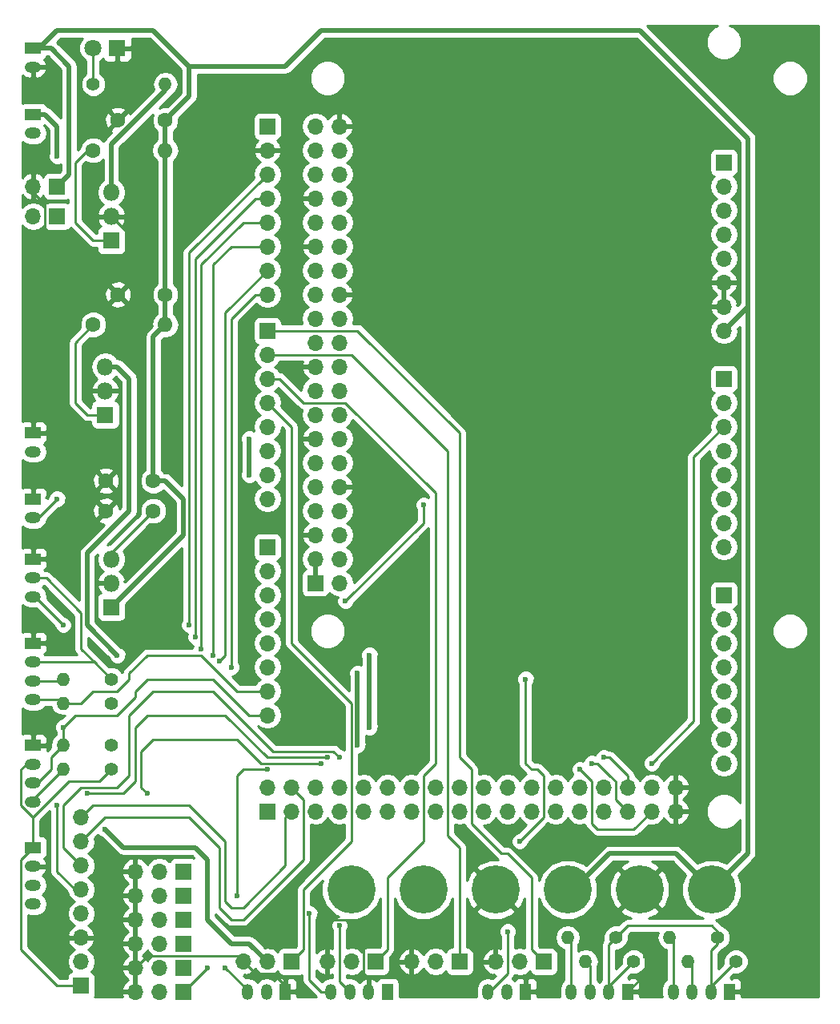
<source format=gbr>
G04 #@! TF.FileFunction,Copper,L2,Bot,Signal*
%FSLAX46Y46*%
G04 Gerber Fmt 4.6, Leading zero omitted, Abs format (unit mm)*
G04 Created by KiCad (PCBNEW 4.0.7) date 03/02/18 17:19:26*
%MOMM*%
%LPD*%
G01*
G04 APERTURE LIST*
%ADD10C,0.100000*%
%ADD11R,1.800000X1.800000*%
%ADD12C,1.800000*%
%ADD13R,1.700000X1.700000*%
%ADD14O,1.700000X1.700000*%
%ADD15R,1.200000X1.700000*%
%ADD16O,1.200000X1.700000*%
%ADD17R,1.700000X1.200000*%
%ADD18O,1.700000X1.200000*%
%ADD19C,1.400000*%
%ADD20O,1.400000X1.400000*%
%ADD21C,1.600000*%
%ADD22O,1.600000X1.600000*%
%ADD23O,1.800000X1.800000*%
%ADD24C,5.080000*%
%ADD25C,0.600000*%
%ADD26C,0.500000*%
%ADD27C,0.250000*%
%ADD28C,0.254000*%
G04 APERTURE END LIST*
D10*
D11*
X113030000Y-56515000D03*
D12*
X110490000Y-56515000D03*
D13*
X158115000Y-153035000D03*
D14*
X155575000Y-153035000D03*
X153035000Y-153035000D03*
D13*
X149225000Y-153035000D03*
D14*
X146685000Y-153035000D03*
X144145000Y-153035000D03*
D13*
X140335000Y-153035000D03*
D14*
X137795000Y-153035000D03*
X135255000Y-153035000D03*
D13*
X131445000Y-153035000D03*
D14*
X128905000Y-153035000D03*
X126365000Y-153035000D03*
D15*
X167005000Y-156210000D03*
D16*
X165005000Y-156210000D03*
X163005000Y-156210000D03*
X161005000Y-156210000D03*
D15*
X177800000Y-156210000D03*
D16*
X175800000Y-156210000D03*
X173800000Y-156210000D03*
X171800000Y-156210000D03*
D17*
X104140000Y-119380000D03*
D18*
X104140000Y-121380000D03*
X104140000Y-123380000D03*
X104140000Y-125380000D03*
D17*
X104140000Y-130175000D03*
D18*
X104140000Y-132175000D03*
X104140000Y-134175000D03*
X104140000Y-136175000D03*
D15*
X156210000Y-156210000D03*
D16*
X154210000Y-156210000D03*
X152210000Y-156210000D03*
D17*
X104140000Y-110490000D03*
D18*
X104140000Y-112490000D03*
X104140000Y-114490000D03*
D17*
X104140000Y-104140000D03*
D18*
X104140000Y-106140000D03*
D17*
X104140000Y-97155000D03*
D18*
X104140000Y-99155000D03*
D15*
X130810000Y-156210000D03*
D16*
X128810000Y-156210000D03*
X126810000Y-156210000D03*
D15*
X141605000Y-156210000D03*
D16*
X139605000Y-156210000D03*
X137605000Y-156210000D03*
X135605000Y-156210000D03*
D17*
X104140000Y-140970000D03*
D18*
X104140000Y-142970000D03*
X104140000Y-144970000D03*
X104140000Y-146970000D03*
D13*
X109220000Y-155575000D03*
D14*
X109220000Y-153035000D03*
X109220000Y-150495000D03*
X109220000Y-147955000D03*
X109220000Y-145415000D03*
X109220000Y-142875000D03*
X109220000Y-140335000D03*
X109220000Y-137795000D03*
D19*
X110490000Y-60325000D03*
D20*
X118110000Y-60325000D03*
D19*
X165735000Y-150495000D03*
D20*
X160655000Y-150495000D03*
D19*
X176530000Y-150495000D03*
D20*
X171450000Y-150495000D03*
D19*
X167640000Y-153035000D03*
D20*
X162560000Y-153035000D03*
D19*
X178435000Y-153035000D03*
D20*
X173355000Y-153035000D03*
D19*
X112395000Y-125730000D03*
D20*
X107315000Y-125730000D03*
D19*
X112395000Y-132715000D03*
D20*
X107315000Y-132715000D03*
D19*
X112395000Y-123190000D03*
D20*
X107315000Y-123190000D03*
D19*
X112395000Y-130175000D03*
D20*
X107315000Y-130175000D03*
D13*
X177165000Y-91440000D03*
D14*
X177165000Y-93980000D03*
X177165000Y-96520000D03*
X177165000Y-99060000D03*
X177165000Y-101600000D03*
X177165000Y-104140000D03*
X177165000Y-106680000D03*
X177165000Y-109220000D03*
D13*
X177165000Y-114300000D03*
D14*
X177165000Y-116840000D03*
X177165000Y-119380000D03*
X177165000Y-121920000D03*
X177165000Y-124460000D03*
X177165000Y-127000000D03*
X177165000Y-129540000D03*
X177165000Y-132080000D03*
D13*
X128905000Y-137160000D03*
D14*
X128905000Y-134620000D03*
X131445000Y-137160000D03*
X131445000Y-134620000D03*
X133985000Y-137160000D03*
X133985000Y-134620000D03*
X136525000Y-137160000D03*
X136525000Y-134620000D03*
X139065000Y-137160000D03*
X139065000Y-134620000D03*
X141605000Y-137160000D03*
X141605000Y-134620000D03*
X144145000Y-137160000D03*
X144145000Y-134620000D03*
X146685000Y-137160000D03*
X146685000Y-134620000D03*
X149225000Y-137160000D03*
X149225000Y-134620000D03*
X151765000Y-137160000D03*
X151765000Y-134620000D03*
X154305000Y-137160000D03*
X154305000Y-134620000D03*
X156845000Y-137160000D03*
X156845000Y-134620000D03*
X159385000Y-137160000D03*
X159385000Y-134620000D03*
X161925000Y-137160000D03*
X161925000Y-134620000D03*
X164465000Y-137160000D03*
X164465000Y-134620000D03*
X167005000Y-137160000D03*
X167005000Y-134620000D03*
X169545000Y-137160000D03*
X169545000Y-134620000D03*
X172085000Y-137160000D03*
X172085000Y-134620000D03*
D13*
X128905000Y-64770000D03*
D14*
X128905000Y-67310000D03*
X128905000Y-69850000D03*
X128905000Y-72390000D03*
X128905000Y-74930000D03*
X128905000Y-77470000D03*
X128905000Y-80010000D03*
X128905000Y-82550000D03*
D13*
X128905000Y-86360000D03*
D14*
X128905000Y-88900000D03*
X128905000Y-91440000D03*
X128905000Y-93980000D03*
X128905000Y-96520000D03*
X128905000Y-99060000D03*
X128905000Y-101600000D03*
X128905000Y-104140000D03*
D13*
X128905000Y-109220000D03*
D14*
X128905000Y-111760000D03*
X128905000Y-114300000D03*
X128905000Y-116840000D03*
X128905000Y-119380000D03*
X128905000Y-121920000D03*
X128905000Y-124460000D03*
X128905000Y-127000000D03*
D13*
X133985000Y-113030000D03*
D14*
X136525000Y-113030000D03*
X133985000Y-110490000D03*
X136525000Y-110490000D03*
X133985000Y-107950000D03*
X136525000Y-107950000D03*
X133985000Y-105410000D03*
X136525000Y-105410000D03*
X133985000Y-102870000D03*
X136525000Y-102870000D03*
X133985000Y-100330000D03*
X136525000Y-100330000D03*
X133985000Y-97790000D03*
X136525000Y-97790000D03*
X133985000Y-95250000D03*
X136525000Y-95250000D03*
X133985000Y-92710000D03*
X136525000Y-92710000D03*
X133985000Y-90170000D03*
X136525000Y-90170000D03*
X133985000Y-87630000D03*
X136525000Y-87630000D03*
X133985000Y-85090000D03*
X136525000Y-85090000D03*
X133985000Y-82550000D03*
X136525000Y-82550000D03*
X133985000Y-80010000D03*
X136525000Y-80010000D03*
X133985000Y-77470000D03*
X136525000Y-77470000D03*
X133985000Y-74930000D03*
X136525000Y-74930000D03*
X133985000Y-72390000D03*
X136525000Y-72390000D03*
X133985000Y-69850000D03*
X136525000Y-69850000D03*
X133985000Y-67310000D03*
X136525000Y-67310000D03*
X133985000Y-64770000D03*
X136525000Y-64770000D03*
D13*
X120015000Y-156210000D03*
D14*
X117475000Y-156210000D03*
X114935000Y-156210000D03*
D13*
X120015000Y-153670000D03*
D14*
X117475000Y-153670000D03*
X114935000Y-153670000D03*
D13*
X120015000Y-151130000D03*
D14*
X117475000Y-151130000D03*
X114935000Y-151130000D03*
D13*
X120015000Y-148590000D03*
D14*
X117475000Y-148590000D03*
X114935000Y-148590000D03*
D13*
X120015000Y-146050000D03*
D14*
X117475000Y-146050000D03*
X114935000Y-146050000D03*
D13*
X120015000Y-143510000D03*
D14*
X117475000Y-143510000D03*
X114935000Y-143510000D03*
D21*
X110490000Y-67310000D03*
D22*
X118110000Y-67310000D03*
D21*
X110490000Y-85725000D03*
D22*
X118110000Y-85725000D03*
D11*
X112395000Y-76835000D03*
D23*
X112395000Y-74295000D03*
X112395000Y-71755000D03*
D11*
X111760000Y-95250000D03*
D23*
X111760000Y-92710000D03*
X111760000Y-90170000D03*
D11*
X112395000Y-115570000D03*
D23*
X112395000Y-113030000D03*
X112395000Y-110490000D03*
D17*
X104140000Y-63500000D03*
D18*
X104140000Y-65500000D03*
D17*
X104140000Y-56515000D03*
D18*
X104140000Y-58515000D03*
D24*
X137795000Y-145415000D03*
X145415000Y-145415000D03*
X168275000Y-145415000D03*
X175895000Y-145415000D03*
X153035000Y-145415000D03*
X160655000Y-145415000D03*
D13*
X106680000Y-74295000D03*
D14*
X104140000Y-74295000D03*
D13*
X106680000Y-71120000D03*
D14*
X104140000Y-71120000D03*
D13*
X177165000Y-68580000D03*
D14*
X177165000Y-71120000D03*
X177165000Y-73660000D03*
X177165000Y-76200000D03*
X177165000Y-78740000D03*
X177165000Y-81280000D03*
X177165000Y-83820000D03*
X177165000Y-86360000D03*
D21*
X116840000Y-102235000D03*
X111840000Y-102235000D03*
X116840000Y-105410000D03*
X111840000Y-105410000D03*
X118110000Y-64135000D03*
X113110000Y-64135000D03*
X118110000Y-82550000D03*
X113110000Y-82550000D03*
D25*
X115570000Y-68580000D03*
X158750000Y-139065000D03*
X128905000Y-149860000D03*
X135255000Y-149860000D03*
X168910000Y-152400000D03*
X168910000Y-150495000D03*
X107950000Y-113030000D03*
X106680000Y-111125000D03*
X106680000Y-67945000D03*
X139700000Y-128270000D03*
X139700000Y-120650000D03*
X138430000Y-122555000D03*
X138430000Y-130175000D03*
X154305000Y-149860000D03*
X155575000Y-140335000D03*
X156210000Y-123190000D03*
X107315000Y-117475000D03*
X145415000Y-104775000D03*
X137160000Y-114935000D03*
X124460000Y-153670000D03*
X125730000Y-146050000D03*
X169545000Y-132080000D03*
X128905000Y-132715000D03*
X109855000Y-135255000D03*
X106680000Y-136525000D03*
X135255000Y-131445000D03*
X163195000Y-132080000D03*
X136525000Y-131445000D03*
X164465000Y-131445000D03*
X161925000Y-132715000D03*
X134620000Y-132080000D03*
X116205000Y-135255000D03*
X120650000Y-117475000D03*
X121285000Y-118745000D03*
X121920000Y-120015000D03*
X123190000Y-120650000D03*
X123825000Y-121285000D03*
X125095000Y-121920000D03*
X122555000Y-153670000D03*
X106680000Y-104140000D03*
X136525000Y-149225000D03*
X133350000Y-147955000D03*
X107315000Y-128270000D03*
X113030000Y-120650000D03*
X111760000Y-139065000D03*
X127000000Y-101600000D03*
X127000000Y-97790000D03*
D26*
X116840000Y-102235000D02*
X116840000Y-86995000D01*
X116840000Y-86995000D02*
X118110000Y-85725000D01*
X120015000Y-104140000D02*
X118745000Y-102870000D01*
X120015000Y-104140000D02*
X120015000Y-107950000D01*
X112395000Y-115570000D02*
X120015000Y-107950000D01*
X118110000Y-102235000D02*
X116840000Y-102235000D01*
X118745000Y-102870000D02*
X118110000Y-102235000D01*
X104140000Y-56515000D02*
X106045000Y-56515000D01*
X107950000Y-69850000D02*
X106680000Y-71120000D01*
X107950000Y-58420000D02*
X107950000Y-69850000D01*
X106045000Y-56515000D02*
X107950000Y-58420000D01*
X120650000Y-58420000D02*
X130810000Y-58420000D01*
X179705000Y-66040000D02*
X179705000Y-83820000D01*
X168275000Y-54610000D02*
X179705000Y-66040000D01*
X134620000Y-54610000D02*
X168275000Y-54610000D01*
X130810000Y-58420000D02*
X134620000Y-54610000D01*
X179705000Y-83820000D02*
X179705000Y-141605000D01*
X179705000Y-141605000D02*
X175895000Y-145415000D01*
X179705000Y-83820000D02*
X177165000Y-86360000D01*
X118110000Y-82550000D02*
X118110000Y-85725000D01*
X118110000Y-67310000D02*
X118110000Y-82550000D01*
X118110000Y-64135000D02*
X118110000Y-67310000D01*
X104140000Y-56515000D02*
X104775000Y-56515000D01*
X104775000Y-56515000D02*
X106680000Y-54610000D01*
X106680000Y-54610000D02*
X116840000Y-54610000D01*
X116840000Y-54610000D02*
X120650000Y-58420000D01*
X120650000Y-58420000D02*
X120650000Y-61595000D01*
X120650000Y-61595000D02*
X118110000Y-64135000D01*
X160655000Y-145415000D02*
X161290000Y-145415000D01*
X161290000Y-145415000D02*
X165100000Y-141605000D01*
X172085000Y-141605000D02*
X175895000Y-145415000D01*
X165100000Y-141605000D02*
X172085000Y-141605000D01*
D27*
X104140000Y-71120000D02*
X104140000Y-71755000D01*
X104140000Y-71755000D02*
X105410000Y-73025000D01*
X105410000Y-73025000D02*
X105410000Y-75565000D01*
X105410000Y-75565000D02*
X109220000Y-79375000D01*
X109220000Y-79375000D02*
X113030000Y-79375000D01*
X113030000Y-79375000D02*
X114935000Y-77470000D01*
X114935000Y-77470000D02*
X114935000Y-76835000D01*
X114935000Y-76835000D02*
X112395000Y-74295000D01*
X126365000Y-153035000D02*
X125730000Y-152400000D01*
X116205000Y-152400000D02*
X114935000Y-153670000D01*
X125730000Y-152400000D02*
X116205000Y-152400000D01*
X167005000Y-156210000D02*
X168910000Y-154305000D01*
X168910000Y-154305000D02*
X168910000Y-152400000D01*
X168910000Y-152400000D02*
X168910000Y-150495000D01*
X139605000Y-156210000D02*
X139605000Y-155670000D01*
X139605000Y-156210000D02*
X139605000Y-154845000D01*
X139605000Y-154845000D02*
X139065000Y-154305000D01*
X139065000Y-154305000D02*
X139065000Y-149860000D01*
X139065000Y-149860000D02*
X137795000Y-148590000D01*
X137795000Y-148590000D02*
X135890000Y-148590000D01*
X135890000Y-148590000D02*
X135255000Y-149225000D01*
X135255000Y-149225000D02*
X135255000Y-149860000D01*
X135255000Y-149860000D02*
X135255000Y-153035000D01*
X130810000Y-156210000D02*
X130810000Y-155575000D01*
X130810000Y-155575000D02*
X129540000Y-154305000D01*
X129540000Y-154305000D02*
X127635000Y-154305000D01*
X127635000Y-154305000D02*
X126365000Y-153035000D01*
X107950000Y-112395000D02*
X107950000Y-113030000D01*
X106680000Y-111125000D02*
X107950000Y-112395000D01*
X112395000Y-110490000D02*
X112395000Y-109855000D01*
X112395000Y-109855000D02*
X116840000Y-105410000D01*
X104140000Y-140970000D02*
X102870000Y-142240000D01*
X106680000Y-155575000D02*
X109220000Y-155575000D01*
X102870000Y-151765000D02*
X106680000Y-155575000D01*
X102870000Y-142240000D02*
X102870000Y-151765000D01*
X104140000Y-137795000D02*
X104140000Y-140970000D01*
X104140000Y-132175000D02*
X103410000Y-132175000D01*
X103410000Y-132175000D02*
X102870000Y-132715000D01*
X102870000Y-132715000D02*
X102870000Y-136525000D01*
X102870000Y-136525000D02*
X104140000Y-137795000D01*
X104140000Y-137795000D02*
X107950000Y-133985000D01*
X107950000Y-133985000D02*
X111125000Y-133985000D01*
X111125000Y-133985000D02*
X112395000Y-132715000D01*
X165735000Y-150495000D02*
X167005000Y-149225000D01*
X175895000Y-149225000D02*
X176530000Y-149860000D01*
X167005000Y-149225000D02*
X175895000Y-149225000D01*
X176530000Y-149860000D02*
X176530000Y-150495000D01*
X104140000Y-112490000D02*
X105505000Y-112490000D01*
X109220000Y-120015000D02*
X110585000Y-121380000D01*
X109220000Y-116205000D02*
X109220000Y-120015000D01*
X105505000Y-112490000D02*
X109220000Y-116205000D01*
X165005000Y-156210000D02*
X165005000Y-151225000D01*
X165005000Y-151225000D02*
X165735000Y-150495000D01*
X165005000Y-156210000D02*
X165005000Y-155670000D01*
X165005000Y-155670000D02*
X167640000Y-153035000D01*
X175800000Y-156210000D02*
X175800000Y-155670000D01*
X175800000Y-155670000D02*
X178435000Y-153035000D01*
X176530000Y-150495000D02*
X176530000Y-151130000D01*
X176530000Y-151130000D02*
X175800000Y-151860000D01*
X175800000Y-151860000D02*
X175800000Y-156210000D01*
X104140000Y-121380000D02*
X110585000Y-121380000D01*
X110585000Y-121380000D02*
X112395000Y-123190000D01*
X110490000Y-60325000D02*
X110490000Y-56515000D01*
D26*
X104140000Y-63500000D02*
X105410000Y-63500000D01*
X106680000Y-64770000D02*
X106680000Y-67945000D01*
X105410000Y-63500000D02*
X106680000Y-64770000D01*
X139700000Y-120650000D02*
X139700000Y-128270000D01*
X138430000Y-122555000D02*
X138430000Y-130175000D01*
D27*
X156845000Y-139065000D02*
X158115000Y-137795000D01*
X154305000Y-154305000D02*
X152400000Y-156210000D01*
X154305000Y-149860000D02*
X154305000Y-154305000D01*
X156210000Y-123190000D02*
X156210000Y-132080000D01*
X156210000Y-132080000D02*
X156845000Y-132715000D01*
X156845000Y-139065000D02*
X155575000Y-140335000D01*
X157480000Y-132715000D02*
X156845000Y-132715000D01*
X158115000Y-133350000D02*
X157480000Y-132715000D01*
X158115000Y-137795000D02*
X158115000Y-133350000D01*
X152400000Y-156210000D02*
X152210000Y-156210000D01*
X107315000Y-117475000D02*
X104330000Y-114490000D01*
X145415000Y-106680000D02*
X145415000Y-104775000D01*
X137160000Y-114935000D02*
X145415000Y-106680000D01*
X104140000Y-114490000D02*
X104330000Y-114490000D01*
X126810000Y-156020000D02*
X124460000Y-153670000D01*
X125730000Y-146050000D02*
X125730000Y-133350000D01*
X173990000Y-99695000D02*
X177165000Y-96520000D01*
X173990000Y-127635000D02*
X173990000Y-99695000D01*
X169545000Y-132080000D02*
X173990000Y-127635000D01*
X126365000Y-132715000D02*
X125730000Y-133350000D01*
X128905000Y-132715000D02*
X126365000Y-132715000D01*
X126810000Y-156210000D02*
X126810000Y-156020000D01*
X130810000Y-142875000D02*
X130810000Y-137795000D01*
X124460000Y-146685000D02*
X124460000Y-140335000D01*
X124460000Y-146685000D02*
X125095000Y-147320000D01*
X109220000Y-137795000D02*
X110490000Y-136525000D01*
X120650000Y-136525000D02*
X110490000Y-136525000D01*
X124460000Y-140335000D02*
X120650000Y-136525000D01*
X125095000Y-147320000D02*
X126365000Y-147320000D01*
X126365000Y-147320000D02*
X130810000Y-142875000D01*
X130810000Y-137795000D02*
X131445000Y-137160000D01*
X132715000Y-142240000D02*
X132715000Y-135890000D01*
X123825000Y-147320000D02*
X123825000Y-140970000D01*
X125095000Y-148590000D02*
X126365000Y-148590000D01*
X123825000Y-147320000D02*
X125095000Y-148590000D01*
X126365000Y-148590000D02*
X132715000Y-142240000D01*
X109220000Y-140335000D02*
X111760000Y-137795000D01*
X120650000Y-137795000D02*
X111760000Y-137795000D01*
X123825000Y-140970000D02*
X120650000Y-137795000D01*
X132715000Y-135890000D02*
X131445000Y-134620000D01*
X165100000Y-133350000D02*
X163830000Y-132080000D01*
X165100000Y-133350000D02*
X165735000Y-133985000D01*
X165735000Y-133985000D02*
X165735000Y-135890000D01*
X167005000Y-137160000D02*
X165735000Y-135890000D01*
X116205000Y-127000000D02*
X114935000Y-128270000D01*
X114935000Y-128270000D02*
X114935000Y-133985000D01*
X114935000Y-133985000D02*
X113665000Y-135255000D01*
X113665000Y-135255000D02*
X109855000Y-135255000D01*
X106680000Y-136525000D02*
X106680000Y-143510000D01*
X106680000Y-143510000D02*
X108585000Y-145415000D01*
X116840000Y-127000000D02*
X124460000Y-127000000D01*
X128905000Y-131445000D02*
X135255000Y-131445000D01*
X124460000Y-127000000D02*
X128905000Y-131445000D01*
X116840000Y-127000000D02*
X116205000Y-127000000D01*
X163830000Y-132080000D02*
X163195000Y-132080000D01*
X108585000Y-145415000D02*
X109220000Y-145415000D01*
X164465000Y-131445000D02*
X165100000Y-131445000D01*
X116840000Y-124460000D02*
X114300000Y-127000000D01*
X123190000Y-124460000D02*
X129540000Y-130810000D01*
X129540000Y-130810000D02*
X135890000Y-130810000D01*
X135890000Y-130810000D02*
X136525000Y-131445000D01*
X116840000Y-124460000D02*
X123190000Y-124460000D01*
X109220000Y-142875000D02*
X107315000Y-140970000D01*
X107315000Y-136525000D02*
X107315000Y-140970000D01*
X109220000Y-134620000D02*
X107315000Y-136525000D01*
X113030000Y-134620000D02*
X109220000Y-134620000D01*
X114300000Y-133350000D02*
X113030000Y-134620000D01*
X114300000Y-127000000D02*
X114300000Y-133350000D01*
X167005000Y-133350000D02*
X167005000Y-134620000D01*
X165100000Y-131445000D02*
X167005000Y-133350000D01*
X161925000Y-132715000D02*
X163195000Y-133985000D01*
X116840000Y-129540000D02*
X115570000Y-130810000D01*
X125730000Y-129540000D02*
X128270000Y-132080000D01*
X128270000Y-132080000D02*
X134620000Y-132080000D01*
X116840000Y-129540000D02*
X125730000Y-129540000D01*
X115570000Y-134620000D02*
X116205000Y-135255000D01*
X115570000Y-130810000D02*
X115570000Y-134620000D01*
X167640000Y-139065000D02*
X169545000Y-137160000D01*
X163830000Y-139065000D02*
X167640000Y-139065000D01*
X163195000Y-138430000D02*
X163830000Y-139065000D01*
X163195000Y-133985000D02*
X163195000Y-138430000D01*
X120650000Y-117475000D02*
X120650000Y-78105000D01*
X120650000Y-78105000D02*
X128905000Y-69850000D01*
X128905000Y-72390000D02*
X127635000Y-72390000D01*
X121285000Y-78740000D02*
X121285000Y-118745000D01*
X127635000Y-72390000D02*
X121285000Y-78740000D01*
X121920000Y-120015000D02*
X121920000Y-79375000D01*
X121920000Y-79375000D02*
X126365000Y-74930000D01*
X128905000Y-74930000D02*
X126365000Y-74930000D01*
X128905000Y-77470000D02*
X125095000Y-77470000D01*
X125095000Y-77470000D02*
X123190000Y-79375000D01*
X123190000Y-79375000D02*
X123190000Y-120650000D01*
X123825000Y-121285000D02*
X124460000Y-120650000D01*
X124460000Y-120650000D02*
X124460000Y-84455000D01*
X128905000Y-80010000D02*
X124460000Y-84455000D01*
X128905000Y-82550000D02*
X127635000Y-82550000D01*
X127635000Y-82550000D02*
X125095000Y-85090000D01*
X125095000Y-85090000D02*
X125095000Y-121920000D01*
X122555000Y-153670000D02*
X120015000Y-156210000D01*
X150495000Y-132715000D02*
X150495000Y-138430000D01*
X151765000Y-139700000D02*
X153670000Y-141605000D01*
X153670000Y-141605000D02*
X154305000Y-141605000D01*
X154305000Y-141605000D02*
X156845000Y-144145000D01*
X156845000Y-144145000D02*
X156845000Y-151765000D01*
X128905000Y-86360000D02*
X138430000Y-86360000D01*
X156845000Y-151765000D02*
X158115000Y-153035000D01*
X149225000Y-131445000D02*
X150495000Y-132715000D01*
X138430000Y-86360000D02*
X149225000Y-97155000D01*
X149225000Y-97155000D02*
X149225000Y-131445000D01*
X150495000Y-138430000D02*
X151765000Y-139700000D01*
X147955000Y-132080000D02*
X147955000Y-139700000D01*
X147955000Y-132080000D02*
X147955000Y-99060000D01*
X128905000Y-88900000D02*
X137795000Y-88900000D01*
X147955000Y-99060000D02*
X137795000Y-88900000D01*
X147955000Y-139700000D02*
X149225000Y-140970000D01*
X149225000Y-140970000D02*
X149225000Y-153035000D01*
X145415000Y-140335000D02*
X145415000Y-133350000D01*
X137160000Y-93980000D02*
X146685000Y-103505000D01*
X130175000Y-91440000D02*
X132715000Y-93980000D01*
X132715000Y-93980000D02*
X137160000Y-93980000D01*
X128905000Y-91440000D02*
X130175000Y-91440000D01*
X145415000Y-140335000D02*
X141605000Y-144145000D01*
X146685000Y-103505000D02*
X146685000Y-132080000D01*
X141605000Y-151765000D02*
X140335000Y-153035000D01*
X141605000Y-144145000D02*
X141605000Y-151765000D01*
X145415000Y-133350000D02*
X146685000Y-132080000D01*
X137795000Y-130810000D02*
X137795000Y-140335000D01*
X137795000Y-130810000D02*
X137795000Y-125730000D01*
X128905000Y-93980000D02*
X131445000Y-96520000D01*
X132715000Y-151765000D02*
X131445000Y-153035000D01*
X132715000Y-145415000D02*
X132715000Y-151765000D01*
X137795000Y-140335000D02*
X132715000Y-145415000D01*
X131445000Y-119380000D02*
X137795000Y-125730000D01*
X131445000Y-96520000D02*
X131445000Y-119380000D01*
X106680000Y-104140000D02*
X104680000Y-106140000D01*
X104680000Y-106140000D02*
X104140000Y-106140000D01*
X136525000Y-155130000D02*
X137605000Y-156210000D01*
X136525000Y-149225000D02*
X136525000Y-155130000D01*
X133350000Y-147955000D02*
X133350000Y-154940000D01*
X133350000Y-154940000D02*
X134620000Y-156210000D01*
X134620000Y-156210000D02*
X135605000Y-156210000D01*
X104140000Y-136175000D02*
X104140000Y-135890000D01*
X104140000Y-135890000D02*
X107315000Y-132715000D01*
X107315000Y-125730000D02*
X109220000Y-125730000D01*
X125730000Y-124460000D02*
X128905000Y-124460000D01*
X121920000Y-120650000D02*
X125730000Y-124460000D01*
X116205000Y-120650000D02*
X121920000Y-120650000D01*
X114300000Y-122555000D02*
X116205000Y-120650000D01*
X114300000Y-123190000D02*
X114300000Y-122555000D01*
X113030000Y-124460000D02*
X114300000Y-123190000D01*
X110490000Y-124460000D02*
X113030000Y-124460000D01*
X109220000Y-125730000D02*
X110490000Y-124460000D01*
X161005000Y-156210000D02*
X161005000Y-150845000D01*
X161005000Y-150845000D02*
X160655000Y-150495000D01*
X171800000Y-156210000D02*
X171800000Y-150845000D01*
X171800000Y-150845000D02*
X171450000Y-150495000D01*
X104140000Y-125380000D02*
X106965000Y-125380000D01*
X106965000Y-125380000D02*
X107315000Y-125730000D01*
X107315000Y-130175000D02*
X107315000Y-128270000D01*
X104140000Y-134175000D02*
X104585000Y-134175000D01*
X104585000Y-134175000D02*
X106045000Y-132715000D01*
X106045000Y-132715000D02*
X106045000Y-131445000D01*
X106045000Y-131445000D02*
X107315000Y-130175000D01*
X128905000Y-127000000D02*
X127000000Y-127000000D01*
X108585000Y-127000000D02*
X107315000Y-128270000D01*
X108585000Y-127000000D02*
X113030000Y-127000000D01*
X113030000Y-127000000D02*
X114935000Y-125095000D01*
X114935000Y-125095000D02*
X114935000Y-124460000D01*
X114935000Y-124460000D02*
X116205000Y-123190000D01*
X116205000Y-123190000D02*
X123190000Y-123190000D01*
X123190000Y-123190000D02*
X127000000Y-127000000D01*
X163005000Y-156210000D02*
X163005000Y-153480000D01*
X163005000Y-153480000D02*
X162560000Y-153035000D01*
X173800000Y-156210000D02*
X173800000Y-153480000D01*
X173800000Y-153480000D02*
X173355000Y-153035000D01*
X104140000Y-123380000D02*
X107125000Y-123380000D01*
X107125000Y-123380000D02*
X107315000Y-123190000D01*
D26*
X111760000Y-90170000D02*
X113030000Y-90170000D01*
X113030000Y-90170000D02*
X114300000Y-91440000D01*
X114300000Y-91440000D02*
X114300000Y-105410000D01*
X114300000Y-105410000D02*
X109855000Y-109855000D01*
X109855000Y-109855000D02*
X109855000Y-117475000D01*
X109855000Y-117475000D02*
X113030000Y-120650000D01*
X127000000Y-151130000D02*
X128905000Y-153035000D01*
X125095000Y-151130000D02*
X127000000Y-151130000D01*
X122555000Y-148590000D02*
X125095000Y-151130000D01*
X122555000Y-142240000D02*
X122555000Y-148590000D01*
X121285000Y-140970000D02*
X122555000Y-142240000D01*
X113665000Y-140970000D02*
X121285000Y-140970000D01*
X111760000Y-139065000D02*
X113665000Y-140970000D01*
X128905000Y-153035000D02*
X128905000Y-152400000D01*
X118110000Y-60325000D02*
X118110000Y-60960000D01*
X118110000Y-60960000D02*
X112395000Y-66675000D01*
X112395000Y-66675000D02*
X112395000Y-71755000D01*
X127000000Y-97790000D02*
X127000000Y-101600000D01*
X133985000Y-113030000D02*
X133985000Y-110490000D01*
D27*
X110490000Y-67310000D02*
X109855000Y-67310000D01*
X109855000Y-67310000D02*
X108585000Y-68580000D01*
X108585000Y-68580000D02*
X108585000Y-74930000D01*
X108585000Y-74930000D02*
X110490000Y-76835000D01*
X110490000Y-76835000D02*
X112395000Y-76835000D01*
X110490000Y-85725000D02*
X108585000Y-87630000D01*
X109855000Y-95250000D02*
X111760000Y-95250000D01*
X108585000Y-93980000D02*
X109855000Y-95250000D01*
X108585000Y-87630000D02*
X108585000Y-93980000D01*
D28*
G36*
X105920000Y-143510000D02*
X105977852Y-143800839D01*
X106142599Y-144047401D01*
X107754502Y-145659304D01*
X107818946Y-145983285D01*
X108140853Y-146465054D01*
X108470026Y-146685000D01*
X108140853Y-146904946D01*
X107818946Y-147386715D01*
X107705907Y-147955000D01*
X107818946Y-148523285D01*
X108140853Y-149005054D01*
X108481553Y-149232702D01*
X108338642Y-149299817D01*
X107948355Y-149728076D01*
X107778524Y-150138110D01*
X107899845Y-150368000D01*
X109093000Y-150368000D01*
X109093000Y-150348000D01*
X109347000Y-150348000D01*
X109347000Y-150368000D01*
X110540155Y-150368000D01*
X110661476Y-150138110D01*
X110491645Y-149728076D01*
X110101358Y-149299817D01*
X109958447Y-149232702D01*
X110299147Y-149005054D01*
X110338009Y-148946892D01*
X113493514Y-148946892D01*
X113739817Y-149471358D01*
X114166271Y-149860000D01*
X113739817Y-150248642D01*
X113493514Y-150773108D01*
X113614181Y-151003000D01*
X114808000Y-151003000D01*
X114808000Y-148717000D01*
X113614181Y-148717000D01*
X113493514Y-148946892D01*
X110338009Y-148946892D01*
X110621054Y-148523285D01*
X110734093Y-147955000D01*
X110621054Y-147386715D01*
X110299147Y-146904946D01*
X109969974Y-146685000D01*
X110299147Y-146465054D01*
X110338009Y-146406892D01*
X113493514Y-146406892D01*
X113739817Y-146931358D01*
X114166271Y-147320000D01*
X113739817Y-147708642D01*
X113493514Y-148233108D01*
X113614181Y-148463000D01*
X114808000Y-148463000D01*
X114808000Y-146177000D01*
X113614181Y-146177000D01*
X113493514Y-146406892D01*
X110338009Y-146406892D01*
X110621054Y-145983285D01*
X110734093Y-145415000D01*
X110621054Y-144846715D01*
X110299147Y-144364946D01*
X109969974Y-144145000D01*
X110299147Y-143925054D01*
X110338009Y-143866892D01*
X113493514Y-143866892D01*
X113739817Y-144391358D01*
X114166271Y-144780000D01*
X113739817Y-145168642D01*
X113493514Y-145693108D01*
X113614181Y-145923000D01*
X114808000Y-145923000D01*
X114808000Y-143637000D01*
X113614181Y-143637000D01*
X113493514Y-143866892D01*
X110338009Y-143866892D01*
X110621054Y-143443285D01*
X110678773Y-143153108D01*
X113493514Y-143153108D01*
X113614181Y-143383000D01*
X114808000Y-143383000D01*
X114808000Y-142189845D01*
X114578110Y-142068524D01*
X114168076Y-142238355D01*
X113739817Y-142628642D01*
X113493514Y-143153108D01*
X110678773Y-143153108D01*
X110734093Y-142875000D01*
X110621054Y-142306715D01*
X110299147Y-141824946D01*
X109969974Y-141605000D01*
X110299147Y-141385054D01*
X110621054Y-140903285D01*
X110734093Y-140335000D01*
X110661210Y-139968592D01*
X111001341Y-139628461D01*
X111229673Y-139857192D01*
X111350986Y-139907566D01*
X113039208Y-141595787D01*
X113039210Y-141595790D01*
X113326325Y-141787633D01*
X113382516Y-141798810D01*
X113665000Y-141855001D01*
X113665005Y-141855000D01*
X120918420Y-141855000D01*
X121148776Y-142085356D01*
X121116890Y-142063569D01*
X120865000Y-142012560D01*
X119165000Y-142012560D01*
X118929683Y-142056838D01*
X118713559Y-142195910D01*
X118568569Y-142408110D01*
X118554914Y-142475541D01*
X118525054Y-142430853D01*
X118043285Y-142108946D01*
X117475000Y-141995907D01*
X116906715Y-142108946D01*
X116424946Y-142430853D01*
X116197298Y-142771553D01*
X116130183Y-142628642D01*
X115701924Y-142238355D01*
X115291890Y-142068524D01*
X115062000Y-142189845D01*
X115062000Y-143383000D01*
X115082000Y-143383000D01*
X115082000Y-143637000D01*
X115062000Y-143637000D01*
X115062000Y-145923000D01*
X115082000Y-145923000D01*
X115082000Y-146177000D01*
X115062000Y-146177000D01*
X115062000Y-148463000D01*
X115082000Y-148463000D01*
X115082000Y-148717000D01*
X115062000Y-148717000D01*
X115062000Y-151003000D01*
X115082000Y-151003000D01*
X115082000Y-151257000D01*
X115062000Y-151257000D01*
X115062000Y-153543000D01*
X115082000Y-153543000D01*
X115082000Y-153797000D01*
X115062000Y-153797000D01*
X115062000Y-156083000D01*
X115082000Y-156083000D01*
X115082000Y-156337000D01*
X115062000Y-156337000D01*
X115062000Y-156357000D01*
X114808000Y-156357000D01*
X114808000Y-156337000D01*
X113614181Y-156337000D01*
X113493514Y-156566892D01*
X113564479Y-156718000D01*
X110638342Y-156718000D01*
X110666431Y-156676890D01*
X110717440Y-156425000D01*
X110717440Y-154725000D01*
X110673162Y-154489683D01*
X110534090Y-154273559D01*
X110321890Y-154128569D01*
X110254459Y-154114914D01*
X110299147Y-154085054D01*
X110338009Y-154026892D01*
X113493514Y-154026892D01*
X113739817Y-154551358D01*
X114166271Y-154940000D01*
X113739817Y-155328642D01*
X113493514Y-155853108D01*
X113614181Y-156083000D01*
X114808000Y-156083000D01*
X114808000Y-153797000D01*
X113614181Y-153797000D01*
X113493514Y-154026892D01*
X110338009Y-154026892D01*
X110621054Y-153603285D01*
X110734093Y-153035000D01*
X110621054Y-152466715D01*
X110299147Y-151984946D01*
X109958447Y-151757298D01*
X110101358Y-151690183D01*
X110286624Y-151486892D01*
X113493514Y-151486892D01*
X113739817Y-152011358D01*
X114166271Y-152400000D01*
X113739817Y-152788642D01*
X113493514Y-153313108D01*
X113614181Y-153543000D01*
X114808000Y-153543000D01*
X114808000Y-151257000D01*
X113614181Y-151257000D01*
X113493514Y-151486892D01*
X110286624Y-151486892D01*
X110491645Y-151261924D01*
X110661476Y-150851890D01*
X110540155Y-150622000D01*
X109347000Y-150622000D01*
X109347000Y-150642000D01*
X109093000Y-150642000D01*
X109093000Y-150622000D01*
X107899845Y-150622000D01*
X107778524Y-150851890D01*
X107948355Y-151261924D01*
X108338642Y-151690183D01*
X108481553Y-151757298D01*
X108140853Y-151984946D01*
X107818946Y-152466715D01*
X107705907Y-153035000D01*
X107818946Y-153603285D01*
X108140853Y-154085054D01*
X108182452Y-154112850D01*
X108134683Y-154121838D01*
X107918559Y-154260910D01*
X107773569Y-154473110D01*
X107722560Y-154725000D01*
X107722560Y-154815000D01*
X106994802Y-154815000D01*
X103630000Y-151450198D01*
X103630000Y-148159070D01*
X103860907Y-148205000D01*
X104419093Y-148205000D01*
X104891707Y-148110991D01*
X105292370Y-147843277D01*
X105560084Y-147442614D01*
X105654093Y-146970000D01*
X105560084Y-146497386D01*
X105292370Y-146096723D01*
X105102715Y-145970000D01*
X105292370Y-145843277D01*
X105560084Y-145442614D01*
X105654093Y-144970000D01*
X105560084Y-144497386D01*
X105292370Y-144096723D01*
X105099109Y-143967590D01*
X105321933Y-143799125D01*
X105568286Y-143379376D01*
X105583462Y-143287609D01*
X105458731Y-143097000D01*
X104267000Y-143097000D01*
X104267000Y-143117000D01*
X104013000Y-143117000D01*
X104013000Y-143097000D01*
X103993000Y-143097000D01*
X103993000Y-142843000D01*
X104013000Y-142843000D01*
X104013000Y-142823000D01*
X104267000Y-142823000D01*
X104267000Y-142843000D01*
X105458731Y-142843000D01*
X105583462Y-142652391D01*
X105568286Y-142560624D01*
X105321933Y-142140875D01*
X105300580Y-142124731D01*
X105441441Y-142034090D01*
X105586431Y-141821890D01*
X105637440Y-141570000D01*
X105637440Y-140370000D01*
X105593162Y-140134683D01*
X105454090Y-139918559D01*
X105241890Y-139773569D01*
X104990000Y-139722560D01*
X104900000Y-139722560D01*
X104900000Y-138109802D01*
X105920000Y-137089802D01*
X105920000Y-143510000D01*
X105920000Y-143510000D01*
G37*
X105920000Y-143510000D02*
X105977852Y-143800839D01*
X106142599Y-144047401D01*
X107754502Y-145659304D01*
X107818946Y-145983285D01*
X108140853Y-146465054D01*
X108470026Y-146685000D01*
X108140853Y-146904946D01*
X107818946Y-147386715D01*
X107705907Y-147955000D01*
X107818946Y-148523285D01*
X108140853Y-149005054D01*
X108481553Y-149232702D01*
X108338642Y-149299817D01*
X107948355Y-149728076D01*
X107778524Y-150138110D01*
X107899845Y-150368000D01*
X109093000Y-150368000D01*
X109093000Y-150348000D01*
X109347000Y-150348000D01*
X109347000Y-150368000D01*
X110540155Y-150368000D01*
X110661476Y-150138110D01*
X110491645Y-149728076D01*
X110101358Y-149299817D01*
X109958447Y-149232702D01*
X110299147Y-149005054D01*
X110338009Y-148946892D01*
X113493514Y-148946892D01*
X113739817Y-149471358D01*
X114166271Y-149860000D01*
X113739817Y-150248642D01*
X113493514Y-150773108D01*
X113614181Y-151003000D01*
X114808000Y-151003000D01*
X114808000Y-148717000D01*
X113614181Y-148717000D01*
X113493514Y-148946892D01*
X110338009Y-148946892D01*
X110621054Y-148523285D01*
X110734093Y-147955000D01*
X110621054Y-147386715D01*
X110299147Y-146904946D01*
X109969974Y-146685000D01*
X110299147Y-146465054D01*
X110338009Y-146406892D01*
X113493514Y-146406892D01*
X113739817Y-146931358D01*
X114166271Y-147320000D01*
X113739817Y-147708642D01*
X113493514Y-148233108D01*
X113614181Y-148463000D01*
X114808000Y-148463000D01*
X114808000Y-146177000D01*
X113614181Y-146177000D01*
X113493514Y-146406892D01*
X110338009Y-146406892D01*
X110621054Y-145983285D01*
X110734093Y-145415000D01*
X110621054Y-144846715D01*
X110299147Y-144364946D01*
X109969974Y-144145000D01*
X110299147Y-143925054D01*
X110338009Y-143866892D01*
X113493514Y-143866892D01*
X113739817Y-144391358D01*
X114166271Y-144780000D01*
X113739817Y-145168642D01*
X113493514Y-145693108D01*
X113614181Y-145923000D01*
X114808000Y-145923000D01*
X114808000Y-143637000D01*
X113614181Y-143637000D01*
X113493514Y-143866892D01*
X110338009Y-143866892D01*
X110621054Y-143443285D01*
X110678773Y-143153108D01*
X113493514Y-143153108D01*
X113614181Y-143383000D01*
X114808000Y-143383000D01*
X114808000Y-142189845D01*
X114578110Y-142068524D01*
X114168076Y-142238355D01*
X113739817Y-142628642D01*
X113493514Y-143153108D01*
X110678773Y-143153108D01*
X110734093Y-142875000D01*
X110621054Y-142306715D01*
X110299147Y-141824946D01*
X109969974Y-141605000D01*
X110299147Y-141385054D01*
X110621054Y-140903285D01*
X110734093Y-140335000D01*
X110661210Y-139968592D01*
X111001341Y-139628461D01*
X111229673Y-139857192D01*
X111350986Y-139907566D01*
X113039208Y-141595787D01*
X113039210Y-141595790D01*
X113326325Y-141787633D01*
X113382516Y-141798810D01*
X113665000Y-141855001D01*
X113665005Y-141855000D01*
X120918420Y-141855000D01*
X121148776Y-142085356D01*
X121116890Y-142063569D01*
X120865000Y-142012560D01*
X119165000Y-142012560D01*
X118929683Y-142056838D01*
X118713559Y-142195910D01*
X118568569Y-142408110D01*
X118554914Y-142475541D01*
X118525054Y-142430853D01*
X118043285Y-142108946D01*
X117475000Y-141995907D01*
X116906715Y-142108946D01*
X116424946Y-142430853D01*
X116197298Y-142771553D01*
X116130183Y-142628642D01*
X115701924Y-142238355D01*
X115291890Y-142068524D01*
X115062000Y-142189845D01*
X115062000Y-143383000D01*
X115082000Y-143383000D01*
X115082000Y-143637000D01*
X115062000Y-143637000D01*
X115062000Y-145923000D01*
X115082000Y-145923000D01*
X115082000Y-146177000D01*
X115062000Y-146177000D01*
X115062000Y-148463000D01*
X115082000Y-148463000D01*
X115082000Y-148717000D01*
X115062000Y-148717000D01*
X115062000Y-151003000D01*
X115082000Y-151003000D01*
X115082000Y-151257000D01*
X115062000Y-151257000D01*
X115062000Y-153543000D01*
X115082000Y-153543000D01*
X115082000Y-153797000D01*
X115062000Y-153797000D01*
X115062000Y-156083000D01*
X115082000Y-156083000D01*
X115082000Y-156337000D01*
X115062000Y-156337000D01*
X115062000Y-156357000D01*
X114808000Y-156357000D01*
X114808000Y-156337000D01*
X113614181Y-156337000D01*
X113493514Y-156566892D01*
X113564479Y-156718000D01*
X110638342Y-156718000D01*
X110666431Y-156676890D01*
X110717440Y-156425000D01*
X110717440Y-154725000D01*
X110673162Y-154489683D01*
X110534090Y-154273559D01*
X110321890Y-154128569D01*
X110254459Y-154114914D01*
X110299147Y-154085054D01*
X110338009Y-154026892D01*
X113493514Y-154026892D01*
X113739817Y-154551358D01*
X114166271Y-154940000D01*
X113739817Y-155328642D01*
X113493514Y-155853108D01*
X113614181Y-156083000D01*
X114808000Y-156083000D01*
X114808000Y-153797000D01*
X113614181Y-153797000D01*
X113493514Y-154026892D01*
X110338009Y-154026892D01*
X110621054Y-153603285D01*
X110734093Y-153035000D01*
X110621054Y-152466715D01*
X110299147Y-151984946D01*
X109958447Y-151757298D01*
X110101358Y-151690183D01*
X110286624Y-151486892D01*
X113493514Y-151486892D01*
X113739817Y-152011358D01*
X114166271Y-152400000D01*
X113739817Y-152788642D01*
X113493514Y-153313108D01*
X113614181Y-153543000D01*
X114808000Y-153543000D01*
X114808000Y-151257000D01*
X113614181Y-151257000D01*
X113493514Y-151486892D01*
X110286624Y-151486892D01*
X110491645Y-151261924D01*
X110661476Y-150851890D01*
X110540155Y-150622000D01*
X109347000Y-150622000D01*
X109347000Y-150642000D01*
X109093000Y-150642000D01*
X109093000Y-150622000D01*
X107899845Y-150622000D01*
X107778524Y-150851890D01*
X107948355Y-151261924D01*
X108338642Y-151690183D01*
X108481553Y-151757298D01*
X108140853Y-151984946D01*
X107818946Y-152466715D01*
X107705907Y-153035000D01*
X107818946Y-153603285D01*
X108140853Y-154085054D01*
X108182452Y-154112850D01*
X108134683Y-154121838D01*
X107918559Y-154260910D01*
X107773569Y-154473110D01*
X107722560Y-154725000D01*
X107722560Y-154815000D01*
X106994802Y-154815000D01*
X103630000Y-151450198D01*
X103630000Y-148159070D01*
X103860907Y-148205000D01*
X104419093Y-148205000D01*
X104891707Y-148110991D01*
X105292370Y-147843277D01*
X105560084Y-147442614D01*
X105654093Y-146970000D01*
X105560084Y-146497386D01*
X105292370Y-146096723D01*
X105102715Y-145970000D01*
X105292370Y-145843277D01*
X105560084Y-145442614D01*
X105654093Y-144970000D01*
X105560084Y-144497386D01*
X105292370Y-144096723D01*
X105099109Y-143967590D01*
X105321933Y-143799125D01*
X105568286Y-143379376D01*
X105583462Y-143287609D01*
X105458731Y-143097000D01*
X104267000Y-143097000D01*
X104267000Y-143117000D01*
X104013000Y-143117000D01*
X104013000Y-143097000D01*
X103993000Y-143097000D01*
X103993000Y-142843000D01*
X104013000Y-142843000D01*
X104013000Y-142823000D01*
X104267000Y-142823000D01*
X104267000Y-142843000D01*
X105458731Y-142843000D01*
X105583462Y-142652391D01*
X105568286Y-142560624D01*
X105321933Y-142140875D01*
X105300580Y-142124731D01*
X105441441Y-142034090D01*
X105586431Y-141821890D01*
X105637440Y-141570000D01*
X105637440Y-140370000D01*
X105593162Y-140134683D01*
X105454090Y-139918559D01*
X105241890Y-139773569D01*
X104990000Y-139722560D01*
X104900000Y-139722560D01*
X104900000Y-138109802D01*
X105920000Y-137089802D01*
X105920000Y-143510000D01*
G36*
X176098628Y-54281043D02*
X175567907Y-54810839D01*
X175280328Y-55503405D01*
X175279674Y-56253305D01*
X175566043Y-56946372D01*
X176095839Y-57477093D01*
X176788405Y-57764672D01*
X177538305Y-57765326D01*
X178231372Y-57478957D01*
X178762093Y-56949161D01*
X179049672Y-56256595D01*
X179050326Y-55506695D01*
X178763957Y-54813628D01*
X178234161Y-54282907D01*
X177798489Y-54102000D01*
X187198000Y-54102000D01*
X187198000Y-156718000D01*
X179035000Y-156718000D01*
X179035000Y-156495750D01*
X178876250Y-156337000D01*
X177927000Y-156337000D01*
X177927000Y-156357000D01*
X177673000Y-156357000D01*
X177673000Y-156337000D01*
X177653000Y-156337000D01*
X177653000Y-156083000D01*
X177673000Y-156083000D01*
X177673000Y-156063000D01*
X177927000Y-156063000D01*
X177927000Y-156083000D01*
X178876250Y-156083000D01*
X179035000Y-155924250D01*
X179035000Y-155233690D01*
X178938327Y-155000301D01*
X178759698Y-154821673D01*
X178526309Y-154725000D01*
X178085750Y-154725000D01*
X177927002Y-154883748D01*
X177927002Y-154725000D01*
X177819802Y-154725000D01*
X178175028Y-154369774D01*
X178699383Y-154370231D01*
X179190229Y-154167418D01*
X179566098Y-153792204D01*
X179769768Y-153301713D01*
X179770231Y-152770617D01*
X179567418Y-152279771D01*
X179192204Y-151903902D01*
X178701713Y-151700232D01*
X178170617Y-151699769D01*
X177679771Y-151902582D01*
X177303902Y-152277796D01*
X177100232Y-152768287D01*
X177099772Y-153295426D01*
X176560000Y-153835198D01*
X176560000Y-152174802D01*
X176982158Y-151752644D01*
X177285229Y-151627418D01*
X177661098Y-151252204D01*
X177864768Y-150761713D01*
X177865231Y-150230617D01*
X177662418Y-149739771D01*
X177287204Y-149363902D01*
X176981952Y-149237150D01*
X176432401Y-148687599D01*
X176286847Y-148590343D01*
X176523776Y-148590550D01*
X177691143Y-148108204D01*
X178585065Y-147215841D01*
X179069448Y-146049317D01*
X179070550Y-144786224D01*
X178691859Y-143869721D01*
X180330787Y-142230792D01*
X180330790Y-142230790D01*
X180522633Y-141943675D01*
X180533816Y-141887453D01*
X180590001Y-141605000D01*
X180590000Y-141604995D01*
X180590000Y-118483305D01*
X182264674Y-118483305D01*
X182551043Y-119176372D01*
X183080839Y-119707093D01*
X183773405Y-119994672D01*
X184523305Y-119995326D01*
X185216372Y-119708957D01*
X185747093Y-119179161D01*
X186034672Y-118486595D01*
X186035326Y-117736695D01*
X185748957Y-117043628D01*
X185219161Y-116512907D01*
X184526595Y-116225328D01*
X183776695Y-116224674D01*
X183083628Y-116511043D01*
X182552907Y-117040839D01*
X182265328Y-117733405D01*
X182264674Y-118483305D01*
X180590000Y-118483305D01*
X180590000Y-66040005D01*
X180590001Y-66040000D01*
X180522633Y-65701326D01*
X180522633Y-65701325D01*
X180330790Y-65414210D01*
X180330787Y-65414208D01*
X174979885Y-60063305D01*
X182264674Y-60063305D01*
X182551043Y-60756372D01*
X183080839Y-61287093D01*
X183773405Y-61574672D01*
X184523305Y-61575326D01*
X185216372Y-61288957D01*
X185747093Y-60759161D01*
X186034672Y-60066595D01*
X186035326Y-59316695D01*
X185748957Y-58623628D01*
X185219161Y-58092907D01*
X184526595Y-57805328D01*
X183776695Y-57804674D01*
X183083628Y-58091043D01*
X182552907Y-58620839D01*
X182265328Y-59313405D01*
X182264674Y-60063305D01*
X174979885Y-60063305D01*
X169018580Y-54102000D01*
X176531946Y-54102000D01*
X176098628Y-54281043D01*
X176098628Y-54281043D01*
G37*
X176098628Y-54281043D02*
X175567907Y-54810839D01*
X175280328Y-55503405D01*
X175279674Y-56253305D01*
X175566043Y-56946372D01*
X176095839Y-57477093D01*
X176788405Y-57764672D01*
X177538305Y-57765326D01*
X178231372Y-57478957D01*
X178762093Y-56949161D01*
X179049672Y-56256595D01*
X179050326Y-55506695D01*
X178763957Y-54813628D01*
X178234161Y-54282907D01*
X177798489Y-54102000D01*
X187198000Y-54102000D01*
X187198000Y-156718000D01*
X179035000Y-156718000D01*
X179035000Y-156495750D01*
X178876250Y-156337000D01*
X177927000Y-156337000D01*
X177927000Y-156357000D01*
X177673000Y-156357000D01*
X177673000Y-156337000D01*
X177653000Y-156337000D01*
X177653000Y-156083000D01*
X177673000Y-156083000D01*
X177673000Y-156063000D01*
X177927000Y-156063000D01*
X177927000Y-156083000D01*
X178876250Y-156083000D01*
X179035000Y-155924250D01*
X179035000Y-155233690D01*
X178938327Y-155000301D01*
X178759698Y-154821673D01*
X178526309Y-154725000D01*
X178085750Y-154725000D01*
X177927002Y-154883748D01*
X177927002Y-154725000D01*
X177819802Y-154725000D01*
X178175028Y-154369774D01*
X178699383Y-154370231D01*
X179190229Y-154167418D01*
X179566098Y-153792204D01*
X179769768Y-153301713D01*
X179770231Y-152770617D01*
X179567418Y-152279771D01*
X179192204Y-151903902D01*
X178701713Y-151700232D01*
X178170617Y-151699769D01*
X177679771Y-151902582D01*
X177303902Y-152277796D01*
X177100232Y-152768287D01*
X177099772Y-153295426D01*
X176560000Y-153835198D01*
X176560000Y-152174802D01*
X176982158Y-151752644D01*
X177285229Y-151627418D01*
X177661098Y-151252204D01*
X177864768Y-150761713D01*
X177865231Y-150230617D01*
X177662418Y-149739771D01*
X177287204Y-149363902D01*
X176981952Y-149237150D01*
X176432401Y-148687599D01*
X176286847Y-148590343D01*
X176523776Y-148590550D01*
X177691143Y-148108204D01*
X178585065Y-147215841D01*
X179069448Y-146049317D01*
X179070550Y-144786224D01*
X178691859Y-143869721D01*
X180330787Y-142230792D01*
X180330790Y-142230790D01*
X180522633Y-141943675D01*
X180533816Y-141887453D01*
X180590001Y-141605000D01*
X180590000Y-141604995D01*
X180590000Y-118483305D01*
X182264674Y-118483305D01*
X182551043Y-119176372D01*
X183080839Y-119707093D01*
X183773405Y-119994672D01*
X184523305Y-119995326D01*
X185216372Y-119708957D01*
X185747093Y-119179161D01*
X186034672Y-118486595D01*
X186035326Y-117736695D01*
X185748957Y-117043628D01*
X185219161Y-116512907D01*
X184526595Y-116225328D01*
X183776695Y-116224674D01*
X183083628Y-116511043D01*
X182552907Y-117040839D01*
X182265328Y-117733405D01*
X182264674Y-118483305D01*
X180590000Y-118483305D01*
X180590000Y-66040005D01*
X180590001Y-66040000D01*
X180522633Y-65701326D01*
X180522633Y-65701325D01*
X180330790Y-65414210D01*
X180330787Y-65414208D01*
X174979885Y-60063305D01*
X182264674Y-60063305D01*
X182551043Y-60756372D01*
X183080839Y-61287093D01*
X183773405Y-61574672D01*
X184523305Y-61575326D01*
X185216372Y-61288957D01*
X185747093Y-60759161D01*
X186034672Y-60066595D01*
X186035326Y-59316695D01*
X185748957Y-58623628D01*
X185219161Y-58092907D01*
X184526595Y-57805328D01*
X183776695Y-57804674D01*
X183083628Y-58091043D01*
X182552907Y-58620839D01*
X182265328Y-59313405D01*
X182264674Y-60063305D01*
X174979885Y-60063305D01*
X169018580Y-54102000D01*
X176531946Y-54102000D01*
X176098628Y-54281043D01*
G36*
X149792852Y-138720839D02*
X149957599Y-138967401D01*
X153132599Y-142142401D01*
X153278677Y-142240007D01*
X152403543Y-142239982D01*
X151236583Y-142723315D01*
X151236431Y-142723416D01*
X150949862Y-143150256D01*
X153035000Y-145235395D01*
X153049142Y-145221252D01*
X153228748Y-145400858D01*
X153214605Y-145415000D01*
X155299744Y-147500138D01*
X155726584Y-147213569D01*
X156085000Y-146348346D01*
X156085000Y-151622352D01*
X155575000Y-151520907D01*
X155065000Y-151622352D01*
X155065000Y-150422463D01*
X155097192Y-150390327D01*
X155239838Y-150046799D01*
X155240162Y-149674833D01*
X155098117Y-149331057D01*
X154835327Y-149067808D01*
X154491799Y-148925162D01*
X154119833Y-148924838D01*
X153776057Y-149066883D01*
X153512808Y-149329673D01*
X153370162Y-149673201D01*
X153369838Y-150045167D01*
X153511883Y-150388943D01*
X153545000Y-150422118D01*
X153545000Y-151656940D01*
X153391890Y-151593524D01*
X153162000Y-151714845D01*
X153162000Y-152908000D01*
X153182000Y-152908000D01*
X153182000Y-153162000D01*
X153162000Y-153162000D01*
X153162000Y-153182000D01*
X152908000Y-153182000D01*
X152908000Y-153162000D01*
X151714181Y-153162000D01*
X151593514Y-153391892D01*
X151839817Y-153916358D01*
X152268076Y-154306645D01*
X152678110Y-154476476D01*
X152907998Y-154355156D01*
X152907998Y-154520000D01*
X153015198Y-154520000D01*
X152720181Y-154815017D01*
X152682614Y-154789916D01*
X152210000Y-154695907D01*
X151737386Y-154789916D01*
X151336723Y-155057630D01*
X151069009Y-155458293D01*
X150975000Y-155930907D01*
X150975000Y-156489093D01*
X151020533Y-156718000D01*
X142852440Y-156718000D01*
X142852440Y-155360000D01*
X142808162Y-155124683D01*
X142669090Y-154908559D01*
X142456890Y-154763569D01*
X142205000Y-154712560D01*
X141005000Y-154712560D01*
X140769683Y-154756838D01*
X140553559Y-154895910D01*
X140449429Y-155048309D01*
X140434125Y-155028067D01*
X140014376Y-154781714D01*
X139922609Y-154766538D01*
X139732000Y-154891269D01*
X139732000Y-156083000D01*
X139752000Y-156083000D01*
X139752000Y-156337000D01*
X139732000Y-156337000D01*
X139732000Y-156357000D01*
X139478000Y-156357000D01*
X139478000Y-156337000D01*
X139458000Y-156337000D01*
X139458000Y-156083000D01*
X139478000Y-156083000D01*
X139478000Y-154891269D01*
X139287391Y-154766538D01*
X139195624Y-154781714D01*
X138775875Y-155028067D01*
X138607410Y-155250891D01*
X138478277Y-155057630D01*
X138077614Y-154789916D01*
X137605000Y-154695907D01*
X137285000Y-154759559D01*
X137285000Y-154447648D01*
X137795000Y-154549093D01*
X138363285Y-154436054D01*
X138845054Y-154114147D01*
X138872850Y-154072548D01*
X138881838Y-154120317D01*
X139020910Y-154336441D01*
X139233110Y-154481431D01*
X139485000Y-154532440D01*
X141185000Y-154532440D01*
X141420317Y-154488162D01*
X141636441Y-154349090D01*
X141781431Y-154136890D01*
X141832440Y-153885000D01*
X141832440Y-153391892D01*
X142703514Y-153391892D01*
X142949817Y-153916358D01*
X143378076Y-154306645D01*
X143788110Y-154476476D01*
X144018000Y-154355155D01*
X144018000Y-153162000D01*
X142824181Y-153162000D01*
X142703514Y-153391892D01*
X141832440Y-153391892D01*
X141832440Y-152678108D01*
X142703514Y-152678108D01*
X142824181Y-152908000D01*
X144018000Y-152908000D01*
X144018000Y-151714845D01*
X143788110Y-151593524D01*
X143378076Y-151763355D01*
X142949817Y-152153642D01*
X142703514Y-152678108D01*
X141832440Y-152678108D01*
X141832440Y-152612362D01*
X142142401Y-152302401D01*
X142307148Y-152055840D01*
X142365000Y-151765000D01*
X142365000Y-146347630D01*
X142721796Y-147211143D01*
X143614159Y-148105065D01*
X144780683Y-148589448D01*
X146043776Y-148590550D01*
X147211143Y-148108204D01*
X148105065Y-147215841D01*
X148465000Y-146349021D01*
X148465000Y-151537560D01*
X148375000Y-151537560D01*
X148139683Y-151581838D01*
X147923559Y-151720910D01*
X147778569Y-151933110D01*
X147764914Y-152000541D01*
X147735054Y-151955853D01*
X147253285Y-151633946D01*
X146685000Y-151520907D01*
X146116715Y-151633946D01*
X145634946Y-151955853D01*
X145407298Y-152296553D01*
X145340183Y-152153642D01*
X144911924Y-151763355D01*
X144501890Y-151593524D01*
X144272000Y-151714845D01*
X144272000Y-152908000D01*
X144292000Y-152908000D01*
X144292000Y-153162000D01*
X144272000Y-153162000D01*
X144272000Y-154355155D01*
X144501890Y-154476476D01*
X144911924Y-154306645D01*
X145340183Y-153916358D01*
X145407298Y-153773447D01*
X145634946Y-154114147D01*
X146116715Y-154436054D01*
X146685000Y-154549093D01*
X147253285Y-154436054D01*
X147735054Y-154114147D01*
X147762850Y-154072548D01*
X147771838Y-154120317D01*
X147910910Y-154336441D01*
X148123110Y-154481431D01*
X148375000Y-154532440D01*
X150075000Y-154532440D01*
X150310317Y-154488162D01*
X150526441Y-154349090D01*
X150671431Y-154136890D01*
X150722440Y-153885000D01*
X150722440Y-152678108D01*
X151593514Y-152678108D01*
X151714181Y-152908000D01*
X152908000Y-152908000D01*
X152908000Y-151714845D01*
X152678110Y-151593524D01*
X152268076Y-151763355D01*
X151839817Y-152153642D01*
X151593514Y-152678108D01*
X150722440Y-152678108D01*
X150722440Y-152185000D01*
X150678162Y-151949683D01*
X150539090Y-151733559D01*
X150326890Y-151588569D01*
X150075000Y-151537560D01*
X149985000Y-151537560D01*
X149985000Y-147679744D01*
X150949862Y-147679744D01*
X151236431Y-148106584D01*
X152403363Y-148589982D01*
X153666457Y-148590018D01*
X154833417Y-148106685D01*
X154833569Y-148106584D01*
X155120138Y-147679744D01*
X153035000Y-145594605D01*
X150949862Y-147679744D01*
X149985000Y-147679744D01*
X149985000Y-146348301D01*
X150343315Y-147213417D01*
X150343416Y-147213569D01*
X150770256Y-147500138D01*
X152855395Y-145415000D01*
X150770256Y-143329862D01*
X150343416Y-143616431D01*
X149985000Y-144481654D01*
X149985000Y-140970000D01*
X149948672Y-140787367D01*
X149927148Y-140679160D01*
X149762401Y-140432599D01*
X148715000Y-139385198D01*
X148715000Y-138572648D01*
X149225000Y-138674093D01*
X149762295Y-138567218D01*
X149792852Y-138720839D01*
X149792852Y-138720839D01*
G37*
X149792852Y-138720839D02*
X149957599Y-138967401D01*
X153132599Y-142142401D01*
X153278677Y-142240007D01*
X152403543Y-142239982D01*
X151236583Y-142723315D01*
X151236431Y-142723416D01*
X150949862Y-143150256D01*
X153035000Y-145235395D01*
X153049142Y-145221252D01*
X153228748Y-145400858D01*
X153214605Y-145415000D01*
X155299744Y-147500138D01*
X155726584Y-147213569D01*
X156085000Y-146348346D01*
X156085000Y-151622352D01*
X155575000Y-151520907D01*
X155065000Y-151622352D01*
X155065000Y-150422463D01*
X155097192Y-150390327D01*
X155239838Y-150046799D01*
X155240162Y-149674833D01*
X155098117Y-149331057D01*
X154835327Y-149067808D01*
X154491799Y-148925162D01*
X154119833Y-148924838D01*
X153776057Y-149066883D01*
X153512808Y-149329673D01*
X153370162Y-149673201D01*
X153369838Y-150045167D01*
X153511883Y-150388943D01*
X153545000Y-150422118D01*
X153545000Y-151656940D01*
X153391890Y-151593524D01*
X153162000Y-151714845D01*
X153162000Y-152908000D01*
X153182000Y-152908000D01*
X153182000Y-153162000D01*
X153162000Y-153162000D01*
X153162000Y-153182000D01*
X152908000Y-153182000D01*
X152908000Y-153162000D01*
X151714181Y-153162000D01*
X151593514Y-153391892D01*
X151839817Y-153916358D01*
X152268076Y-154306645D01*
X152678110Y-154476476D01*
X152907998Y-154355156D01*
X152907998Y-154520000D01*
X153015198Y-154520000D01*
X152720181Y-154815017D01*
X152682614Y-154789916D01*
X152210000Y-154695907D01*
X151737386Y-154789916D01*
X151336723Y-155057630D01*
X151069009Y-155458293D01*
X150975000Y-155930907D01*
X150975000Y-156489093D01*
X151020533Y-156718000D01*
X142852440Y-156718000D01*
X142852440Y-155360000D01*
X142808162Y-155124683D01*
X142669090Y-154908559D01*
X142456890Y-154763569D01*
X142205000Y-154712560D01*
X141005000Y-154712560D01*
X140769683Y-154756838D01*
X140553559Y-154895910D01*
X140449429Y-155048309D01*
X140434125Y-155028067D01*
X140014376Y-154781714D01*
X139922609Y-154766538D01*
X139732000Y-154891269D01*
X139732000Y-156083000D01*
X139752000Y-156083000D01*
X139752000Y-156337000D01*
X139732000Y-156337000D01*
X139732000Y-156357000D01*
X139478000Y-156357000D01*
X139478000Y-156337000D01*
X139458000Y-156337000D01*
X139458000Y-156083000D01*
X139478000Y-156083000D01*
X139478000Y-154891269D01*
X139287391Y-154766538D01*
X139195624Y-154781714D01*
X138775875Y-155028067D01*
X138607410Y-155250891D01*
X138478277Y-155057630D01*
X138077614Y-154789916D01*
X137605000Y-154695907D01*
X137285000Y-154759559D01*
X137285000Y-154447648D01*
X137795000Y-154549093D01*
X138363285Y-154436054D01*
X138845054Y-154114147D01*
X138872850Y-154072548D01*
X138881838Y-154120317D01*
X139020910Y-154336441D01*
X139233110Y-154481431D01*
X139485000Y-154532440D01*
X141185000Y-154532440D01*
X141420317Y-154488162D01*
X141636441Y-154349090D01*
X141781431Y-154136890D01*
X141832440Y-153885000D01*
X141832440Y-153391892D01*
X142703514Y-153391892D01*
X142949817Y-153916358D01*
X143378076Y-154306645D01*
X143788110Y-154476476D01*
X144018000Y-154355155D01*
X144018000Y-153162000D01*
X142824181Y-153162000D01*
X142703514Y-153391892D01*
X141832440Y-153391892D01*
X141832440Y-152678108D01*
X142703514Y-152678108D01*
X142824181Y-152908000D01*
X144018000Y-152908000D01*
X144018000Y-151714845D01*
X143788110Y-151593524D01*
X143378076Y-151763355D01*
X142949817Y-152153642D01*
X142703514Y-152678108D01*
X141832440Y-152678108D01*
X141832440Y-152612362D01*
X142142401Y-152302401D01*
X142307148Y-152055840D01*
X142365000Y-151765000D01*
X142365000Y-146347630D01*
X142721796Y-147211143D01*
X143614159Y-148105065D01*
X144780683Y-148589448D01*
X146043776Y-148590550D01*
X147211143Y-148108204D01*
X148105065Y-147215841D01*
X148465000Y-146349021D01*
X148465000Y-151537560D01*
X148375000Y-151537560D01*
X148139683Y-151581838D01*
X147923559Y-151720910D01*
X147778569Y-151933110D01*
X147764914Y-152000541D01*
X147735054Y-151955853D01*
X147253285Y-151633946D01*
X146685000Y-151520907D01*
X146116715Y-151633946D01*
X145634946Y-151955853D01*
X145407298Y-152296553D01*
X145340183Y-152153642D01*
X144911924Y-151763355D01*
X144501890Y-151593524D01*
X144272000Y-151714845D01*
X144272000Y-152908000D01*
X144292000Y-152908000D01*
X144292000Y-153162000D01*
X144272000Y-153162000D01*
X144272000Y-154355155D01*
X144501890Y-154476476D01*
X144911924Y-154306645D01*
X145340183Y-153916358D01*
X145407298Y-153773447D01*
X145634946Y-154114147D01*
X146116715Y-154436054D01*
X146685000Y-154549093D01*
X147253285Y-154436054D01*
X147735054Y-154114147D01*
X147762850Y-154072548D01*
X147771838Y-154120317D01*
X147910910Y-154336441D01*
X148123110Y-154481431D01*
X148375000Y-154532440D01*
X150075000Y-154532440D01*
X150310317Y-154488162D01*
X150526441Y-154349090D01*
X150671431Y-154136890D01*
X150722440Y-153885000D01*
X150722440Y-152678108D01*
X151593514Y-152678108D01*
X151714181Y-152908000D01*
X152908000Y-152908000D01*
X152908000Y-151714845D01*
X152678110Y-151593524D01*
X152268076Y-151763355D01*
X151839817Y-152153642D01*
X151593514Y-152678108D01*
X150722440Y-152678108D01*
X150722440Y-152185000D01*
X150678162Y-151949683D01*
X150539090Y-151733559D01*
X150326890Y-151588569D01*
X150075000Y-151537560D01*
X149985000Y-151537560D01*
X149985000Y-147679744D01*
X150949862Y-147679744D01*
X151236431Y-148106584D01*
X152403363Y-148589982D01*
X153666457Y-148590018D01*
X154833417Y-148106685D01*
X154833569Y-148106584D01*
X155120138Y-147679744D01*
X153035000Y-145594605D01*
X150949862Y-147679744D01*
X149985000Y-147679744D01*
X149985000Y-146348301D01*
X150343315Y-147213417D01*
X150343416Y-147213569D01*
X150770256Y-147500138D01*
X152855395Y-145415000D01*
X150770256Y-143329862D01*
X150343416Y-143616431D01*
X149985000Y-144481654D01*
X149985000Y-140970000D01*
X149948672Y-140787367D01*
X149927148Y-140679160D01*
X149762401Y-140432599D01*
X148715000Y-139385198D01*
X148715000Y-138572648D01*
X149225000Y-138674093D01*
X149762295Y-138567218D01*
X149792852Y-138720839D01*
G36*
X166476583Y-142723315D02*
X166476431Y-142723416D01*
X166189862Y-143150256D01*
X168275000Y-145235395D01*
X170360138Y-143150256D01*
X170073569Y-142723416D01*
X169510098Y-142490000D01*
X171718420Y-142490000D01*
X173098618Y-143870198D01*
X172720552Y-144780683D01*
X172719450Y-146043776D01*
X173201796Y-147211143D01*
X174094159Y-148105065D01*
X174960979Y-148465000D01*
X169208301Y-148465000D01*
X170073417Y-148106685D01*
X170073569Y-148106584D01*
X170360138Y-147679744D01*
X168275000Y-145594605D01*
X166189862Y-147679744D01*
X166476431Y-148106584D01*
X167341654Y-148465000D01*
X167005000Y-148465000D01*
X166714160Y-148522852D01*
X166467599Y-148687599D01*
X165994972Y-149160226D01*
X165470617Y-149159769D01*
X164979771Y-149362582D01*
X164603902Y-149737796D01*
X164400232Y-150228287D01*
X164399769Y-150759383D01*
X164407360Y-150777754D01*
X164302852Y-150934161D01*
X164245000Y-151225000D01*
X164245000Y-154981941D01*
X164131723Y-155057630D01*
X164005000Y-155247285D01*
X163878277Y-155057630D01*
X163765000Y-154981941D01*
X163765000Y-153627497D01*
X163819533Y-153545882D01*
X163921154Y-153035000D01*
X163819533Y-152524118D01*
X163530142Y-152091012D01*
X163097036Y-151801621D01*
X162586154Y-151700000D01*
X162533846Y-151700000D01*
X162022964Y-151801621D01*
X161765000Y-151973986D01*
X161765000Y-151229675D01*
X161914533Y-151005882D01*
X162016154Y-150495000D01*
X161914533Y-149984118D01*
X161625142Y-149551012D01*
X161192036Y-149261621D01*
X160681154Y-149160000D01*
X160628846Y-149160000D01*
X160117964Y-149261621D01*
X159684858Y-149551012D01*
X159395467Y-149984118D01*
X159293846Y-150495000D01*
X159395467Y-151005882D01*
X159684858Y-151438988D01*
X160117964Y-151728379D01*
X160245000Y-151753648D01*
X160245000Y-154981941D01*
X160131723Y-155057630D01*
X159864009Y-155458293D01*
X159770000Y-155930907D01*
X159770000Y-156489093D01*
X159815533Y-156718000D01*
X157445000Y-156718000D01*
X157445000Y-156495750D01*
X157286250Y-156337000D01*
X156337000Y-156337000D01*
X156337000Y-156357000D01*
X156083000Y-156357000D01*
X156083000Y-156337000D01*
X156063000Y-156337000D01*
X156063000Y-156083000D01*
X156083000Y-156083000D01*
X156083000Y-154883750D01*
X156337000Y-154883750D01*
X156337000Y-156083000D01*
X157286250Y-156083000D01*
X157445000Y-155924250D01*
X157445000Y-155233690D01*
X157348327Y-155000301D01*
X157169698Y-154821673D01*
X156936309Y-154725000D01*
X156495750Y-154725000D01*
X156337000Y-154883750D01*
X156083000Y-154883750D01*
X155924250Y-154725000D01*
X155483691Y-154725000D01*
X155250302Y-154821673D01*
X155071673Y-155000301D01*
X155055590Y-155039130D01*
X154809862Y-154874940D01*
X154842401Y-154842401D01*
X155007148Y-154595839D01*
X155037705Y-154442218D01*
X155575000Y-154549093D01*
X156143285Y-154436054D01*
X156625054Y-154114147D01*
X156652850Y-154072548D01*
X156661838Y-154120317D01*
X156800910Y-154336441D01*
X157013110Y-154481431D01*
X157265000Y-154532440D01*
X158965000Y-154532440D01*
X159200317Y-154488162D01*
X159416441Y-154349090D01*
X159561431Y-154136890D01*
X159612440Y-153885000D01*
X159612440Y-152185000D01*
X159568162Y-151949683D01*
X159429090Y-151733559D01*
X159216890Y-151588569D01*
X158965000Y-151537560D01*
X157692362Y-151537560D01*
X157605000Y-151450198D01*
X157605000Y-146347630D01*
X157961796Y-147211143D01*
X158854159Y-148105065D01*
X160020683Y-148589448D01*
X161283776Y-148590550D01*
X162451143Y-148108204D01*
X163345065Y-147215841D01*
X163829448Y-146049317D01*
X163829450Y-146046457D01*
X165099982Y-146046457D01*
X165583315Y-147213417D01*
X165583416Y-147213569D01*
X166010256Y-147500138D01*
X168095395Y-145415000D01*
X168454605Y-145415000D01*
X170539744Y-147500138D01*
X170966584Y-147213569D01*
X171449982Y-146046637D01*
X171450018Y-144783543D01*
X170966685Y-143616583D01*
X170966584Y-143616431D01*
X170539744Y-143329862D01*
X168454605Y-145415000D01*
X168095395Y-145415000D01*
X166010256Y-143329862D01*
X165583416Y-143616431D01*
X165100018Y-144783363D01*
X165099982Y-146046457D01*
X163829450Y-146046457D01*
X163830550Y-144786224D01*
X163637521Y-144319058D01*
X165466579Y-142490000D01*
X167039899Y-142490000D01*
X166476583Y-142723315D01*
X166476583Y-142723315D01*
G37*
X166476583Y-142723315D02*
X166476431Y-142723416D01*
X166189862Y-143150256D01*
X168275000Y-145235395D01*
X170360138Y-143150256D01*
X170073569Y-142723416D01*
X169510098Y-142490000D01*
X171718420Y-142490000D01*
X173098618Y-143870198D01*
X172720552Y-144780683D01*
X172719450Y-146043776D01*
X173201796Y-147211143D01*
X174094159Y-148105065D01*
X174960979Y-148465000D01*
X169208301Y-148465000D01*
X170073417Y-148106685D01*
X170073569Y-148106584D01*
X170360138Y-147679744D01*
X168275000Y-145594605D01*
X166189862Y-147679744D01*
X166476431Y-148106584D01*
X167341654Y-148465000D01*
X167005000Y-148465000D01*
X166714160Y-148522852D01*
X166467599Y-148687599D01*
X165994972Y-149160226D01*
X165470617Y-149159769D01*
X164979771Y-149362582D01*
X164603902Y-149737796D01*
X164400232Y-150228287D01*
X164399769Y-150759383D01*
X164407360Y-150777754D01*
X164302852Y-150934161D01*
X164245000Y-151225000D01*
X164245000Y-154981941D01*
X164131723Y-155057630D01*
X164005000Y-155247285D01*
X163878277Y-155057630D01*
X163765000Y-154981941D01*
X163765000Y-153627497D01*
X163819533Y-153545882D01*
X163921154Y-153035000D01*
X163819533Y-152524118D01*
X163530142Y-152091012D01*
X163097036Y-151801621D01*
X162586154Y-151700000D01*
X162533846Y-151700000D01*
X162022964Y-151801621D01*
X161765000Y-151973986D01*
X161765000Y-151229675D01*
X161914533Y-151005882D01*
X162016154Y-150495000D01*
X161914533Y-149984118D01*
X161625142Y-149551012D01*
X161192036Y-149261621D01*
X160681154Y-149160000D01*
X160628846Y-149160000D01*
X160117964Y-149261621D01*
X159684858Y-149551012D01*
X159395467Y-149984118D01*
X159293846Y-150495000D01*
X159395467Y-151005882D01*
X159684858Y-151438988D01*
X160117964Y-151728379D01*
X160245000Y-151753648D01*
X160245000Y-154981941D01*
X160131723Y-155057630D01*
X159864009Y-155458293D01*
X159770000Y-155930907D01*
X159770000Y-156489093D01*
X159815533Y-156718000D01*
X157445000Y-156718000D01*
X157445000Y-156495750D01*
X157286250Y-156337000D01*
X156337000Y-156337000D01*
X156337000Y-156357000D01*
X156083000Y-156357000D01*
X156083000Y-156337000D01*
X156063000Y-156337000D01*
X156063000Y-156083000D01*
X156083000Y-156083000D01*
X156083000Y-154883750D01*
X156337000Y-154883750D01*
X156337000Y-156083000D01*
X157286250Y-156083000D01*
X157445000Y-155924250D01*
X157445000Y-155233690D01*
X157348327Y-155000301D01*
X157169698Y-154821673D01*
X156936309Y-154725000D01*
X156495750Y-154725000D01*
X156337000Y-154883750D01*
X156083000Y-154883750D01*
X155924250Y-154725000D01*
X155483691Y-154725000D01*
X155250302Y-154821673D01*
X155071673Y-155000301D01*
X155055590Y-155039130D01*
X154809862Y-154874940D01*
X154842401Y-154842401D01*
X155007148Y-154595839D01*
X155037705Y-154442218D01*
X155575000Y-154549093D01*
X156143285Y-154436054D01*
X156625054Y-154114147D01*
X156652850Y-154072548D01*
X156661838Y-154120317D01*
X156800910Y-154336441D01*
X157013110Y-154481431D01*
X157265000Y-154532440D01*
X158965000Y-154532440D01*
X159200317Y-154488162D01*
X159416441Y-154349090D01*
X159561431Y-154136890D01*
X159612440Y-153885000D01*
X159612440Y-152185000D01*
X159568162Y-151949683D01*
X159429090Y-151733559D01*
X159216890Y-151588569D01*
X158965000Y-151537560D01*
X157692362Y-151537560D01*
X157605000Y-151450198D01*
X157605000Y-146347630D01*
X157961796Y-147211143D01*
X158854159Y-148105065D01*
X160020683Y-148589448D01*
X161283776Y-148590550D01*
X162451143Y-148108204D01*
X163345065Y-147215841D01*
X163829448Y-146049317D01*
X163829450Y-146046457D01*
X165099982Y-146046457D01*
X165583315Y-147213417D01*
X165583416Y-147213569D01*
X166010256Y-147500138D01*
X168095395Y-145415000D01*
X168454605Y-145415000D01*
X170539744Y-147500138D01*
X170966584Y-147213569D01*
X171449982Y-146046637D01*
X171450018Y-144783543D01*
X170966685Y-143616583D01*
X170966584Y-143616431D01*
X170539744Y-143329862D01*
X168454605Y-145415000D01*
X168095395Y-145415000D01*
X166010256Y-143329862D01*
X165583416Y-143616431D01*
X165100018Y-144783363D01*
X165099982Y-146046457D01*
X163829450Y-146046457D01*
X163830550Y-144786224D01*
X163637521Y-144319058D01*
X165466579Y-142490000D01*
X167039899Y-142490000D01*
X166476583Y-142723315D01*
G36*
X170088846Y-150495000D02*
X170190467Y-151005882D01*
X170479858Y-151438988D01*
X170912964Y-151728379D01*
X171040000Y-151753648D01*
X171040000Y-154981941D01*
X170926723Y-155057630D01*
X170659009Y-155458293D01*
X170565000Y-155930907D01*
X170565000Y-156489093D01*
X170610533Y-156718000D01*
X168240000Y-156718000D01*
X168240000Y-156495750D01*
X168081250Y-156337000D01*
X167132000Y-156337000D01*
X167132000Y-156357000D01*
X166878000Y-156357000D01*
X166878000Y-156337000D01*
X166858000Y-156337000D01*
X166858000Y-156083000D01*
X166878000Y-156083000D01*
X166878000Y-156063000D01*
X167132000Y-156063000D01*
X167132000Y-156083000D01*
X168081250Y-156083000D01*
X168240000Y-155924250D01*
X168240000Y-155233690D01*
X168143327Y-155000301D01*
X167964698Y-154821673D01*
X167731309Y-154725000D01*
X167290750Y-154725000D01*
X167132002Y-154883748D01*
X167132002Y-154725000D01*
X167024802Y-154725000D01*
X167380028Y-154369774D01*
X167904383Y-154370231D01*
X168395229Y-154167418D01*
X168771098Y-153792204D01*
X168974768Y-153301713D01*
X168975231Y-152770617D01*
X168772418Y-152279771D01*
X168397204Y-151903902D01*
X167906713Y-151700232D01*
X167375617Y-151699769D01*
X166884771Y-151902582D01*
X166508902Y-152277796D01*
X166305232Y-152768287D01*
X166304772Y-153295426D01*
X165765000Y-153835198D01*
X165765000Y-151830027D01*
X165999383Y-151830231D01*
X166490229Y-151627418D01*
X166866098Y-151252204D01*
X167069768Y-150761713D01*
X167070228Y-150234574D01*
X167319802Y-149985000D01*
X170190292Y-149985000D01*
X170088846Y-150495000D01*
X170088846Y-150495000D01*
G37*
X170088846Y-150495000D02*
X170190467Y-151005882D01*
X170479858Y-151438988D01*
X170912964Y-151728379D01*
X171040000Y-151753648D01*
X171040000Y-154981941D01*
X170926723Y-155057630D01*
X170659009Y-155458293D01*
X170565000Y-155930907D01*
X170565000Y-156489093D01*
X170610533Y-156718000D01*
X168240000Y-156718000D01*
X168240000Y-156495750D01*
X168081250Y-156337000D01*
X167132000Y-156337000D01*
X167132000Y-156357000D01*
X166878000Y-156357000D01*
X166878000Y-156337000D01*
X166858000Y-156337000D01*
X166858000Y-156083000D01*
X166878000Y-156083000D01*
X166878000Y-156063000D01*
X167132000Y-156063000D01*
X167132000Y-156083000D01*
X168081250Y-156083000D01*
X168240000Y-155924250D01*
X168240000Y-155233690D01*
X168143327Y-155000301D01*
X167964698Y-154821673D01*
X167731309Y-154725000D01*
X167290750Y-154725000D01*
X167132002Y-154883748D01*
X167132002Y-154725000D01*
X167024802Y-154725000D01*
X167380028Y-154369774D01*
X167904383Y-154370231D01*
X168395229Y-154167418D01*
X168771098Y-153792204D01*
X168974768Y-153301713D01*
X168975231Y-152770617D01*
X168772418Y-152279771D01*
X168397204Y-151903902D01*
X167906713Y-151700232D01*
X167375617Y-151699769D01*
X166884771Y-151902582D01*
X166508902Y-152277796D01*
X166305232Y-152768287D01*
X166304772Y-153295426D01*
X165765000Y-153835198D01*
X165765000Y-151830027D01*
X165999383Y-151830231D01*
X166490229Y-151627418D01*
X166866098Y-151252204D01*
X167069768Y-150761713D01*
X167070228Y-150234574D01*
X167319802Y-149985000D01*
X170190292Y-149985000D01*
X170088846Y-150495000D01*
G36*
X127854946Y-154114147D02*
X128336715Y-154436054D01*
X128905000Y-154549093D01*
X129473285Y-154436054D01*
X129955054Y-154114147D01*
X129982850Y-154072548D01*
X129991838Y-154120317D01*
X130130910Y-154336441D01*
X130343110Y-154481431D01*
X130595000Y-154532440D01*
X132295000Y-154532440D01*
X132530317Y-154488162D01*
X132590000Y-154449757D01*
X132590000Y-154940000D01*
X132647852Y-155230839D01*
X132812599Y-155477401D01*
X134053198Y-156718000D01*
X132045000Y-156718000D01*
X132045000Y-156495750D01*
X131886250Y-156337000D01*
X130937000Y-156337000D01*
X130937000Y-156357000D01*
X130683000Y-156357000D01*
X130683000Y-156337000D01*
X130663000Y-156337000D01*
X130663000Y-156083000D01*
X130683000Y-156083000D01*
X130683000Y-154883750D01*
X130937000Y-154883750D01*
X130937000Y-156083000D01*
X131886250Y-156083000D01*
X132045000Y-155924250D01*
X132045000Y-155233690D01*
X131948327Y-155000301D01*
X131769698Y-154821673D01*
X131536309Y-154725000D01*
X131095750Y-154725000D01*
X130937000Y-154883750D01*
X130683000Y-154883750D01*
X130524250Y-154725000D01*
X130083691Y-154725000D01*
X129850302Y-154821673D01*
X129671673Y-155000301D01*
X129655590Y-155039130D01*
X129282614Y-154789916D01*
X128810000Y-154695907D01*
X128337386Y-154789916D01*
X127936723Y-155057630D01*
X127810000Y-155247285D01*
X127683277Y-155057630D01*
X127282614Y-154789916D01*
X126810000Y-154695907D01*
X126602069Y-154737267D01*
X126384802Y-154520000D01*
X126492002Y-154520000D01*
X126492002Y-154355156D01*
X126721890Y-154476476D01*
X127131924Y-154306645D01*
X127560183Y-153916358D01*
X127627298Y-153773447D01*
X127854946Y-154114147D01*
X127854946Y-154114147D01*
G37*
X127854946Y-154114147D02*
X128336715Y-154436054D01*
X128905000Y-154549093D01*
X129473285Y-154436054D01*
X129955054Y-154114147D01*
X129982850Y-154072548D01*
X129991838Y-154120317D01*
X130130910Y-154336441D01*
X130343110Y-154481431D01*
X130595000Y-154532440D01*
X132295000Y-154532440D01*
X132530317Y-154488162D01*
X132590000Y-154449757D01*
X132590000Y-154940000D01*
X132647852Y-155230839D01*
X132812599Y-155477401D01*
X134053198Y-156718000D01*
X132045000Y-156718000D01*
X132045000Y-156495750D01*
X131886250Y-156337000D01*
X130937000Y-156337000D01*
X130937000Y-156357000D01*
X130683000Y-156357000D01*
X130683000Y-156337000D01*
X130663000Y-156337000D01*
X130663000Y-156083000D01*
X130683000Y-156083000D01*
X130683000Y-154883750D01*
X130937000Y-154883750D01*
X130937000Y-156083000D01*
X131886250Y-156083000D01*
X132045000Y-155924250D01*
X132045000Y-155233690D01*
X131948327Y-155000301D01*
X131769698Y-154821673D01*
X131536309Y-154725000D01*
X131095750Y-154725000D01*
X130937000Y-154883750D01*
X130683000Y-154883750D01*
X130524250Y-154725000D01*
X130083691Y-154725000D01*
X129850302Y-154821673D01*
X129671673Y-155000301D01*
X129655590Y-155039130D01*
X129282614Y-154789916D01*
X128810000Y-154695907D01*
X128337386Y-154789916D01*
X127936723Y-155057630D01*
X127810000Y-155247285D01*
X127683277Y-155057630D01*
X127282614Y-154789916D01*
X126810000Y-154695907D01*
X126602069Y-154737267D01*
X126384802Y-154520000D01*
X126492002Y-154520000D01*
X126492002Y-154355156D01*
X126721890Y-154476476D01*
X127131924Y-154306645D01*
X127560183Y-153916358D01*
X127627298Y-153773447D01*
X127854946Y-154114147D01*
G36*
X134620552Y-144780683D02*
X134619450Y-146043776D01*
X135101796Y-147211143D01*
X135994159Y-148105065D01*
X136439351Y-148289925D01*
X136339833Y-148289838D01*
X135996057Y-148431883D01*
X135732808Y-148694673D01*
X135590162Y-149038201D01*
X135589838Y-149410167D01*
X135731883Y-149753943D01*
X135765000Y-149787118D01*
X135765000Y-151656940D01*
X135611890Y-151593524D01*
X135382000Y-151714845D01*
X135382000Y-152908000D01*
X135402000Y-152908000D01*
X135402000Y-153162000D01*
X135382000Y-153162000D01*
X135382000Y-154355155D01*
X135611890Y-154476476D01*
X135765000Y-154413060D01*
X135765000Y-154727733D01*
X135605000Y-154695907D01*
X135132386Y-154789916D01*
X134731723Y-155057630D01*
X134655904Y-155171102D01*
X134110000Y-154625198D01*
X134110000Y-153962091D01*
X134488076Y-154306645D01*
X134898110Y-154476476D01*
X135128000Y-154355155D01*
X135128000Y-153162000D01*
X135108000Y-153162000D01*
X135108000Y-152908000D01*
X135128000Y-152908000D01*
X135128000Y-151714845D01*
X134898110Y-151593524D01*
X134488076Y-151763355D01*
X134110000Y-152107909D01*
X134110000Y-148517463D01*
X134142192Y-148485327D01*
X134284838Y-148141799D01*
X134285162Y-147769833D01*
X134143117Y-147426057D01*
X133880327Y-147162808D01*
X133536799Y-147020162D01*
X133475000Y-147020108D01*
X133475000Y-145729802D01*
X134760038Y-144444764D01*
X134620552Y-144780683D01*
X134620552Y-144780683D01*
G37*
X134620552Y-144780683D02*
X134619450Y-146043776D01*
X135101796Y-147211143D01*
X135994159Y-148105065D01*
X136439351Y-148289925D01*
X136339833Y-148289838D01*
X135996057Y-148431883D01*
X135732808Y-148694673D01*
X135590162Y-149038201D01*
X135589838Y-149410167D01*
X135731883Y-149753943D01*
X135765000Y-149787118D01*
X135765000Y-151656940D01*
X135611890Y-151593524D01*
X135382000Y-151714845D01*
X135382000Y-152908000D01*
X135402000Y-152908000D01*
X135402000Y-153162000D01*
X135382000Y-153162000D01*
X135382000Y-154355155D01*
X135611890Y-154476476D01*
X135765000Y-154413060D01*
X135765000Y-154727733D01*
X135605000Y-154695907D01*
X135132386Y-154789916D01*
X134731723Y-155057630D01*
X134655904Y-155171102D01*
X134110000Y-154625198D01*
X134110000Y-153962091D01*
X134488076Y-154306645D01*
X134898110Y-154476476D01*
X135128000Y-154355155D01*
X135128000Y-153162000D01*
X135108000Y-153162000D01*
X135108000Y-152908000D01*
X135128000Y-152908000D01*
X135128000Y-151714845D01*
X134898110Y-151593524D01*
X134488076Y-151763355D01*
X134110000Y-152107909D01*
X134110000Y-148517463D01*
X134142192Y-148485327D01*
X134284838Y-148141799D01*
X134285162Y-147769833D01*
X134143117Y-147426057D01*
X133880327Y-147162808D01*
X133536799Y-147020162D01*
X133475000Y-147020108D01*
X133475000Y-145729802D01*
X134760038Y-144444764D01*
X134620552Y-144780683D01*
G36*
X126492000Y-152908000D02*
X126512000Y-152908000D01*
X126512000Y-153162000D01*
X126492000Y-153162000D01*
X126492000Y-153182000D01*
X126238000Y-153182000D01*
X126238000Y-153162000D01*
X126218000Y-153162000D01*
X126218000Y-152908000D01*
X126238000Y-152908000D01*
X126238000Y-152888000D01*
X126492000Y-152888000D01*
X126492000Y-152908000D01*
X126492000Y-152908000D01*
G37*
X126492000Y-152908000D02*
X126512000Y-152908000D01*
X126512000Y-153162000D01*
X126492000Y-153162000D01*
X126492000Y-153182000D01*
X126238000Y-153182000D01*
X126238000Y-153162000D01*
X126218000Y-153162000D01*
X126218000Y-152908000D01*
X126238000Y-152908000D01*
X126238000Y-152888000D01*
X126492000Y-152888000D01*
X126492000Y-152908000D01*
G36*
X116424946Y-152209147D02*
X116710578Y-152400000D01*
X116424946Y-152590853D01*
X116197298Y-152931553D01*
X116130183Y-152788642D01*
X115703729Y-152400000D01*
X116130183Y-152011358D01*
X116197298Y-151868447D01*
X116424946Y-152209147D01*
X116424946Y-152209147D01*
G37*
X116424946Y-152209147D02*
X116710578Y-152400000D01*
X116424946Y-152590853D01*
X116197298Y-152931553D01*
X116130183Y-152788642D01*
X115703729Y-152400000D01*
X116130183Y-152011358D01*
X116197298Y-151868447D01*
X116424946Y-152209147D01*
G36*
X140845000Y-151450198D02*
X140757638Y-151537560D01*
X139485000Y-151537560D01*
X139249683Y-151581838D01*
X139033559Y-151720910D01*
X138888569Y-151933110D01*
X138874914Y-152000541D01*
X138845054Y-151955853D01*
X138363285Y-151633946D01*
X137795000Y-151520907D01*
X137285000Y-151622352D01*
X137285000Y-149787463D01*
X137317192Y-149755327D01*
X137459838Y-149411799D01*
X137460162Y-149039833D01*
X137318117Y-148696057D01*
X137211738Y-148589493D01*
X138423776Y-148590550D01*
X139591143Y-148108204D01*
X140485065Y-147215841D01*
X140845000Y-146349021D01*
X140845000Y-151450198D01*
X140845000Y-151450198D01*
G37*
X140845000Y-151450198D02*
X140757638Y-151537560D01*
X139485000Y-151537560D01*
X139249683Y-151581838D01*
X139033559Y-151720910D01*
X138888569Y-151933110D01*
X138874914Y-152000541D01*
X138845054Y-151955853D01*
X138363285Y-151633946D01*
X137795000Y-151520907D01*
X137285000Y-151622352D01*
X137285000Y-149787463D01*
X137317192Y-149755327D01*
X137459838Y-149411799D01*
X137460162Y-149039833D01*
X137318117Y-148696057D01*
X137211738Y-148589493D01*
X138423776Y-148590550D01*
X139591143Y-148108204D01*
X140485065Y-147215841D01*
X140845000Y-146349021D01*
X140845000Y-151450198D01*
G36*
X135474946Y-138239147D02*
X135956715Y-138561054D01*
X136525000Y-138674093D01*
X137035000Y-138572648D01*
X137035000Y-140020198D01*
X132177599Y-144877599D01*
X132012852Y-145124161D01*
X131955000Y-145415000D01*
X131955000Y-151450198D01*
X131867638Y-151537560D01*
X130595000Y-151537560D01*
X130359683Y-151581838D01*
X130143559Y-151720910D01*
X129998569Y-151933110D01*
X129984914Y-152000541D01*
X129955054Y-151955853D01*
X129473285Y-151633946D01*
X129256262Y-151590777D01*
X129243675Y-151582367D01*
X128905000Y-151515000D01*
X128681113Y-151559534D01*
X127625790Y-150504210D01*
X127567108Y-150465000D01*
X127338675Y-150312367D01*
X127282484Y-150301190D01*
X127000000Y-150244999D01*
X126999995Y-150245000D01*
X125461579Y-150245000D01*
X123440000Y-148223420D01*
X123440000Y-148009802D01*
X124557599Y-149127401D01*
X124804160Y-149292148D01*
X125095000Y-149350000D01*
X126365000Y-149350000D01*
X126655839Y-149292148D01*
X126902401Y-149127401D01*
X133252401Y-142777401D01*
X133417148Y-142530839D01*
X133475000Y-142240000D01*
X133475000Y-138572648D01*
X133985000Y-138674093D01*
X134553285Y-138561054D01*
X135035054Y-138239147D01*
X135255000Y-137909974D01*
X135474946Y-138239147D01*
X135474946Y-138239147D01*
G37*
X135474946Y-138239147D02*
X135956715Y-138561054D01*
X136525000Y-138674093D01*
X137035000Y-138572648D01*
X137035000Y-140020198D01*
X132177599Y-144877599D01*
X132012852Y-145124161D01*
X131955000Y-145415000D01*
X131955000Y-151450198D01*
X131867638Y-151537560D01*
X130595000Y-151537560D01*
X130359683Y-151581838D01*
X130143559Y-151720910D01*
X129998569Y-151933110D01*
X129984914Y-152000541D01*
X129955054Y-151955853D01*
X129473285Y-151633946D01*
X129256262Y-151590777D01*
X129243675Y-151582367D01*
X128905000Y-151515000D01*
X128681113Y-151559534D01*
X127625790Y-150504210D01*
X127567108Y-150465000D01*
X127338675Y-150312367D01*
X127282484Y-150301190D01*
X127000000Y-150244999D01*
X126999995Y-150245000D01*
X125461579Y-150245000D01*
X123440000Y-148223420D01*
X123440000Y-148009802D01*
X124557599Y-149127401D01*
X124804160Y-149292148D01*
X125095000Y-149350000D01*
X126365000Y-149350000D01*
X126655839Y-149292148D01*
X126902401Y-149127401D01*
X133252401Y-142777401D01*
X133417148Y-142530839D01*
X133475000Y-142240000D01*
X133475000Y-138572648D01*
X133985000Y-138674093D01*
X134553285Y-138561054D01*
X135035054Y-138239147D01*
X135255000Y-137909974D01*
X135474946Y-138239147D01*
G36*
X178820000Y-66406579D02*
X178820000Y-83453421D01*
X178580423Y-83692998D01*
X178485156Y-83692998D01*
X178606476Y-83463110D01*
X178436645Y-83053076D01*
X178046358Y-82624817D01*
X177887046Y-82550000D01*
X178046358Y-82475183D01*
X178436645Y-82046924D01*
X178606476Y-81636890D01*
X178485155Y-81407000D01*
X177292000Y-81407000D01*
X177292000Y-83693000D01*
X177312000Y-83693000D01*
X177312000Y-83947000D01*
X177292000Y-83947000D01*
X177292000Y-83967000D01*
X177038000Y-83967000D01*
X177038000Y-83947000D01*
X175844845Y-83947000D01*
X175723524Y-84176890D01*
X175893355Y-84586924D01*
X176283642Y-85015183D01*
X176426553Y-85082298D01*
X176085853Y-85309946D01*
X175763946Y-85791715D01*
X175650907Y-86360000D01*
X175763946Y-86928285D01*
X176085853Y-87410054D01*
X176567622Y-87731961D01*
X177135907Y-87845000D01*
X177194093Y-87845000D01*
X177762378Y-87731961D01*
X178244147Y-87410054D01*
X178566054Y-86928285D01*
X178679093Y-86360000D01*
X178635539Y-86141040D01*
X178820000Y-85956580D01*
X178820000Y-136229263D01*
X178763957Y-136093628D01*
X178234161Y-135562907D01*
X177541595Y-135275328D01*
X176791695Y-135274674D01*
X176098628Y-135561043D01*
X175567907Y-136090839D01*
X175280328Y-136783405D01*
X175279674Y-137533305D01*
X175566043Y-138226372D01*
X176095839Y-138757093D01*
X176788405Y-139044672D01*
X177538305Y-139045326D01*
X178231372Y-138758957D01*
X178762093Y-138229161D01*
X178820000Y-138089706D01*
X178820000Y-141238421D01*
X177439802Y-142618618D01*
X176529317Y-142240552D01*
X175266224Y-142239450D01*
X174349721Y-142618141D01*
X172710790Y-140979210D01*
X172697006Y-140970000D01*
X172423675Y-140787367D01*
X172367484Y-140776190D01*
X172085000Y-140719999D01*
X172084995Y-140720000D01*
X165100005Y-140720000D01*
X165100000Y-140719999D01*
X164817516Y-140776190D01*
X164761325Y-140787367D01*
X164474210Y-140979210D01*
X164474208Y-140979213D01*
X162592044Y-142861376D01*
X162455841Y-142724935D01*
X161289317Y-142240552D01*
X160026224Y-142239450D01*
X158858857Y-142721796D01*
X157964935Y-143614159D01*
X157605000Y-144480979D01*
X157605000Y-144145000D01*
X157556746Y-143902414D01*
X157547148Y-143854160D01*
X157382401Y-143607599D01*
X154842401Y-141067599D01*
X154595839Y-140902852D01*
X154305000Y-140845000D01*
X153984802Y-140845000D01*
X151805783Y-138665981D01*
X152333285Y-138561054D01*
X152815054Y-138239147D01*
X153035000Y-137909974D01*
X153254946Y-138239147D01*
X153736715Y-138561054D01*
X154305000Y-138674093D01*
X154873285Y-138561054D01*
X155355054Y-138239147D01*
X155575000Y-137909974D01*
X155794946Y-138239147D01*
X156275174Y-138560024D01*
X155435320Y-139399878D01*
X155389833Y-139399838D01*
X155046057Y-139541883D01*
X154782808Y-139804673D01*
X154640162Y-140148201D01*
X154639838Y-140520167D01*
X154781883Y-140863943D01*
X155044673Y-141127192D01*
X155388201Y-141269838D01*
X155760167Y-141270162D01*
X156103943Y-141128117D01*
X156367192Y-140865327D01*
X156509838Y-140521799D01*
X156509879Y-140474923D01*
X158581148Y-138403654D01*
X158816715Y-138561054D01*
X159385000Y-138674093D01*
X159953285Y-138561054D01*
X160435054Y-138239147D01*
X160655000Y-137909974D01*
X160874946Y-138239147D01*
X161356715Y-138561054D01*
X161925000Y-138674093D01*
X162462295Y-138567218D01*
X162492852Y-138720839D01*
X162657599Y-138967401D01*
X163292599Y-139602401D01*
X163539161Y-139767148D01*
X163830000Y-139825000D01*
X167640000Y-139825000D01*
X167930839Y-139767148D01*
X168177401Y-139602401D01*
X169178592Y-138601210D01*
X169545000Y-138674093D01*
X170113285Y-138561054D01*
X170595054Y-138239147D01*
X170822702Y-137898447D01*
X170889817Y-138041358D01*
X171318076Y-138431645D01*
X171728110Y-138601476D01*
X171958000Y-138480155D01*
X171958000Y-137287000D01*
X172212000Y-137287000D01*
X172212000Y-138480155D01*
X172441890Y-138601476D01*
X172851924Y-138431645D01*
X173280183Y-138041358D01*
X173526486Y-137516892D01*
X173405819Y-137287000D01*
X172212000Y-137287000D01*
X171958000Y-137287000D01*
X171938000Y-137287000D01*
X171938000Y-137033000D01*
X171958000Y-137033000D01*
X171958000Y-134747000D01*
X172212000Y-134747000D01*
X172212000Y-137033000D01*
X173405819Y-137033000D01*
X173526486Y-136803108D01*
X173280183Y-136278642D01*
X172853729Y-135890000D01*
X173280183Y-135501358D01*
X173526486Y-134976892D01*
X173405819Y-134747000D01*
X172212000Y-134747000D01*
X171958000Y-134747000D01*
X171938000Y-134747000D01*
X171938000Y-134493000D01*
X171958000Y-134493000D01*
X171958000Y-133299845D01*
X172212000Y-133299845D01*
X172212000Y-134493000D01*
X173405819Y-134493000D01*
X173526486Y-134263108D01*
X173280183Y-133738642D01*
X172851924Y-133348355D01*
X172441890Y-133178524D01*
X172212000Y-133299845D01*
X171958000Y-133299845D01*
X171728110Y-133178524D01*
X171318076Y-133348355D01*
X170889817Y-133738642D01*
X170822702Y-133881553D01*
X170595054Y-133540853D01*
X170113285Y-133218946D01*
X169545000Y-133105907D01*
X168976715Y-133218946D01*
X168494946Y-133540853D01*
X168275000Y-133870026D01*
X168055054Y-133540853D01*
X167764322Y-133346593D01*
X167707148Y-133059161D01*
X167542401Y-132812599D01*
X166994969Y-132265167D01*
X168609838Y-132265167D01*
X168751883Y-132608943D01*
X169014673Y-132872192D01*
X169358201Y-133014838D01*
X169730167Y-133015162D01*
X170073943Y-132873117D01*
X170337192Y-132610327D01*
X170479838Y-132266799D01*
X170479879Y-132219923D01*
X174527401Y-128172401D01*
X174692148Y-127925840D01*
X174750000Y-127635000D01*
X174750000Y-116840000D01*
X175650907Y-116840000D01*
X175763946Y-117408285D01*
X176085853Y-117890054D01*
X176415026Y-118110000D01*
X176085853Y-118329946D01*
X175763946Y-118811715D01*
X175650907Y-119380000D01*
X175763946Y-119948285D01*
X176085853Y-120430054D01*
X176415026Y-120650000D01*
X176085853Y-120869946D01*
X175763946Y-121351715D01*
X175650907Y-121920000D01*
X175763946Y-122488285D01*
X176085853Y-122970054D01*
X176415026Y-123190000D01*
X176085853Y-123409946D01*
X175763946Y-123891715D01*
X175650907Y-124460000D01*
X175763946Y-125028285D01*
X176085853Y-125510054D01*
X176415026Y-125730000D01*
X176085853Y-125949946D01*
X175763946Y-126431715D01*
X175650907Y-127000000D01*
X175763946Y-127568285D01*
X176085853Y-128050054D01*
X176415026Y-128270000D01*
X176085853Y-128489946D01*
X175763946Y-128971715D01*
X175650907Y-129540000D01*
X175763946Y-130108285D01*
X176085853Y-130590054D01*
X176415026Y-130810000D01*
X176085853Y-131029946D01*
X175763946Y-131511715D01*
X175650907Y-132080000D01*
X175763946Y-132648285D01*
X176085853Y-133130054D01*
X176567622Y-133451961D01*
X177135907Y-133565000D01*
X177194093Y-133565000D01*
X177762378Y-133451961D01*
X178244147Y-133130054D01*
X178566054Y-132648285D01*
X178679093Y-132080000D01*
X178566054Y-131511715D01*
X178244147Y-131029946D01*
X177914974Y-130810000D01*
X178244147Y-130590054D01*
X178566054Y-130108285D01*
X178679093Y-129540000D01*
X178566054Y-128971715D01*
X178244147Y-128489946D01*
X177914974Y-128270000D01*
X178244147Y-128050054D01*
X178566054Y-127568285D01*
X178679093Y-127000000D01*
X178566054Y-126431715D01*
X178244147Y-125949946D01*
X177914974Y-125730000D01*
X178244147Y-125510054D01*
X178566054Y-125028285D01*
X178679093Y-124460000D01*
X178566054Y-123891715D01*
X178244147Y-123409946D01*
X177914974Y-123190000D01*
X178244147Y-122970054D01*
X178566054Y-122488285D01*
X178679093Y-121920000D01*
X178566054Y-121351715D01*
X178244147Y-120869946D01*
X177914974Y-120650000D01*
X178244147Y-120430054D01*
X178566054Y-119948285D01*
X178679093Y-119380000D01*
X178566054Y-118811715D01*
X178244147Y-118329946D01*
X177914974Y-118110000D01*
X178244147Y-117890054D01*
X178566054Y-117408285D01*
X178679093Y-116840000D01*
X178566054Y-116271715D01*
X178244147Y-115789946D01*
X178202548Y-115762150D01*
X178250317Y-115753162D01*
X178466441Y-115614090D01*
X178611431Y-115401890D01*
X178662440Y-115150000D01*
X178662440Y-113450000D01*
X178618162Y-113214683D01*
X178479090Y-112998559D01*
X178266890Y-112853569D01*
X178015000Y-112802560D01*
X176315000Y-112802560D01*
X176079683Y-112846838D01*
X175863559Y-112985910D01*
X175718569Y-113198110D01*
X175667560Y-113450000D01*
X175667560Y-115150000D01*
X175711838Y-115385317D01*
X175850910Y-115601441D01*
X176063110Y-115746431D01*
X176130541Y-115760086D01*
X176085853Y-115789946D01*
X175763946Y-116271715D01*
X175650907Y-116840000D01*
X174750000Y-116840000D01*
X174750000Y-100009802D01*
X175659019Y-99100783D01*
X175763946Y-99628285D01*
X176085853Y-100110054D01*
X176415026Y-100330000D01*
X176085853Y-100549946D01*
X175763946Y-101031715D01*
X175650907Y-101600000D01*
X175763946Y-102168285D01*
X176085853Y-102650054D01*
X176415026Y-102870000D01*
X176085853Y-103089946D01*
X175763946Y-103571715D01*
X175650907Y-104140000D01*
X175763946Y-104708285D01*
X176085853Y-105190054D01*
X176415026Y-105410000D01*
X176085853Y-105629946D01*
X175763946Y-106111715D01*
X175650907Y-106680000D01*
X175763946Y-107248285D01*
X176085853Y-107730054D01*
X176415026Y-107950000D01*
X176085853Y-108169946D01*
X175763946Y-108651715D01*
X175650907Y-109220000D01*
X175763946Y-109788285D01*
X176085853Y-110270054D01*
X176567622Y-110591961D01*
X177135907Y-110705000D01*
X177194093Y-110705000D01*
X177762378Y-110591961D01*
X178244147Y-110270054D01*
X178566054Y-109788285D01*
X178679093Y-109220000D01*
X178566054Y-108651715D01*
X178244147Y-108169946D01*
X177914974Y-107950000D01*
X178244147Y-107730054D01*
X178566054Y-107248285D01*
X178679093Y-106680000D01*
X178566054Y-106111715D01*
X178244147Y-105629946D01*
X177914974Y-105410000D01*
X178244147Y-105190054D01*
X178566054Y-104708285D01*
X178679093Y-104140000D01*
X178566054Y-103571715D01*
X178244147Y-103089946D01*
X177914974Y-102870000D01*
X178244147Y-102650054D01*
X178566054Y-102168285D01*
X178679093Y-101600000D01*
X178566054Y-101031715D01*
X178244147Y-100549946D01*
X177914974Y-100330000D01*
X178244147Y-100110054D01*
X178566054Y-99628285D01*
X178679093Y-99060000D01*
X178566054Y-98491715D01*
X178244147Y-98009946D01*
X177914974Y-97790000D01*
X178244147Y-97570054D01*
X178566054Y-97088285D01*
X178679093Y-96520000D01*
X178566054Y-95951715D01*
X178244147Y-95469946D01*
X177914974Y-95250000D01*
X178244147Y-95030054D01*
X178566054Y-94548285D01*
X178679093Y-93980000D01*
X178566054Y-93411715D01*
X178244147Y-92929946D01*
X178202548Y-92902150D01*
X178250317Y-92893162D01*
X178466441Y-92754090D01*
X178611431Y-92541890D01*
X178662440Y-92290000D01*
X178662440Y-90590000D01*
X178618162Y-90354683D01*
X178479090Y-90138559D01*
X178266890Y-89993569D01*
X178015000Y-89942560D01*
X176315000Y-89942560D01*
X176079683Y-89986838D01*
X175863559Y-90125910D01*
X175718569Y-90338110D01*
X175667560Y-90590000D01*
X175667560Y-92290000D01*
X175711838Y-92525317D01*
X175850910Y-92741441D01*
X176063110Y-92886431D01*
X176130541Y-92900086D01*
X176085853Y-92929946D01*
X175763946Y-93411715D01*
X175650907Y-93980000D01*
X175763946Y-94548285D01*
X176085853Y-95030054D01*
X176415026Y-95250000D01*
X176085853Y-95469946D01*
X175763946Y-95951715D01*
X175650907Y-96520000D01*
X175723790Y-96886408D01*
X173452599Y-99157599D01*
X173287852Y-99404161D01*
X173230000Y-99695000D01*
X173230000Y-127320198D01*
X169405320Y-131144878D01*
X169359833Y-131144838D01*
X169016057Y-131286883D01*
X168752808Y-131549673D01*
X168610162Y-131893201D01*
X168609838Y-132265167D01*
X166994969Y-132265167D01*
X165637401Y-130907599D01*
X165390839Y-130742852D01*
X165100000Y-130685000D01*
X165027463Y-130685000D01*
X164995327Y-130652808D01*
X164651799Y-130510162D01*
X164279833Y-130509838D01*
X163936057Y-130651883D01*
X163672808Y-130914673D01*
X163548378Y-131214332D01*
X163381799Y-131145162D01*
X163009833Y-131144838D01*
X162666057Y-131286883D01*
X162402808Y-131549673D01*
X162278378Y-131849332D01*
X162111799Y-131780162D01*
X161739833Y-131779838D01*
X161396057Y-131921883D01*
X161132808Y-132184673D01*
X160990162Y-132528201D01*
X160989838Y-132900167D01*
X161131883Y-133243943D01*
X161206875Y-133319066D01*
X160874946Y-133540853D01*
X160655000Y-133870026D01*
X160435054Y-133540853D01*
X159953285Y-133218946D01*
X159385000Y-133105907D01*
X158847705Y-133212782D01*
X158817148Y-133059161D01*
X158652401Y-132812599D01*
X158017401Y-132177599D01*
X157770839Y-132012852D01*
X157480000Y-131955000D01*
X157159802Y-131955000D01*
X156970000Y-131765198D01*
X156970000Y-123752463D01*
X157002192Y-123720327D01*
X157144838Y-123376799D01*
X157145162Y-123004833D01*
X157003117Y-122661057D01*
X156740327Y-122397808D01*
X156396799Y-122255162D01*
X156024833Y-122254838D01*
X155681057Y-122396883D01*
X155417808Y-122659673D01*
X155275162Y-123003201D01*
X155274838Y-123375167D01*
X155416883Y-123718943D01*
X155450000Y-123752118D01*
X155450000Y-132080000D01*
X155507852Y-132370839D01*
X155672599Y-132617401D01*
X156275174Y-133219976D01*
X155794946Y-133540853D01*
X155575000Y-133870026D01*
X155355054Y-133540853D01*
X154873285Y-133218946D01*
X154305000Y-133105907D01*
X153736715Y-133218946D01*
X153254946Y-133540853D01*
X153035000Y-133870026D01*
X152815054Y-133540853D01*
X152333285Y-133218946D01*
X151765000Y-133105907D01*
X151255000Y-133207352D01*
X151255000Y-132715000D01*
X151205439Y-132465840D01*
X151197148Y-132424160D01*
X151032401Y-132177599D01*
X149985000Y-131130198D01*
X149985000Y-97155000D01*
X149927148Y-96864161D01*
X149927148Y-96864160D01*
X149762401Y-96617599D01*
X138967401Y-85822599D01*
X138720839Y-85657852D01*
X138430000Y-85600000D01*
X137937648Y-85600000D01*
X138039093Y-85090000D01*
X137926054Y-84521715D01*
X137604147Y-84039946D01*
X137263447Y-83812298D01*
X137406358Y-83745183D01*
X137796645Y-83316924D01*
X137966476Y-82906890D01*
X137845155Y-82677000D01*
X136652000Y-82677000D01*
X136652000Y-82697000D01*
X136398000Y-82697000D01*
X136398000Y-82677000D01*
X136378000Y-82677000D01*
X136378000Y-82423000D01*
X136398000Y-82423000D01*
X136398000Y-82403000D01*
X136652000Y-82403000D01*
X136652000Y-82423000D01*
X137845155Y-82423000D01*
X137966476Y-82193110D01*
X137796645Y-81783076D01*
X137663421Y-81636890D01*
X175723524Y-81636890D01*
X175893355Y-82046924D01*
X176283642Y-82475183D01*
X176442954Y-82550000D01*
X176283642Y-82624817D01*
X175893355Y-83053076D01*
X175723524Y-83463110D01*
X175844845Y-83693000D01*
X177038000Y-83693000D01*
X177038000Y-81407000D01*
X175844845Y-81407000D01*
X175723524Y-81636890D01*
X137663421Y-81636890D01*
X137406358Y-81354817D01*
X137263447Y-81287702D01*
X137604147Y-81060054D01*
X137926054Y-80578285D01*
X138039093Y-80010000D01*
X137926054Y-79441715D01*
X137604147Y-78959946D01*
X137274974Y-78740000D01*
X137604147Y-78520054D01*
X137926054Y-78038285D01*
X138039093Y-77470000D01*
X137926054Y-76901715D01*
X137604147Y-76419946D01*
X137274974Y-76200000D01*
X137604147Y-75980054D01*
X137926054Y-75498285D01*
X138039093Y-74930000D01*
X137926054Y-74361715D01*
X137604147Y-73879946D01*
X137274974Y-73660000D01*
X137604147Y-73440054D01*
X137926054Y-72958285D01*
X138039093Y-72390000D01*
X137926054Y-71821715D01*
X137604147Y-71339946D01*
X137274974Y-71120000D01*
X175650907Y-71120000D01*
X175763946Y-71688285D01*
X176085853Y-72170054D01*
X176415026Y-72390000D01*
X176085853Y-72609946D01*
X175763946Y-73091715D01*
X175650907Y-73660000D01*
X175763946Y-74228285D01*
X176085853Y-74710054D01*
X176415026Y-74930000D01*
X176085853Y-75149946D01*
X175763946Y-75631715D01*
X175650907Y-76200000D01*
X175763946Y-76768285D01*
X176085853Y-77250054D01*
X176415026Y-77470000D01*
X176085853Y-77689946D01*
X175763946Y-78171715D01*
X175650907Y-78740000D01*
X175763946Y-79308285D01*
X176085853Y-79790054D01*
X176426553Y-80017702D01*
X176283642Y-80084817D01*
X175893355Y-80513076D01*
X175723524Y-80923110D01*
X175844845Y-81153000D01*
X177038000Y-81153000D01*
X177038000Y-81133000D01*
X177292000Y-81133000D01*
X177292000Y-81153000D01*
X178485155Y-81153000D01*
X178606476Y-80923110D01*
X178436645Y-80513076D01*
X178046358Y-80084817D01*
X177903447Y-80017702D01*
X178244147Y-79790054D01*
X178566054Y-79308285D01*
X178679093Y-78740000D01*
X178566054Y-78171715D01*
X178244147Y-77689946D01*
X177914974Y-77470000D01*
X178244147Y-77250054D01*
X178566054Y-76768285D01*
X178679093Y-76200000D01*
X178566054Y-75631715D01*
X178244147Y-75149946D01*
X177914974Y-74930000D01*
X178244147Y-74710054D01*
X178566054Y-74228285D01*
X178679093Y-73660000D01*
X178566054Y-73091715D01*
X178244147Y-72609946D01*
X177914974Y-72390000D01*
X178244147Y-72170054D01*
X178566054Y-71688285D01*
X178679093Y-71120000D01*
X178566054Y-70551715D01*
X178244147Y-70069946D01*
X178202548Y-70042150D01*
X178250317Y-70033162D01*
X178466441Y-69894090D01*
X178611431Y-69681890D01*
X178662440Y-69430000D01*
X178662440Y-67730000D01*
X178618162Y-67494683D01*
X178479090Y-67278559D01*
X178266890Y-67133569D01*
X178015000Y-67082560D01*
X176315000Y-67082560D01*
X176079683Y-67126838D01*
X175863559Y-67265910D01*
X175718569Y-67478110D01*
X175667560Y-67730000D01*
X175667560Y-69430000D01*
X175711838Y-69665317D01*
X175850910Y-69881441D01*
X176063110Y-70026431D01*
X176130541Y-70040086D01*
X176085853Y-70069946D01*
X175763946Y-70551715D01*
X175650907Y-71120000D01*
X137274974Y-71120000D01*
X137604147Y-70900054D01*
X137926054Y-70418285D01*
X138039093Y-69850000D01*
X137926054Y-69281715D01*
X137604147Y-68799946D01*
X137274974Y-68580000D01*
X137604147Y-68360054D01*
X137926054Y-67878285D01*
X138039093Y-67310000D01*
X137926054Y-66741715D01*
X137604147Y-66259946D01*
X137263447Y-66032298D01*
X137406358Y-65965183D01*
X137796645Y-65536924D01*
X137966476Y-65126890D01*
X137845155Y-64897000D01*
X136652000Y-64897000D01*
X136652000Y-64917000D01*
X136398000Y-64917000D01*
X136398000Y-64897000D01*
X136378000Y-64897000D01*
X136378000Y-64643000D01*
X136398000Y-64643000D01*
X136398000Y-63449181D01*
X136652000Y-63449181D01*
X136652000Y-64643000D01*
X137845155Y-64643000D01*
X137966476Y-64413110D01*
X137796645Y-64003076D01*
X137406358Y-63574817D01*
X136881892Y-63328514D01*
X136652000Y-63449181D01*
X136398000Y-63449181D01*
X136168108Y-63328514D01*
X135643642Y-63574817D01*
X135253355Y-64003076D01*
X135253345Y-64003101D01*
X135064147Y-63719946D01*
X134582378Y-63398039D01*
X134014093Y-63285000D01*
X133955907Y-63285000D01*
X133387622Y-63398039D01*
X132905853Y-63719946D01*
X132583946Y-64201715D01*
X132470907Y-64770000D01*
X132583946Y-65338285D01*
X132905853Y-65820054D01*
X133235026Y-66040000D01*
X132905853Y-66259946D01*
X132583946Y-66741715D01*
X132470907Y-67310000D01*
X132583946Y-67878285D01*
X132905853Y-68360054D01*
X133235026Y-68580000D01*
X132905853Y-68799946D01*
X132583946Y-69281715D01*
X132470907Y-69850000D01*
X132583946Y-70418285D01*
X132905853Y-70900054D01*
X133246553Y-71127702D01*
X133103642Y-71194817D01*
X132713355Y-71623076D01*
X132543524Y-72033110D01*
X132664845Y-72263000D01*
X133858000Y-72263000D01*
X133858000Y-72243000D01*
X134112000Y-72243000D01*
X134112000Y-72263000D01*
X134132000Y-72263000D01*
X134132000Y-72517000D01*
X134112000Y-72517000D01*
X134112000Y-72537000D01*
X133858000Y-72537000D01*
X133858000Y-72517000D01*
X132664845Y-72517000D01*
X132543524Y-72746890D01*
X132713355Y-73156924D01*
X133103642Y-73585183D01*
X133246553Y-73652298D01*
X132905853Y-73879946D01*
X132583946Y-74361715D01*
X132470907Y-74930000D01*
X132583946Y-75498285D01*
X132905853Y-75980054D01*
X133246553Y-76207702D01*
X133103642Y-76274817D01*
X132713355Y-76703076D01*
X132543524Y-77113110D01*
X132664845Y-77343000D01*
X133858000Y-77343000D01*
X133858000Y-77323000D01*
X134112000Y-77323000D01*
X134112000Y-77343000D01*
X134132000Y-77343000D01*
X134132000Y-77597000D01*
X134112000Y-77597000D01*
X134112000Y-77617000D01*
X133858000Y-77617000D01*
X133858000Y-77597000D01*
X132664845Y-77597000D01*
X132543524Y-77826890D01*
X132713355Y-78236924D01*
X133103642Y-78665183D01*
X133246553Y-78732298D01*
X132905853Y-78959946D01*
X132583946Y-79441715D01*
X132470907Y-80010000D01*
X132583946Y-80578285D01*
X132905853Y-81060054D01*
X133235026Y-81280000D01*
X132905853Y-81499946D01*
X132583946Y-81981715D01*
X132470907Y-82550000D01*
X132583946Y-83118285D01*
X132905853Y-83600054D01*
X133235026Y-83820000D01*
X132905853Y-84039946D01*
X132583946Y-84521715D01*
X132470907Y-85090000D01*
X132572352Y-85600000D01*
X130402440Y-85600000D01*
X130402440Y-85510000D01*
X130358162Y-85274683D01*
X130219090Y-85058559D01*
X130006890Y-84913569D01*
X129755000Y-84862560D01*
X128055000Y-84862560D01*
X127819683Y-84906838D01*
X127603559Y-85045910D01*
X127458569Y-85258110D01*
X127407560Y-85510000D01*
X127407560Y-87210000D01*
X127451838Y-87445317D01*
X127590910Y-87661441D01*
X127803110Y-87806431D01*
X127870541Y-87820086D01*
X127825853Y-87849946D01*
X127503946Y-88331715D01*
X127390907Y-88900000D01*
X127503946Y-89468285D01*
X127825853Y-89950054D01*
X128155026Y-90170000D01*
X127825853Y-90389946D01*
X127503946Y-90871715D01*
X127390907Y-91440000D01*
X127503946Y-92008285D01*
X127825853Y-92490054D01*
X128155026Y-92710000D01*
X127825853Y-92929946D01*
X127503946Y-93411715D01*
X127390907Y-93980000D01*
X127503946Y-94548285D01*
X127825853Y-95030054D01*
X128155026Y-95250000D01*
X127825853Y-95469946D01*
X127503946Y-95951715D01*
X127390907Y-96520000D01*
X127481954Y-96977721D01*
X127186799Y-96855162D01*
X126814833Y-96854838D01*
X126471057Y-96996883D01*
X126207808Y-97259673D01*
X126065162Y-97603201D01*
X126064838Y-97975167D01*
X126115000Y-98096569D01*
X126115000Y-101293178D01*
X126065162Y-101413201D01*
X126064838Y-101785167D01*
X126206883Y-102128943D01*
X126469673Y-102392192D01*
X126813201Y-102534838D01*
X127185167Y-102535162D01*
X127528943Y-102393117D01*
X127604066Y-102318125D01*
X127825853Y-102650054D01*
X128155026Y-102870000D01*
X127825853Y-103089946D01*
X127503946Y-103571715D01*
X127390907Y-104140000D01*
X127503946Y-104708285D01*
X127825853Y-105190054D01*
X128307622Y-105511961D01*
X128875907Y-105625000D01*
X128934093Y-105625000D01*
X129502378Y-105511961D01*
X129984147Y-105190054D01*
X130306054Y-104708285D01*
X130419093Y-104140000D01*
X130306054Y-103571715D01*
X129984147Y-103089946D01*
X129654974Y-102870000D01*
X129984147Y-102650054D01*
X130306054Y-102168285D01*
X130419093Y-101600000D01*
X130306054Y-101031715D01*
X129984147Y-100549946D01*
X129654974Y-100330000D01*
X129984147Y-100110054D01*
X130306054Y-99628285D01*
X130419093Y-99060000D01*
X130306054Y-98491715D01*
X129984147Y-98009946D01*
X129654974Y-97790000D01*
X129984147Y-97570054D01*
X130306054Y-97088285D01*
X130410981Y-96560783D01*
X130685000Y-96834802D01*
X130685000Y-119380000D01*
X130742852Y-119670839D01*
X130907599Y-119917401D01*
X137035000Y-126044802D01*
X137035000Y-130644367D01*
X136711799Y-130510162D01*
X136664923Y-130510121D01*
X136427401Y-130272599D01*
X136180839Y-130107852D01*
X135890000Y-130050000D01*
X129854802Y-130050000D01*
X127913258Y-128108456D01*
X128307622Y-128371961D01*
X128875907Y-128485000D01*
X128934093Y-128485000D01*
X129502378Y-128371961D01*
X129984147Y-128050054D01*
X130306054Y-127568285D01*
X130419093Y-127000000D01*
X130306054Y-126431715D01*
X129984147Y-125949946D01*
X129654974Y-125730000D01*
X129984147Y-125510054D01*
X130306054Y-125028285D01*
X130419093Y-124460000D01*
X130306054Y-123891715D01*
X129984147Y-123409946D01*
X129654974Y-123190000D01*
X129984147Y-122970054D01*
X130306054Y-122488285D01*
X130419093Y-121920000D01*
X130306054Y-121351715D01*
X129984147Y-120869946D01*
X129654974Y-120650000D01*
X129984147Y-120430054D01*
X130306054Y-119948285D01*
X130419093Y-119380000D01*
X130306054Y-118811715D01*
X129984147Y-118329946D01*
X129654974Y-118110000D01*
X129984147Y-117890054D01*
X130306054Y-117408285D01*
X130419093Y-116840000D01*
X130306054Y-116271715D01*
X129984147Y-115789946D01*
X129654974Y-115570000D01*
X129984147Y-115350054D01*
X130306054Y-114868285D01*
X130419093Y-114300000D01*
X130306054Y-113731715D01*
X129984147Y-113249946D01*
X129654974Y-113030000D01*
X129984147Y-112810054D01*
X130306054Y-112328285D01*
X130419093Y-111760000D01*
X130306054Y-111191715D01*
X129984147Y-110709946D01*
X129942548Y-110682150D01*
X129990317Y-110673162D01*
X130206441Y-110534090D01*
X130351431Y-110321890D01*
X130402440Y-110070000D01*
X130402440Y-108370000D01*
X130358162Y-108134683D01*
X130219090Y-107918559D01*
X130006890Y-107773569D01*
X129755000Y-107722560D01*
X128055000Y-107722560D01*
X127819683Y-107766838D01*
X127603559Y-107905910D01*
X127458569Y-108118110D01*
X127407560Y-108370000D01*
X127407560Y-110070000D01*
X127451838Y-110305317D01*
X127590910Y-110521441D01*
X127803110Y-110666431D01*
X127870541Y-110680086D01*
X127825853Y-110709946D01*
X127503946Y-111191715D01*
X127390907Y-111760000D01*
X127503946Y-112328285D01*
X127825853Y-112810054D01*
X128155026Y-113030000D01*
X127825853Y-113249946D01*
X127503946Y-113731715D01*
X127390907Y-114300000D01*
X127503946Y-114868285D01*
X127825853Y-115350054D01*
X128155026Y-115570000D01*
X127825853Y-115789946D01*
X127503946Y-116271715D01*
X127390907Y-116840000D01*
X127503946Y-117408285D01*
X127825853Y-117890054D01*
X128155026Y-118110000D01*
X127825853Y-118329946D01*
X127503946Y-118811715D01*
X127390907Y-119380000D01*
X127503946Y-119948285D01*
X127825853Y-120430054D01*
X128155026Y-120650000D01*
X127825853Y-120869946D01*
X127503946Y-121351715D01*
X127390907Y-121920000D01*
X127503946Y-122488285D01*
X127825853Y-122970054D01*
X128155026Y-123190000D01*
X127825853Y-123409946D01*
X127632046Y-123700000D01*
X126044802Y-123700000D01*
X125199894Y-122855092D01*
X125280167Y-122855162D01*
X125623943Y-122713117D01*
X125887192Y-122450327D01*
X126029838Y-122106799D01*
X126030162Y-121734833D01*
X125888117Y-121391057D01*
X125855000Y-121357882D01*
X125855000Y-85404802D01*
X127759321Y-83500481D01*
X127825853Y-83600054D01*
X128307622Y-83921961D01*
X128875907Y-84035000D01*
X128934093Y-84035000D01*
X129502378Y-83921961D01*
X129984147Y-83600054D01*
X130306054Y-83118285D01*
X130419093Y-82550000D01*
X130306054Y-81981715D01*
X129984147Y-81499946D01*
X129654974Y-81280000D01*
X129984147Y-81060054D01*
X130306054Y-80578285D01*
X130419093Y-80010000D01*
X130306054Y-79441715D01*
X129984147Y-78959946D01*
X129654974Y-78740000D01*
X129984147Y-78520054D01*
X130306054Y-78038285D01*
X130419093Y-77470000D01*
X130306054Y-76901715D01*
X129984147Y-76419946D01*
X129654974Y-76200000D01*
X129984147Y-75980054D01*
X130306054Y-75498285D01*
X130419093Y-74930000D01*
X130306054Y-74361715D01*
X129984147Y-73879946D01*
X129654974Y-73660000D01*
X129984147Y-73440054D01*
X130306054Y-72958285D01*
X130419093Y-72390000D01*
X130306054Y-71821715D01*
X129984147Y-71339946D01*
X129654974Y-71120000D01*
X129984147Y-70900054D01*
X130306054Y-70418285D01*
X130419093Y-69850000D01*
X130306054Y-69281715D01*
X129984147Y-68799946D01*
X129643447Y-68572298D01*
X129786358Y-68505183D01*
X130176645Y-68076924D01*
X130346476Y-67666890D01*
X130225155Y-67437000D01*
X129032000Y-67437000D01*
X129032000Y-67457000D01*
X128778000Y-67457000D01*
X128778000Y-67437000D01*
X127584845Y-67437000D01*
X127463524Y-67666890D01*
X127633355Y-68076924D01*
X128023642Y-68505183D01*
X128166553Y-68572298D01*
X127825853Y-68799946D01*
X127503946Y-69281715D01*
X127390907Y-69850000D01*
X127463790Y-70216408D01*
X120112599Y-77567599D01*
X119947852Y-77814161D01*
X119890000Y-78105000D01*
X119890000Y-102763420D01*
X119370790Y-102244210D01*
X119370787Y-102244208D01*
X118735790Y-101609210D01*
X118722006Y-101600000D01*
X118448675Y-101417367D01*
X118392484Y-101406190D01*
X118110000Y-101349999D01*
X118109995Y-101350000D01*
X117984171Y-101350000D01*
X117725000Y-101090377D01*
X117725000Y-87361580D01*
X117952347Y-87134233D01*
X118081887Y-87160000D01*
X118138113Y-87160000D01*
X118687264Y-87050767D01*
X119152811Y-86739698D01*
X119463880Y-86274151D01*
X119573113Y-85725000D01*
X119463880Y-85175849D01*
X119152811Y-84710302D01*
X118995000Y-84604856D01*
X118995000Y-83694171D01*
X119325824Y-83363923D01*
X119544750Y-82836691D01*
X119545248Y-82265813D01*
X119327243Y-81738200D01*
X118995000Y-81405377D01*
X118995000Y-68430144D01*
X119152811Y-68324698D01*
X119463880Y-67859151D01*
X119573113Y-67310000D01*
X119463880Y-66760849D01*
X119152811Y-66295302D01*
X118995000Y-66189856D01*
X118995000Y-65279171D01*
X119325824Y-64948923D01*
X119544750Y-64421691D01*
X119545160Y-63951419D01*
X119576579Y-63920000D01*
X127407560Y-63920000D01*
X127407560Y-65620000D01*
X127451838Y-65855317D01*
X127590910Y-66071441D01*
X127803110Y-66216431D01*
X127911107Y-66238301D01*
X127633355Y-66543076D01*
X127463524Y-66953110D01*
X127584845Y-67183000D01*
X128778000Y-67183000D01*
X128778000Y-67163000D01*
X129032000Y-67163000D01*
X129032000Y-67183000D01*
X130225155Y-67183000D01*
X130346476Y-66953110D01*
X130176645Y-66543076D01*
X129900499Y-66240063D01*
X129990317Y-66223162D01*
X130206441Y-66084090D01*
X130351431Y-65871890D01*
X130402440Y-65620000D01*
X130402440Y-63920000D01*
X130358162Y-63684683D01*
X130219090Y-63468559D01*
X130006890Y-63323569D01*
X129755000Y-63272560D01*
X128055000Y-63272560D01*
X127819683Y-63316838D01*
X127603559Y-63455910D01*
X127458569Y-63668110D01*
X127407560Y-63920000D01*
X119576579Y-63920000D01*
X121275787Y-62220792D01*
X121275790Y-62220790D01*
X121467633Y-61933675D01*
X121535000Y-61595000D01*
X121535000Y-60063305D01*
X133369674Y-60063305D01*
X133656043Y-60756372D01*
X134185839Y-61287093D01*
X134878405Y-61574672D01*
X135628305Y-61575326D01*
X136321372Y-61288957D01*
X136852093Y-60759161D01*
X137139672Y-60066595D01*
X137140326Y-59316695D01*
X136853957Y-58623628D01*
X136324161Y-58092907D01*
X135631595Y-57805328D01*
X134881695Y-57804674D01*
X134188628Y-58091043D01*
X133657907Y-58620839D01*
X133370328Y-59313405D01*
X133369674Y-60063305D01*
X121535000Y-60063305D01*
X121535000Y-59305000D01*
X130809995Y-59305000D01*
X130810000Y-59305001D01*
X131092484Y-59248810D01*
X131148675Y-59237633D01*
X131435790Y-59045790D01*
X134986579Y-55495000D01*
X167908420Y-55495000D01*
X178820000Y-66406579D01*
X178820000Y-66406579D01*
G37*
X178820000Y-66406579D02*
X178820000Y-83453421D01*
X178580423Y-83692998D01*
X178485156Y-83692998D01*
X178606476Y-83463110D01*
X178436645Y-83053076D01*
X178046358Y-82624817D01*
X177887046Y-82550000D01*
X178046358Y-82475183D01*
X178436645Y-82046924D01*
X178606476Y-81636890D01*
X178485155Y-81407000D01*
X177292000Y-81407000D01*
X177292000Y-83693000D01*
X177312000Y-83693000D01*
X177312000Y-83947000D01*
X177292000Y-83947000D01*
X177292000Y-83967000D01*
X177038000Y-83967000D01*
X177038000Y-83947000D01*
X175844845Y-83947000D01*
X175723524Y-84176890D01*
X175893355Y-84586924D01*
X176283642Y-85015183D01*
X176426553Y-85082298D01*
X176085853Y-85309946D01*
X175763946Y-85791715D01*
X175650907Y-86360000D01*
X175763946Y-86928285D01*
X176085853Y-87410054D01*
X176567622Y-87731961D01*
X177135907Y-87845000D01*
X177194093Y-87845000D01*
X177762378Y-87731961D01*
X178244147Y-87410054D01*
X178566054Y-86928285D01*
X178679093Y-86360000D01*
X178635539Y-86141040D01*
X178820000Y-85956580D01*
X178820000Y-136229263D01*
X178763957Y-136093628D01*
X178234161Y-135562907D01*
X177541595Y-135275328D01*
X176791695Y-135274674D01*
X176098628Y-135561043D01*
X175567907Y-136090839D01*
X175280328Y-136783405D01*
X175279674Y-137533305D01*
X175566043Y-138226372D01*
X176095839Y-138757093D01*
X176788405Y-139044672D01*
X177538305Y-139045326D01*
X178231372Y-138758957D01*
X178762093Y-138229161D01*
X178820000Y-138089706D01*
X178820000Y-141238421D01*
X177439802Y-142618618D01*
X176529317Y-142240552D01*
X175266224Y-142239450D01*
X174349721Y-142618141D01*
X172710790Y-140979210D01*
X172697006Y-140970000D01*
X172423675Y-140787367D01*
X172367484Y-140776190D01*
X172085000Y-140719999D01*
X172084995Y-140720000D01*
X165100005Y-140720000D01*
X165100000Y-140719999D01*
X164817516Y-140776190D01*
X164761325Y-140787367D01*
X164474210Y-140979210D01*
X164474208Y-140979213D01*
X162592044Y-142861376D01*
X162455841Y-142724935D01*
X161289317Y-142240552D01*
X160026224Y-142239450D01*
X158858857Y-142721796D01*
X157964935Y-143614159D01*
X157605000Y-144480979D01*
X157605000Y-144145000D01*
X157556746Y-143902414D01*
X157547148Y-143854160D01*
X157382401Y-143607599D01*
X154842401Y-141067599D01*
X154595839Y-140902852D01*
X154305000Y-140845000D01*
X153984802Y-140845000D01*
X151805783Y-138665981D01*
X152333285Y-138561054D01*
X152815054Y-138239147D01*
X153035000Y-137909974D01*
X153254946Y-138239147D01*
X153736715Y-138561054D01*
X154305000Y-138674093D01*
X154873285Y-138561054D01*
X155355054Y-138239147D01*
X155575000Y-137909974D01*
X155794946Y-138239147D01*
X156275174Y-138560024D01*
X155435320Y-139399878D01*
X155389833Y-139399838D01*
X155046057Y-139541883D01*
X154782808Y-139804673D01*
X154640162Y-140148201D01*
X154639838Y-140520167D01*
X154781883Y-140863943D01*
X155044673Y-141127192D01*
X155388201Y-141269838D01*
X155760167Y-141270162D01*
X156103943Y-141128117D01*
X156367192Y-140865327D01*
X156509838Y-140521799D01*
X156509879Y-140474923D01*
X158581148Y-138403654D01*
X158816715Y-138561054D01*
X159385000Y-138674093D01*
X159953285Y-138561054D01*
X160435054Y-138239147D01*
X160655000Y-137909974D01*
X160874946Y-138239147D01*
X161356715Y-138561054D01*
X161925000Y-138674093D01*
X162462295Y-138567218D01*
X162492852Y-138720839D01*
X162657599Y-138967401D01*
X163292599Y-139602401D01*
X163539161Y-139767148D01*
X163830000Y-139825000D01*
X167640000Y-139825000D01*
X167930839Y-139767148D01*
X168177401Y-139602401D01*
X169178592Y-138601210D01*
X169545000Y-138674093D01*
X170113285Y-138561054D01*
X170595054Y-138239147D01*
X170822702Y-137898447D01*
X170889817Y-138041358D01*
X171318076Y-138431645D01*
X171728110Y-138601476D01*
X171958000Y-138480155D01*
X171958000Y-137287000D01*
X172212000Y-137287000D01*
X172212000Y-138480155D01*
X172441890Y-138601476D01*
X172851924Y-138431645D01*
X173280183Y-138041358D01*
X173526486Y-137516892D01*
X173405819Y-137287000D01*
X172212000Y-137287000D01*
X171958000Y-137287000D01*
X171938000Y-137287000D01*
X171938000Y-137033000D01*
X171958000Y-137033000D01*
X171958000Y-134747000D01*
X172212000Y-134747000D01*
X172212000Y-137033000D01*
X173405819Y-137033000D01*
X173526486Y-136803108D01*
X173280183Y-136278642D01*
X172853729Y-135890000D01*
X173280183Y-135501358D01*
X173526486Y-134976892D01*
X173405819Y-134747000D01*
X172212000Y-134747000D01*
X171958000Y-134747000D01*
X171938000Y-134747000D01*
X171938000Y-134493000D01*
X171958000Y-134493000D01*
X171958000Y-133299845D01*
X172212000Y-133299845D01*
X172212000Y-134493000D01*
X173405819Y-134493000D01*
X173526486Y-134263108D01*
X173280183Y-133738642D01*
X172851924Y-133348355D01*
X172441890Y-133178524D01*
X172212000Y-133299845D01*
X171958000Y-133299845D01*
X171728110Y-133178524D01*
X171318076Y-133348355D01*
X170889817Y-133738642D01*
X170822702Y-133881553D01*
X170595054Y-133540853D01*
X170113285Y-133218946D01*
X169545000Y-133105907D01*
X168976715Y-133218946D01*
X168494946Y-133540853D01*
X168275000Y-133870026D01*
X168055054Y-133540853D01*
X167764322Y-133346593D01*
X167707148Y-133059161D01*
X167542401Y-132812599D01*
X166994969Y-132265167D01*
X168609838Y-132265167D01*
X168751883Y-132608943D01*
X169014673Y-132872192D01*
X169358201Y-133014838D01*
X169730167Y-133015162D01*
X170073943Y-132873117D01*
X170337192Y-132610327D01*
X170479838Y-132266799D01*
X170479879Y-132219923D01*
X174527401Y-128172401D01*
X174692148Y-127925840D01*
X174750000Y-127635000D01*
X174750000Y-116840000D01*
X175650907Y-116840000D01*
X175763946Y-117408285D01*
X176085853Y-117890054D01*
X176415026Y-118110000D01*
X176085853Y-118329946D01*
X175763946Y-118811715D01*
X175650907Y-119380000D01*
X175763946Y-119948285D01*
X176085853Y-120430054D01*
X176415026Y-120650000D01*
X176085853Y-120869946D01*
X175763946Y-121351715D01*
X175650907Y-121920000D01*
X175763946Y-122488285D01*
X176085853Y-122970054D01*
X176415026Y-123190000D01*
X176085853Y-123409946D01*
X175763946Y-123891715D01*
X175650907Y-124460000D01*
X175763946Y-125028285D01*
X176085853Y-125510054D01*
X176415026Y-125730000D01*
X176085853Y-125949946D01*
X175763946Y-126431715D01*
X175650907Y-127000000D01*
X175763946Y-127568285D01*
X176085853Y-128050054D01*
X176415026Y-128270000D01*
X176085853Y-128489946D01*
X175763946Y-128971715D01*
X175650907Y-129540000D01*
X175763946Y-130108285D01*
X176085853Y-130590054D01*
X176415026Y-130810000D01*
X176085853Y-131029946D01*
X175763946Y-131511715D01*
X175650907Y-132080000D01*
X175763946Y-132648285D01*
X176085853Y-133130054D01*
X176567622Y-133451961D01*
X177135907Y-133565000D01*
X177194093Y-133565000D01*
X177762378Y-133451961D01*
X178244147Y-133130054D01*
X178566054Y-132648285D01*
X178679093Y-132080000D01*
X178566054Y-131511715D01*
X178244147Y-131029946D01*
X177914974Y-130810000D01*
X178244147Y-130590054D01*
X178566054Y-130108285D01*
X178679093Y-129540000D01*
X178566054Y-128971715D01*
X178244147Y-128489946D01*
X177914974Y-128270000D01*
X178244147Y-128050054D01*
X178566054Y-127568285D01*
X178679093Y-127000000D01*
X178566054Y-126431715D01*
X178244147Y-125949946D01*
X177914974Y-125730000D01*
X178244147Y-125510054D01*
X178566054Y-125028285D01*
X178679093Y-124460000D01*
X178566054Y-123891715D01*
X178244147Y-123409946D01*
X177914974Y-123190000D01*
X178244147Y-122970054D01*
X178566054Y-122488285D01*
X178679093Y-121920000D01*
X178566054Y-121351715D01*
X178244147Y-120869946D01*
X177914974Y-120650000D01*
X178244147Y-120430054D01*
X178566054Y-119948285D01*
X178679093Y-119380000D01*
X178566054Y-118811715D01*
X178244147Y-118329946D01*
X177914974Y-118110000D01*
X178244147Y-117890054D01*
X178566054Y-117408285D01*
X178679093Y-116840000D01*
X178566054Y-116271715D01*
X178244147Y-115789946D01*
X178202548Y-115762150D01*
X178250317Y-115753162D01*
X178466441Y-115614090D01*
X178611431Y-115401890D01*
X178662440Y-115150000D01*
X178662440Y-113450000D01*
X178618162Y-113214683D01*
X178479090Y-112998559D01*
X178266890Y-112853569D01*
X178015000Y-112802560D01*
X176315000Y-112802560D01*
X176079683Y-112846838D01*
X175863559Y-112985910D01*
X175718569Y-113198110D01*
X175667560Y-113450000D01*
X175667560Y-115150000D01*
X175711838Y-115385317D01*
X175850910Y-115601441D01*
X176063110Y-115746431D01*
X176130541Y-115760086D01*
X176085853Y-115789946D01*
X175763946Y-116271715D01*
X175650907Y-116840000D01*
X174750000Y-116840000D01*
X174750000Y-100009802D01*
X175659019Y-99100783D01*
X175763946Y-99628285D01*
X176085853Y-100110054D01*
X176415026Y-100330000D01*
X176085853Y-100549946D01*
X175763946Y-101031715D01*
X175650907Y-101600000D01*
X175763946Y-102168285D01*
X176085853Y-102650054D01*
X176415026Y-102870000D01*
X176085853Y-103089946D01*
X175763946Y-103571715D01*
X175650907Y-104140000D01*
X175763946Y-104708285D01*
X176085853Y-105190054D01*
X176415026Y-105410000D01*
X176085853Y-105629946D01*
X175763946Y-106111715D01*
X175650907Y-106680000D01*
X175763946Y-107248285D01*
X176085853Y-107730054D01*
X176415026Y-107950000D01*
X176085853Y-108169946D01*
X175763946Y-108651715D01*
X175650907Y-109220000D01*
X175763946Y-109788285D01*
X176085853Y-110270054D01*
X176567622Y-110591961D01*
X177135907Y-110705000D01*
X177194093Y-110705000D01*
X177762378Y-110591961D01*
X178244147Y-110270054D01*
X178566054Y-109788285D01*
X178679093Y-109220000D01*
X178566054Y-108651715D01*
X178244147Y-108169946D01*
X177914974Y-107950000D01*
X178244147Y-107730054D01*
X178566054Y-107248285D01*
X178679093Y-106680000D01*
X178566054Y-106111715D01*
X178244147Y-105629946D01*
X177914974Y-105410000D01*
X178244147Y-105190054D01*
X178566054Y-104708285D01*
X178679093Y-104140000D01*
X178566054Y-103571715D01*
X178244147Y-103089946D01*
X177914974Y-102870000D01*
X178244147Y-102650054D01*
X178566054Y-102168285D01*
X178679093Y-101600000D01*
X178566054Y-101031715D01*
X178244147Y-100549946D01*
X177914974Y-100330000D01*
X178244147Y-100110054D01*
X178566054Y-99628285D01*
X178679093Y-99060000D01*
X178566054Y-98491715D01*
X178244147Y-98009946D01*
X177914974Y-97790000D01*
X178244147Y-97570054D01*
X178566054Y-97088285D01*
X178679093Y-96520000D01*
X178566054Y-95951715D01*
X178244147Y-95469946D01*
X177914974Y-95250000D01*
X178244147Y-95030054D01*
X178566054Y-94548285D01*
X178679093Y-93980000D01*
X178566054Y-93411715D01*
X178244147Y-92929946D01*
X178202548Y-92902150D01*
X178250317Y-92893162D01*
X178466441Y-92754090D01*
X178611431Y-92541890D01*
X178662440Y-92290000D01*
X178662440Y-90590000D01*
X178618162Y-90354683D01*
X178479090Y-90138559D01*
X178266890Y-89993569D01*
X178015000Y-89942560D01*
X176315000Y-89942560D01*
X176079683Y-89986838D01*
X175863559Y-90125910D01*
X175718569Y-90338110D01*
X175667560Y-90590000D01*
X175667560Y-92290000D01*
X175711838Y-92525317D01*
X175850910Y-92741441D01*
X176063110Y-92886431D01*
X176130541Y-92900086D01*
X176085853Y-92929946D01*
X175763946Y-93411715D01*
X175650907Y-93980000D01*
X175763946Y-94548285D01*
X176085853Y-95030054D01*
X176415026Y-95250000D01*
X176085853Y-95469946D01*
X175763946Y-95951715D01*
X175650907Y-96520000D01*
X175723790Y-96886408D01*
X173452599Y-99157599D01*
X173287852Y-99404161D01*
X173230000Y-99695000D01*
X173230000Y-127320198D01*
X169405320Y-131144878D01*
X169359833Y-131144838D01*
X169016057Y-131286883D01*
X168752808Y-131549673D01*
X168610162Y-131893201D01*
X168609838Y-132265167D01*
X166994969Y-132265167D01*
X165637401Y-130907599D01*
X165390839Y-130742852D01*
X165100000Y-130685000D01*
X165027463Y-130685000D01*
X164995327Y-130652808D01*
X164651799Y-130510162D01*
X164279833Y-130509838D01*
X163936057Y-130651883D01*
X163672808Y-130914673D01*
X163548378Y-131214332D01*
X163381799Y-131145162D01*
X163009833Y-131144838D01*
X162666057Y-131286883D01*
X162402808Y-131549673D01*
X162278378Y-131849332D01*
X162111799Y-131780162D01*
X161739833Y-131779838D01*
X161396057Y-131921883D01*
X161132808Y-132184673D01*
X160990162Y-132528201D01*
X160989838Y-132900167D01*
X161131883Y-133243943D01*
X161206875Y-133319066D01*
X160874946Y-133540853D01*
X160655000Y-133870026D01*
X160435054Y-133540853D01*
X159953285Y-133218946D01*
X159385000Y-133105907D01*
X158847705Y-133212782D01*
X158817148Y-133059161D01*
X158652401Y-132812599D01*
X158017401Y-132177599D01*
X157770839Y-132012852D01*
X157480000Y-131955000D01*
X157159802Y-131955000D01*
X156970000Y-131765198D01*
X156970000Y-123752463D01*
X157002192Y-123720327D01*
X157144838Y-123376799D01*
X157145162Y-123004833D01*
X157003117Y-122661057D01*
X156740327Y-122397808D01*
X156396799Y-122255162D01*
X156024833Y-122254838D01*
X155681057Y-122396883D01*
X155417808Y-122659673D01*
X155275162Y-123003201D01*
X155274838Y-123375167D01*
X155416883Y-123718943D01*
X155450000Y-123752118D01*
X155450000Y-132080000D01*
X155507852Y-132370839D01*
X155672599Y-132617401D01*
X156275174Y-133219976D01*
X155794946Y-133540853D01*
X155575000Y-133870026D01*
X155355054Y-133540853D01*
X154873285Y-133218946D01*
X154305000Y-133105907D01*
X153736715Y-133218946D01*
X153254946Y-133540853D01*
X153035000Y-133870026D01*
X152815054Y-133540853D01*
X152333285Y-133218946D01*
X151765000Y-133105907D01*
X151255000Y-133207352D01*
X151255000Y-132715000D01*
X151205439Y-132465840D01*
X151197148Y-132424160D01*
X151032401Y-132177599D01*
X149985000Y-131130198D01*
X149985000Y-97155000D01*
X149927148Y-96864161D01*
X149927148Y-96864160D01*
X149762401Y-96617599D01*
X138967401Y-85822599D01*
X138720839Y-85657852D01*
X138430000Y-85600000D01*
X137937648Y-85600000D01*
X138039093Y-85090000D01*
X137926054Y-84521715D01*
X137604147Y-84039946D01*
X137263447Y-83812298D01*
X137406358Y-83745183D01*
X137796645Y-83316924D01*
X137966476Y-82906890D01*
X137845155Y-82677000D01*
X136652000Y-82677000D01*
X136652000Y-82697000D01*
X136398000Y-82697000D01*
X136398000Y-82677000D01*
X136378000Y-82677000D01*
X136378000Y-82423000D01*
X136398000Y-82423000D01*
X136398000Y-82403000D01*
X136652000Y-82403000D01*
X136652000Y-82423000D01*
X137845155Y-82423000D01*
X137966476Y-82193110D01*
X137796645Y-81783076D01*
X137663421Y-81636890D01*
X175723524Y-81636890D01*
X175893355Y-82046924D01*
X176283642Y-82475183D01*
X176442954Y-82550000D01*
X176283642Y-82624817D01*
X175893355Y-83053076D01*
X175723524Y-83463110D01*
X175844845Y-83693000D01*
X177038000Y-83693000D01*
X177038000Y-81407000D01*
X175844845Y-81407000D01*
X175723524Y-81636890D01*
X137663421Y-81636890D01*
X137406358Y-81354817D01*
X137263447Y-81287702D01*
X137604147Y-81060054D01*
X137926054Y-80578285D01*
X138039093Y-80010000D01*
X137926054Y-79441715D01*
X137604147Y-78959946D01*
X137274974Y-78740000D01*
X137604147Y-78520054D01*
X137926054Y-78038285D01*
X138039093Y-77470000D01*
X137926054Y-76901715D01*
X137604147Y-76419946D01*
X137274974Y-76200000D01*
X137604147Y-75980054D01*
X137926054Y-75498285D01*
X138039093Y-74930000D01*
X137926054Y-74361715D01*
X137604147Y-73879946D01*
X137274974Y-73660000D01*
X137604147Y-73440054D01*
X137926054Y-72958285D01*
X138039093Y-72390000D01*
X137926054Y-71821715D01*
X137604147Y-71339946D01*
X137274974Y-71120000D01*
X175650907Y-71120000D01*
X175763946Y-71688285D01*
X176085853Y-72170054D01*
X176415026Y-72390000D01*
X176085853Y-72609946D01*
X175763946Y-73091715D01*
X175650907Y-73660000D01*
X175763946Y-74228285D01*
X176085853Y-74710054D01*
X176415026Y-74930000D01*
X176085853Y-75149946D01*
X175763946Y-75631715D01*
X175650907Y-76200000D01*
X175763946Y-76768285D01*
X176085853Y-77250054D01*
X176415026Y-77470000D01*
X176085853Y-77689946D01*
X175763946Y-78171715D01*
X175650907Y-78740000D01*
X175763946Y-79308285D01*
X176085853Y-79790054D01*
X176426553Y-80017702D01*
X176283642Y-80084817D01*
X175893355Y-80513076D01*
X175723524Y-80923110D01*
X175844845Y-81153000D01*
X177038000Y-81153000D01*
X177038000Y-81133000D01*
X177292000Y-81133000D01*
X177292000Y-81153000D01*
X178485155Y-81153000D01*
X178606476Y-80923110D01*
X178436645Y-80513076D01*
X178046358Y-80084817D01*
X177903447Y-80017702D01*
X178244147Y-79790054D01*
X178566054Y-79308285D01*
X178679093Y-78740000D01*
X178566054Y-78171715D01*
X178244147Y-77689946D01*
X177914974Y-77470000D01*
X178244147Y-77250054D01*
X178566054Y-76768285D01*
X178679093Y-76200000D01*
X178566054Y-75631715D01*
X178244147Y-75149946D01*
X177914974Y-74930000D01*
X178244147Y-74710054D01*
X178566054Y-74228285D01*
X178679093Y-73660000D01*
X178566054Y-73091715D01*
X178244147Y-72609946D01*
X177914974Y-72390000D01*
X178244147Y-72170054D01*
X178566054Y-71688285D01*
X178679093Y-71120000D01*
X178566054Y-70551715D01*
X178244147Y-70069946D01*
X178202548Y-70042150D01*
X178250317Y-70033162D01*
X178466441Y-69894090D01*
X178611431Y-69681890D01*
X178662440Y-69430000D01*
X178662440Y-67730000D01*
X178618162Y-67494683D01*
X178479090Y-67278559D01*
X178266890Y-67133569D01*
X178015000Y-67082560D01*
X176315000Y-67082560D01*
X176079683Y-67126838D01*
X175863559Y-67265910D01*
X175718569Y-67478110D01*
X175667560Y-67730000D01*
X175667560Y-69430000D01*
X175711838Y-69665317D01*
X175850910Y-69881441D01*
X176063110Y-70026431D01*
X176130541Y-70040086D01*
X176085853Y-70069946D01*
X175763946Y-70551715D01*
X175650907Y-71120000D01*
X137274974Y-71120000D01*
X137604147Y-70900054D01*
X137926054Y-70418285D01*
X138039093Y-69850000D01*
X137926054Y-69281715D01*
X137604147Y-68799946D01*
X137274974Y-68580000D01*
X137604147Y-68360054D01*
X137926054Y-67878285D01*
X138039093Y-67310000D01*
X137926054Y-66741715D01*
X137604147Y-66259946D01*
X137263447Y-66032298D01*
X137406358Y-65965183D01*
X137796645Y-65536924D01*
X137966476Y-65126890D01*
X137845155Y-64897000D01*
X136652000Y-64897000D01*
X136652000Y-64917000D01*
X136398000Y-64917000D01*
X136398000Y-64897000D01*
X136378000Y-64897000D01*
X136378000Y-64643000D01*
X136398000Y-64643000D01*
X136398000Y-63449181D01*
X136652000Y-63449181D01*
X136652000Y-64643000D01*
X137845155Y-64643000D01*
X137966476Y-64413110D01*
X137796645Y-64003076D01*
X137406358Y-63574817D01*
X136881892Y-63328514D01*
X136652000Y-63449181D01*
X136398000Y-63449181D01*
X136168108Y-63328514D01*
X135643642Y-63574817D01*
X135253355Y-64003076D01*
X135253345Y-64003101D01*
X135064147Y-63719946D01*
X134582378Y-63398039D01*
X134014093Y-63285000D01*
X133955907Y-63285000D01*
X133387622Y-63398039D01*
X132905853Y-63719946D01*
X132583946Y-64201715D01*
X132470907Y-64770000D01*
X132583946Y-65338285D01*
X132905853Y-65820054D01*
X133235026Y-66040000D01*
X132905853Y-66259946D01*
X132583946Y-66741715D01*
X132470907Y-67310000D01*
X132583946Y-67878285D01*
X132905853Y-68360054D01*
X133235026Y-68580000D01*
X132905853Y-68799946D01*
X132583946Y-69281715D01*
X132470907Y-69850000D01*
X132583946Y-70418285D01*
X132905853Y-70900054D01*
X133246553Y-71127702D01*
X133103642Y-71194817D01*
X132713355Y-71623076D01*
X132543524Y-72033110D01*
X132664845Y-72263000D01*
X133858000Y-72263000D01*
X133858000Y-72243000D01*
X134112000Y-72243000D01*
X134112000Y-72263000D01*
X134132000Y-72263000D01*
X134132000Y-72517000D01*
X134112000Y-72517000D01*
X134112000Y-72537000D01*
X133858000Y-72537000D01*
X133858000Y-72517000D01*
X132664845Y-72517000D01*
X132543524Y-72746890D01*
X132713355Y-73156924D01*
X133103642Y-73585183D01*
X133246553Y-73652298D01*
X132905853Y-73879946D01*
X132583946Y-74361715D01*
X132470907Y-74930000D01*
X132583946Y-75498285D01*
X132905853Y-75980054D01*
X133246553Y-76207702D01*
X133103642Y-76274817D01*
X132713355Y-76703076D01*
X132543524Y-77113110D01*
X132664845Y-77343000D01*
X133858000Y-77343000D01*
X133858000Y-77323000D01*
X134112000Y-77323000D01*
X134112000Y-77343000D01*
X134132000Y-77343000D01*
X134132000Y-77597000D01*
X134112000Y-77597000D01*
X134112000Y-77617000D01*
X133858000Y-77617000D01*
X133858000Y-77597000D01*
X132664845Y-77597000D01*
X132543524Y-77826890D01*
X132713355Y-78236924D01*
X133103642Y-78665183D01*
X133246553Y-78732298D01*
X132905853Y-78959946D01*
X132583946Y-79441715D01*
X132470907Y-80010000D01*
X132583946Y-80578285D01*
X132905853Y-81060054D01*
X133235026Y-81280000D01*
X132905853Y-81499946D01*
X132583946Y-81981715D01*
X132470907Y-82550000D01*
X132583946Y-83118285D01*
X132905853Y-83600054D01*
X133235026Y-83820000D01*
X132905853Y-84039946D01*
X132583946Y-84521715D01*
X132470907Y-85090000D01*
X132572352Y-85600000D01*
X130402440Y-85600000D01*
X130402440Y-85510000D01*
X130358162Y-85274683D01*
X130219090Y-85058559D01*
X130006890Y-84913569D01*
X129755000Y-84862560D01*
X128055000Y-84862560D01*
X127819683Y-84906838D01*
X127603559Y-85045910D01*
X127458569Y-85258110D01*
X127407560Y-85510000D01*
X127407560Y-87210000D01*
X127451838Y-87445317D01*
X127590910Y-87661441D01*
X127803110Y-87806431D01*
X127870541Y-87820086D01*
X127825853Y-87849946D01*
X127503946Y-88331715D01*
X127390907Y-88900000D01*
X127503946Y-89468285D01*
X127825853Y-89950054D01*
X128155026Y-90170000D01*
X127825853Y-90389946D01*
X127503946Y-90871715D01*
X127390907Y-91440000D01*
X127503946Y-92008285D01*
X127825853Y-92490054D01*
X128155026Y-92710000D01*
X127825853Y-92929946D01*
X127503946Y-93411715D01*
X127390907Y-93980000D01*
X127503946Y-94548285D01*
X127825853Y-95030054D01*
X128155026Y-95250000D01*
X127825853Y-95469946D01*
X127503946Y-95951715D01*
X127390907Y-96520000D01*
X127481954Y-96977721D01*
X127186799Y-96855162D01*
X126814833Y-96854838D01*
X126471057Y-96996883D01*
X126207808Y-97259673D01*
X126065162Y-97603201D01*
X126064838Y-97975167D01*
X126115000Y-98096569D01*
X126115000Y-101293178D01*
X126065162Y-101413201D01*
X126064838Y-101785167D01*
X126206883Y-102128943D01*
X126469673Y-102392192D01*
X126813201Y-102534838D01*
X127185167Y-102535162D01*
X127528943Y-102393117D01*
X127604066Y-102318125D01*
X127825853Y-102650054D01*
X128155026Y-102870000D01*
X127825853Y-103089946D01*
X127503946Y-103571715D01*
X127390907Y-104140000D01*
X127503946Y-104708285D01*
X127825853Y-105190054D01*
X128307622Y-105511961D01*
X128875907Y-105625000D01*
X128934093Y-105625000D01*
X129502378Y-105511961D01*
X129984147Y-105190054D01*
X130306054Y-104708285D01*
X130419093Y-104140000D01*
X130306054Y-103571715D01*
X129984147Y-103089946D01*
X129654974Y-102870000D01*
X129984147Y-102650054D01*
X130306054Y-102168285D01*
X130419093Y-101600000D01*
X130306054Y-101031715D01*
X129984147Y-100549946D01*
X129654974Y-100330000D01*
X129984147Y-100110054D01*
X130306054Y-99628285D01*
X130419093Y-99060000D01*
X130306054Y-98491715D01*
X129984147Y-98009946D01*
X129654974Y-97790000D01*
X129984147Y-97570054D01*
X130306054Y-97088285D01*
X130410981Y-96560783D01*
X130685000Y-96834802D01*
X130685000Y-119380000D01*
X130742852Y-119670839D01*
X130907599Y-119917401D01*
X137035000Y-126044802D01*
X137035000Y-130644367D01*
X136711799Y-130510162D01*
X136664923Y-130510121D01*
X136427401Y-130272599D01*
X136180839Y-130107852D01*
X135890000Y-130050000D01*
X129854802Y-130050000D01*
X127913258Y-128108456D01*
X128307622Y-128371961D01*
X128875907Y-128485000D01*
X128934093Y-128485000D01*
X129502378Y-128371961D01*
X129984147Y-128050054D01*
X130306054Y-127568285D01*
X130419093Y-127000000D01*
X130306054Y-126431715D01*
X129984147Y-125949946D01*
X129654974Y-125730000D01*
X129984147Y-125510054D01*
X130306054Y-125028285D01*
X130419093Y-124460000D01*
X130306054Y-123891715D01*
X129984147Y-123409946D01*
X129654974Y-123190000D01*
X129984147Y-122970054D01*
X130306054Y-122488285D01*
X130419093Y-121920000D01*
X130306054Y-121351715D01*
X129984147Y-120869946D01*
X129654974Y-120650000D01*
X129984147Y-120430054D01*
X130306054Y-119948285D01*
X130419093Y-119380000D01*
X130306054Y-118811715D01*
X129984147Y-118329946D01*
X129654974Y-118110000D01*
X129984147Y-117890054D01*
X130306054Y-117408285D01*
X130419093Y-116840000D01*
X130306054Y-116271715D01*
X129984147Y-115789946D01*
X129654974Y-115570000D01*
X129984147Y-115350054D01*
X130306054Y-114868285D01*
X130419093Y-114300000D01*
X130306054Y-113731715D01*
X129984147Y-113249946D01*
X129654974Y-113030000D01*
X129984147Y-112810054D01*
X130306054Y-112328285D01*
X130419093Y-111760000D01*
X130306054Y-111191715D01*
X129984147Y-110709946D01*
X129942548Y-110682150D01*
X129990317Y-110673162D01*
X130206441Y-110534090D01*
X130351431Y-110321890D01*
X130402440Y-110070000D01*
X130402440Y-108370000D01*
X130358162Y-108134683D01*
X130219090Y-107918559D01*
X130006890Y-107773569D01*
X129755000Y-107722560D01*
X128055000Y-107722560D01*
X127819683Y-107766838D01*
X127603559Y-107905910D01*
X127458569Y-108118110D01*
X127407560Y-108370000D01*
X127407560Y-110070000D01*
X127451838Y-110305317D01*
X127590910Y-110521441D01*
X127803110Y-110666431D01*
X127870541Y-110680086D01*
X127825853Y-110709946D01*
X127503946Y-111191715D01*
X127390907Y-111760000D01*
X127503946Y-112328285D01*
X127825853Y-112810054D01*
X128155026Y-113030000D01*
X127825853Y-113249946D01*
X127503946Y-113731715D01*
X127390907Y-114300000D01*
X127503946Y-114868285D01*
X127825853Y-115350054D01*
X128155026Y-115570000D01*
X127825853Y-115789946D01*
X127503946Y-116271715D01*
X127390907Y-116840000D01*
X127503946Y-117408285D01*
X127825853Y-117890054D01*
X128155026Y-118110000D01*
X127825853Y-118329946D01*
X127503946Y-118811715D01*
X127390907Y-119380000D01*
X127503946Y-119948285D01*
X127825853Y-120430054D01*
X128155026Y-120650000D01*
X127825853Y-120869946D01*
X127503946Y-121351715D01*
X127390907Y-121920000D01*
X127503946Y-122488285D01*
X127825853Y-122970054D01*
X128155026Y-123190000D01*
X127825853Y-123409946D01*
X127632046Y-123700000D01*
X126044802Y-123700000D01*
X125199894Y-122855092D01*
X125280167Y-122855162D01*
X125623943Y-122713117D01*
X125887192Y-122450327D01*
X126029838Y-122106799D01*
X126030162Y-121734833D01*
X125888117Y-121391057D01*
X125855000Y-121357882D01*
X125855000Y-85404802D01*
X127759321Y-83500481D01*
X127825853Y-83600054D01*
X128307622Y-83921961D01*
X128875907Y-84035000D01*
X128934093Y-84035000D01*
X129502378Y-83921961D01*
X129984147Y-83600054D01*
X130306054Y-83118285D01*
X130419093Y-82550000D01*
X130306054Y-81981715D01*
X129984147Y-81499946D01*
X129654974Y-81280000D01*
X129984147Y-81060054D01*
X130306054Y-80578285D01*
X130419093Y-80010000D01*
X130306054Y-79441715D01*
X129984147Y-78959946D01*
X129654974Y-78740000D01*
X129984147Y-78520054D01*
X130306054Y-78038285D01*
X130419093Y-77470000D01*
X130306054Y-76901715D01*
X129984147Y-76419946D01*
X129654974Y-76200000D01*
X129984147Y-75980054D01*
X130306054Y-75498285D01*
X130419093Y-74930000D01*
X130306054Y-74361715D01*
X129984147Y-73879946D01*
X129654974Y-73660000D01*
X129984147Y-73440054D01*
X130306054Y-72958285D01*
X130419093Y-72390000D01*
X130306054Y-71821715D01*
X129984147Y-71339946D01*
X129654974Y-71120000D01*
X129984147Y-70900054D01*
X130306054Y-70418285D01*
X130419093Y-69850000D01*
X130306054Y-69281715D01*
X129984147Y-68799946D01*
X129643447Y-68572298D01*
X129786358Y-68505183D01*
X130176645Y-68076924D01*
X130346476Y-67666890D01*
X130225155Y-67437000D01*
X129032000Y-67437000D01*
X129032000Y-67457000D01*
X128778000Y-67457000D01*
X128778000Y-67437000D01*
X127584845Y-67437000D01*
X127463524Y-67666890D01*
X127633355Y-68076924D01*
X128023642Y-68505183D01*
X128166553Y-68572298D01*
X127825853Y-68799946D01*
X127503946Y-69281715D01*
X127390907Y-69850000D01*
X127463790Y-70216408D01*
X120112599Y-77567599D01*
X119947852Y-77814161D01*
X119890000Y-78105000D01*
X119890000Y-102763420D01*
X119370790Y-102244210D01*
X119370787Y-102244208D01*
X118735790Y-101609210D01*
X118722006Y-101600000D01*
X118448675Y-101417367D01*
X118392484Y-101406190D01*
X118110000Y-101349999D01*
X118109995Y-101350000D01*
X117984171Y-101350000D01*
X117725000Y-101090377D01*
X117725000Y-87361580D01*
X117952347Y-87134233D01*
X118081887Y-87160000D01*
X118138113Y-87160000D01*
X118687264Y-87050767D01*
X119152811Y-86739698D01*
X119463880Y-86274151D01*
X119573113Y-85725000D01*
X119463880Y-85175849D01*
X119152811Y-84710302D01*
X118995000Y-84604856D01*
X118995000Y-83694171D01*
X119325824Y-83363923D01*
X119544750Y-82836691D01*
X119545248Y-82265813D01*
X119327243Y-81738200D01*
X118995000Y-81405377D01*
X118995000Y-68430144D01*
X119152811Y-68324698D01*
X119463880Y-67859151D01*
X119573113Y-67310000D01*
X119463880Y-66760849D01*
X119152811Y-66295302D01*
X118995000Y-66189856D01*
X118995000Y-65279171D01*
X119325824Y-64948923D01*
X119544750Y-64421691D01*
X119545160Y-63951419D01*
X119576579Y-63920000D01*
X127407560Y-63920000D01*
X127407560Y-65620000D01*
X127451838Y-65855317D01*
X127590910Y-66071441D01*
X127803110Y-66216431D01*
X127911107Y-66238301D01*
X127633355Y-66543076D01*
X127463524Y-66953110D01*
X127584845Y-67183000D01*
X128778000Y-67183000D01*
X128778000Y-67163000D01*
X129032000Y-67163000D01*
X129032000Y-67183000D01*
X130225155Y-67183000D01*
X130346476Y-66953110D01*
X130176645Y-66543076D01*
X129900499Y-66240063D01*
X129990317Y-66223162D01*
X130206441Y-66084090D01*
X130351431Y-65871890D01*
X130402440Y-65620000D01*
X130402440Y-63920000D01*
X130358162Y-63684683D01*
X130219090Y-63468559D01*
X130006890Y-63323569D01*
X129755000Y-63272560D01*
X128055000Y-63272560D01*
X127819683Y-63316838D01*
X127603559Y-63455910D01*
X127458569Y-63668110D01*
X127407560Y-63920000D01*
X119576579Y-63920000D01*
X121275787Y-62220792D01*
X121275790Y-62220790D01*
X121467633Y-61933675D01*
X121535000Y-61595000D01*
X121535000Y-60063305D01*
X133369674Y-60063305D01*
X133656043Y-60756372D01*
X134185839Y-61287093D01*
X134878405Y-61574672D01*
X135628305Y-61575326D01*
X136321372Y-61288957D01*
X136852093Y-60759161D01*
X137139672Y-60066595D01*
X137140326Y-59316695D01*
X136853957Y-58623628D01*
X136324161Y-58092907D01*
X135631595Y-57805328D01*
X134881695Y-57804674D01*
X134188628Y-58091043D01*
X133657907Y-58620839D01*
X133370328Y-59313405D01*
X133369674Y-60063305D01*
X121535000Y-60063305D01*
X121535000Y-59305000D01*
X130809995Y-59305000D01*
X130810000Y-59305001D01*
X131092484Y-59248810D01*
X131148675Y-59237633D01*
X131435790Y-59045790D01*
X134986579Y-55495000D01*
X167908420Y-55495000D01*
X178820000Y-66406579D01*
G36*
X132177599Y-94517401D02*
X132424160Y-94682148D01*
X132472414Y-94691746D01*
X132577782Y-94712705D01*
X132470907Y-95250000D01*
X132583946Y-95818285D01*
X132905853Y-96300054D01*
X133246553Y-96527702D01*
X133103642Y-96594817D01*
X132713355Y-97023076D01*
X132543524Y-97433110D01*
X132664845Y-97663000D01*
X133858000Y-97663000D01*
X133858000Y-97643000D01*
X134112000Y-97643000D01*
X134112000Y-97663000D01*
X134132000Y-97663000D01*
X134132000Y-97917000D01*
X134112000Y-97917000D01*
X134112000Y-97937000D01*
X133858000Y-97937000D01*
X133858000Y-97917000D01*
X132664845Y-97917000D01*
X132543524Y-98146890D01*
X132713355Y-98556924D01*
X133103642Y-98985183D01*
X133246553Y-99052298D01*
X132905853Y-99279946D01*
X132583946Y-99761715D01*
X132470907Y-100330000D01*
X132583946Y-100898285D01*
X132905853Y-101380054D01*
X133235026Y-101600000D01*
X132905853Y-101819946D01*
X132583946Y-102301715D01*
X132470907Y-102870000D01*
X132583946Y-103438285D01*
X132905853Y-103920054D01*
X133235026Y-104140000D01*
X132905853Y-104359946D01*
X132583946Y-104841715D01*
X132470907Y-105410000D01*
X132583946Y-105978285D01*
X132905853Y-106460054D01*
X133246553Y-106687702D01*
X133103642Y-106754817D01*
X132713355Y-107183076D01*
X132543524Y-107593110D01*
X132664845Y-107823000D01*
X133858000Y-107823000D01*
X133858000Y-107803000D01*
X134112000Y-107803000D01*
X134112000Y-107823000D01*
X134132000Y-107823000D01*
X134132000Y-108077000D01*
X134112000Y-108077000D01*
X134112000Y-108097000D01*
X133858000Y-108097000D01*
X133858000Y-108077000D01*
X132664845Y-108077000D01*
X132543524Y-108306890D01*
X132713355Y-108716924D01*
X133103642Y-109145183D01*
X133246553Y-109212298D01*
X132905853Y-109439946D01*
X132583946Y-109921715D01*
X132470907Y-110490000D01*
X132583946Y-111058285D01*
X132905853Y-111540054D01*
X132947452Y-111567850D01*
X132899683Y-111576838D01*
X132683559Y-111715910D01*
X132538569Y-111928110D01*
X132487560Y-112180000D01*
X132487560Y-113880000D01*
X132531838Y-114115317D01*
X132670910Y-114331441D01*
X132883110Y-114476431D01*
X133135000Y-114527440D01*
X134835000Y-114527440D01*
X135070317Y-114483162D01*
X135286441Y-114344090D01*
X135431431Y-114131890D01*
X135442841Y-114075546D01*
X135445853Y-114080054D01*
X135927622Y-114401961D01*
X136335264Y-114483046D01*
X136225162Y-114748201D01*
X136224838Y-115120167D01*
X136366883Y-115463943D01*
X136629673Y-115727192D01*
X136973201Y-115869838D01*
X137345167Y-115870162D01*
X137688943Y-115728117D01*
X137952192Y-115465327D01*
X138094838Y-115121799D01*
X138094879Y-115074923D01*
X145925000Y-107244802D01*
X145925000Y-131765198D01*
X144877599Y-132812599D01*
X144712852Y-133059161D01*
X144682295Y-133212782D01*
X144145000Y-133105907D01*
X143576715Y-133218946D01*
X143094946Y-133540853D01*
X142875000Y-133870026D01*
X142655054Y-133540853D01*
X142173285Y-133218946D01*
X141605000Y-133105907D01*
X141036715Y-133218946D01*
X140554946Y-133540853D01*
X140335000Y-133870026D01*
X140115054Y-133540853D01*
X139633285Y-133218946D01*
X139065000Y-133105907D01*
X138555000Y-133207352D01*
X138555000Y-131110110D01*
X138615167Y-131110162D01*
X138958943Y-130968117D01*
X139222192Y-130705327D01*
X139364838Y-130361799D01*
X139365162Y-129989833D01*
X139315000Y-129868431D01*
X139315000Y-129122537D01*
X139513201Y-129204838D01*
X139885167Y-129205162D01*
X140228943Y-129063117D01*
X140492192Y-128800327D01*
X140634838Y-128456799D01*
X140635162Y-128084833D01*
X140585000Y-127963431D01*
X140585000Y-120956822D01*
X140634838Y-120836799D01*
X140635162Y-120464833D01*
X140493117Y-120121057D01*
X140230327Y-119857808D01*
X139886799Y-119715162D01*
X139514833Y-119714838D01*
X139171057Y-119856883D01*
X138907808Y-120119673D01*
X138765162Y-120463201D01*
X138764838Y-120835167D01*
X138815000Y-120956569D01*
X138815000Y-121702463D01*
X138616799Y-121620162D01*
X138244833Y-121619838D01*
X137901057Y-121761883D01*
X137637808Y-122024673D01*
X137495162Y-122368201D01*
X137494838Y-122740167D01*
X137545000Y-122861569D01*
X137545000Y-124405198D01*
X132205000Y-119065198D01*
X132205000Y-118483305D01*
X133369674Y-118483305D01*
X133656043Y-119176372D01*
X134185839Y-119707093D01*
X134878405Y-119994672D01*
X135628305Y-119995326D01*
X136321372Y-119708957D01*
X136852093Y-119179161D01*
X137139672Y-118486595D01*
X137140326Y-117736695D01*
X136853957Y-117043628D01*
X136324161Y-116512907D01*
X135631595Y-116225328D01*
X134881695Y-116224674D01*
X134188628Y-116511043D01*
X133657907Y-117040839D01*
X133370328Y-117733405D01*
X133369674Y-118483305D01*
X132205000Y-118483305D01*
X132205000Y-96520000D01*
X132147148Y-96229161D01*
X132147148Y-96229160D01*
X131982401Y-95982599D01*
X130346210Y-94346408D01*
X130419093Y-93980000D01*
X130306054Y-93411715D01*
X129984147Y-92929946D01*
X129654974Y-92710000D01*
X129984147Y-92490054D01*
X130050679Y-92390481D01*
X132177599Y-94517401D01*
X132177599Y-94517401D01*
G37*
X132177599Y-94517401D02*
X132424160Y-94682148D01*
X132472414Y-94691746D01*
X132577782Y-94712705D01*
X132470907Y-95250000D01*
X132583946Y-95818285D01*
X132905853Y-96300054D01*
X133246553Y-96527702D01*
X133103642Y-96594817D01*
X132713355Y-97023076D01*
X132543524Y-97433110D01*
X132664845Y-97663000D01*
X133858000Y-97663000D01*
X133858000Y-97643000D01*
X134112000Y-97643000D01*
X134112000Y-97663000D01*
X134132000Y-97663000D01*
X134132000Y-97917000D01*
X134112000Y-97917000D01*
X134112000Y-97937000D01*
X133858000Y-97937000D01*
X133858000Y-97917000D01*
X132664845Y-97917000D01*
X132543524Y-98146890D01*
X132713355Y-98556924D01*
X133103642Y-98985183D01*
X133246553Y-99052298D01*
X132905853Y-99279946D01*
X132583946Y-99761715D01*
X132470907Y-100330000D01*
X132583946Y-100898285D01*
X132905853Y-101380054D01*
X133235026Y-101600000D01*
X132905853Y-101819946D01*
X132583946Y-102301715D01*
X132470907Y-102870000D01*
X132583946Y-103438285D01*
X132905853Y-103920054D01*
X133235026Y-104140000D01*
X132905853Y-104359946D01*
X132583946Y-104841715D01*
X132470907Y-105410000D01*
X132583946Y-105978285D01*
X132905853Y-106460054D01*
X133246553Y-106687702D01*
X133103642Y-106754817D01*
X132713355Y-107183076D01*
X132543524Y-107593110D01*
X132664845Y-107823000D01*
X133858000Y-107823000D01*
X133858000Y-107803000D01*
X134112000Y-107803000D01*
X134112000Y-107823000D01*
X134132000Y-107823000D01*
X134132000Y-108077000D01*
X134112000Y-108077000D01*
X134112000Y-108097000D01*
X133858000Y-108097000D01*
X133858000Y-108077000D01*
X132664845Y-108077000D01*
X132543524Y-108306890D01*
X132713355Y-108716924D01*
X133103642Y-109145183D01*
X133246553Y-109212298D01*
X132905853Y-109439946D01*
X132583946Y-109921715D01*
X132470907Y-110490000D01*
X132583946Y-111058285D01*
X132905853Y-111540054D01*
X132947452Y-111567850D01*
X132899683Y-111576838D01*
X132683559Y-111715910D01*
X132538569Y-111928110D01*
X132487560Y-112180000D01*
X132487560Y-113880000D01*
X132531838Y-114115317D01*
X132670910Y-114331441D01*
X132883110Y-114476431D01*
X133135000Y-114527440D01*
X134835000Y-114527440D01*
X135070317Y-114483162D01*
X135286441Y-114344090D01*
X135431431Y-114131890D01*
X135442841Y-114075546D01*
X135445853Y-114080054D01*
X135927622Y-114401961D01*
X136335264Y-114483046D01*
X136225162Y-114748201D01*
X136224838Y-115120167D01*
X136366883Y-115463943D01*
X136629673Y-115727192D01*
X136973201Y-115869838D01*
X137345167Y-115870162D01*
X137688943Y-115728117D01*
X137952192Y-115465327D01*
X138094838Y-115121799D01*
X138094879Y-115074923D01*
X145925000Y-107244802D01*
X145925000Y-131765198D01*
X144877599Y-132812599D01*
X144712852Y-133059161D01*
X144682295Y-133212782D01*
X144145000Y-133105907D01*
X143576715Y-133218946D01*
X143094946Y-133540853D01*
X142875000Y-133870026D01*
X142655054Y-133540853D01*
X142173285Y-133218946D01*
X141605000Y-133105907D01*
X141036715Y-133218946D01*
X140554946Y-133540853D01*
X140335000Y-133870026D01*
X140115054Y-133540853D01*
X139633285Y-133218946D01*
X139065000Y-133105907D01*
X138555000Y-133207352D01*
X138555000Y-131110110D01*
X138615167Y-131110162D01*
X138958943Y-130968117D01*
X139222192Y-130705327D01*
X139364838Y-130361799D01*
X139365162Y-129989833D01*
X139315000Y-129868431D01*
X139315000Y-129122537D01*
X139513201Y-129204838D01*
X139885167Y-129205162D01*
X140228943Y-129063117D01*
X140492192Y-128800327D01*
X140634838Y-128456799D01*
X140635162Y-128084833D01*
X140585000Y-127963431D01*
X140585000Y-120956822D01*
X140634838Y-120836799D01*
X140635162Y-120464833D01*
X140493117Y-120121057D01*
X140230327Y-119857808D01*
X139886799Y-119715162D01*
X139514833Y-119714838D01*
X139171057Y-119856883D01*
X138907808Y-120119673D01*
X138765162Y-120463201D01*
X138764838Y-120835167D01*
X138815000Y-120956569D01*
X138815000Y-121702463D01*
X138616799Y-121620162D01*
X138244833Y-121619838D01*
X137901057Y-121761883D01*
X137637808Y-122024673D01*
X137495162Y-122368201D01*
X137494838Y-122740167D01*
X137545000Y-122861569D01*
X137545000Y-124405198D01*
X132205000Y-119065198D01*
X132205000Y-118483305D01*
X133369674Y-118483305D01*
X133656043Y-119176372D01*
X134185839Y-119707093D01*
X134878405Y-119994672D01*
X135628305Y-119995326D01*
X136321372Y-119708957D01*
X136852093Y-119179161D01*
X137139672Y-118486595D01*
X137140326Y-117736695D01*
X136853957Y-117043628D01*
X136324161Y-116512907D01*
X135631595Y-116225328D01*
X134881695Y-116224674D01*
X134188628Y-116511043D01*
X133657907Y-117040839D01*
X133370328Y-117733405D01*
X133369674Y-118483305D01*
X132205000Y-118483305D01*
X132205000Y-96520000D01*
X132147148Y-96229161D01*
X132147148Y-96229160D01*
X131982401Y-95982599D01*
X130346210Y-94346408D01*
X130419093Y-93980000D01*
X130306054Y-93411715D01*
X129984147Y-92929946D01*
X129654974Y-92710000D01*
X129984147Y-92490054D01*
X130050679Y-92390481D01*
X132177599Y-94517401D01*
G36*
X106055467Y-126240882D02*
X106344858Y-126673988D01*
X106777964Y-126963379D01*
X107288846Y-127065000D01*
X107341154Y-127065000D01*
X107471033Y-127039165D01*
X107175320Y-127334878D01*
X107129833Y-127334838D01*
X106786057Y-127476883D01*
X106522808Y-127739673D01*
X106380162Y-128083201D01*
X106379838Y-128455167D01*
X106521883Y-128798943D01*
X106555000Y-128832118D01*
X106555000Y-129090600D01*
X106344858Y-129231012D01*
X106055467Y-129664118D01*
X105953846Y-130175000D01*
X106001355Y-130413843D01*
X105625000Y-130790198D01*
X105625000Y-130460750D01*
X105466250Y-130302000D01*
X104267000Y-130302000D01*
X104267000Y-130322000D01*
X104013000Y-130322000D01*
X104013000Y-130302000D01*
X103993000Y-130302000D01*
X103993000Y-130048000D01*
X104013000Y-130048000D01*
X104013000Y-129098750D01*
X104267000Y-129098750D01*
X104267000Y-130048000D01*
X105466250Y-130048000D01*
X105625000Y-129889250D01*
X105625000Y-129448691D01*
X105528327Y-129215302D01*
X105349699Y-129036673D01*
X105116310Y-128940000D01*
X104425750Y-128940000D01*
X104267000Y-129098750D01*
X104013000Y-129098750D01*
X103854250Y-128940000D01*
X103163690Y-128940000D01*
X102997000Y-129009045D01*
X102997000Y-126259538D01*
X103388293Y-126520991D01*
X103860907Y-126615000D01*
X104419093Y-126615000D01*
X104891707Y-126520991D01*
X105292370Y-126253277D01*
X105368059Y-126140000D01*
X106035400Y-126140000D01*
X106055467Y-126240882D01*
X106055467Y-126240882D01*
G37*
X106055467Y-126240882D02*
X106344858Y-126673988D01*
X106777964Y-126963379D01*
X107288846Y-127065000D01*
X107341154Y-127065000D01*
X107471033Y-127039165D01*
X107175320Y-127334878D01*
X107129833Y-127334838D01*
X106786057Y-127476883D01*
X106522808Y-127739673D01*
X106380162Y-128083201D01*
X106379838Y-128455167D01*
X106521883Y-128798943D01*
X106555000Y-128832118D01*
X106555000Y-129090600D01*
X106344858Y-129231012D01*
X106055467Y-129664118D01*
X105953846Y-130175000D01*
X106001355Y-130413843D01*
X105625000Y-130790198D01*
X105625000Y-130460750D01*
X105466250Y-130302000D01*
X104267000Y-130302000D01*
X104267000Y-130322000D01*
X104013000Y-130322000D01*
X104013000Y-130302000D01*
X103993000Y-130302000D01*
X103993000Y-130048000D01*
X104013000Y-130048000D01*
X104013000Y-129098750D01*
X104267000Y-129098750D01*
X104267000Y-130048000D01*
X105466250Y-130048000D01*
X105625000Y-129889250D01*
X105625000Y-129448691D01*
X105528327Y-129215302D01*
X105349699Y-129036673D01*
X105116310Y-128940000D01*
X104425750Y-128940000D01*
X104267000Y-129098750D01*
X104013000Y-129098750D01*
X103854250Y-128940000D01*
X103163690Y-128940000D01*
X102997000Y-129009045D01*
X102997000Y-126259538D01*
X103388293Y-126520991D01*
X103860907Y-126615000D01*
X104419093Y-126615000D01*
X104891707Y-126520991D01*
X105292370Y-126253277D01*
X105368059Y-126140000D01*
X106035400Y-126140000D01*
X106055467Y-126240882D01*
G36*
X119890000Y-116912537D02*
X119857808Y-116944673D01*
X119715162Y-117288201D01*
X119714838Y-117660167D01*
X119856883Y-118003943D01*
X120119673Y-118267192D01*
X120419332Y-118391622D01*
X120350162Y-118558201D01*
X120349838Y-118930167D01*
X120491883Y-119273943D01*
X120754673Y-119537192D01*
X121054332Y-119661622D01*
X120985162Y-119828201D01*
X120985108Y-119890000D01*
X116205000Y-119890000D01*
X115914161Y-119947852D01*
X115667599Y-120112599D01*
X113762599Y-122017599D01*
X113597852Y-122264161D01*
X113552055Y-122494397D01*
X113527418Y-122434771D01*
X113152204Y-122058902D01*
X112661713Y-121855232D01*
X112134574Y-121854772D01*
X109980000Y-119700198D01*
X109980000Y-118851580D01*
X112187255Y-121058834D01*
X112236883Y-121178943D01*
X112499673Y-121442192D01*
X112843201Y-121584838D01*
X113215167Y-121585162D01*
X113558943Y-121443117D01*
X113822192Y-121180327D01*
X113964838Y-120836799D01*
X113965162Y-120464833D01*
X113823117Y-120121057D01*
X113560327Y-119857808D01*
X113439013Y-119807434D01*
X110740000Y-117108420D01*
X110740000Y-110221580D01*
X110948979Y-110012601D01*
X110860000Y-110459928D01*
X110860000Y-110520072D01*
X110976845Y-111107491D01*
X111309591Y-111605481D01*
X111547582Y-111764501D01*
X111157034Y-112122424D01*
X110903954Y-112665258D01*
X111024003Y-112903000D01*
X112268000Y-112903000D01*
X112268000Y-112883000D01*
X112522000Y-112883000D01*
X112522000Y-112903000D01*
X112542000Y-112903000D01*
X112542000Y-113157000D01*
X112522000Y-113157000D01*
X112522000Y-113177000D01*
X112268000Y-113177000D01*
X112268000Y-113157000D01*
X111024003Y-113157000D01*
X110903954Y-113394742D01*
X111157034Y-113937576D01*
X111291538Y-114060844D01*
X111259683Y-114066838D01*
X111043559Y-114205910D01*
X110898569Y-114418110D01*
X110847560Y-114670000D01*
X110847560Y-116470000D01*
X110891838Y-116705317D01*
X111030910Y-116921441D01*
X111243110Y-117066431D01*
X111495000Y-117117440D01*
X113295000Y-117117440D01*
X113530317Y-117073162D01*
X113746441Y-116934090D01*
X113891431Y-116721890D01*
X113942440Y-116470000D01*
X113942440Y-115274140D01*
X119890000Y-109326579D01*
X119890000Y-116912537D01*
X119890000Y-116912537D01*
G37*
X119890000Y-116912537D02*
X119857808Y-116944673D01*
X119715162Y-117288201D01*
X119714838Y-117660167D01*
X119856883Y-118003943D01*
X120119673Y-118267192D01*
X120419332Y-118391622D01*
X120350162Y-118558201D01*
X120349838Y-118930167D01*
X120491883Y-119273943D01*
X120754673Y-119537192D01*
X121054332Y-119661622D01*
X120985162Y-119828201D01*
X120985108Y-119890000D01*
X116205000Y-119890000D01*
X115914161Y-119947852D01*
X115667599Y-120112599D01*
X113762599Y-122017599D01*
X113597852Y-122264161D01*
X113552055Y-122494397D01*
X113527418Y-122434771D01*
X113152204Y-122058902D01*
X112661713Y-121855232D01*
X112134574Y-121854772D01*
X109980000Y-119700198D01*
X109980000Y-118851580D01*
X112187255Y-121058834D01*
X112236883Y-121178943D01*
X112499673Y-121442192D01*
X112843201Y-121584838D01*
X113215167Y-121585162D01*
X113558943Y-121443117D01*
X113822192Y-121180327D01*
X113964838Y-120836799D01*
X113965162Y-120464833D01*
X113823117Y-120121057D01*
X113560327Y-119857808D01*
X113439013Y-119807434D01*
X110740000Y-117108420D01*
X110740000Y-110221580D01*
X110948979Y-110012601D01*
X110860000Y-110459928D01*
X110860000Y-110520072D01*
X110976845Y-111107491D01*
X111309591Y-111605481D01*
X111547582Y-111764501D01*
X111157034Y-112122424D01*
X110903954Y-112665258D01*
X111024003Y-112903000D01*
X112268000Y-112903000D01*
X112268000Y-112883000D01*
X112522000Y-112883000D01*
X112522000Y-112903000D01*
X112542000Y-112903000D01*
X112542000Y-113157000D01*
X112522000Y-113157000D01*
X112522000Y-113177000D01*
X112268000Y-113177000D01*
X112268000Y-113157000D01*
X111024003Y-113157000D01*
X110903954Y-113394742D01*
X111157034Y-113937576D01*
X111291538Y-114060844D01*
X111259683Y-114066838D01*
X111043559Y-114205910D01*
X110898569Y-114418110D01*
X110847560Y-114670000D01*
X110847560Y-116470000D01*
X110891838Y-116705317D01*
X111030910Y-116921441D01*
X111243110Y-117066431D01*
X111495000Y-117117440D01*
X113295000Y-117117440D01*
X113530317Y-117073162D01*
X113746441Y-116934090D01*
X113891431Y-116721890D01*
X113942440Y-116470000D01*
X113942440Y-115274140D01*
X119890000Y-109326579D01*
X119890000Y-116912537D01*
G36*
X108460000Y-116519802D02*
X108460000Y-120015000D01*
X108517852Y-120305839D01*
X108682599Y-120552401D01*
X108750198Y-120620000D01*
X105368059Y-120620000D01*
X105310870Y-120534410D01*
X105349699Y-120518327D01*
X105528327Y-120339698D01*
X105625000Y-120106309D01*
X105625000Y-119665750D01*
X105466250Y-119507000D01*
X104267000Y-119507000D01*
X104267000Y-119527000D01*
X104013000Y-119527000D01*
X104013000Y-119507000D01*
X103993000Y-119507000D01*
X103993000Y-119253000D01*
X104013000Y-119253000D01*
X104013000Y-118303750D01*
X104267000Y-118303750D01*
X104267000Y-119253000D01*
X105466250Y-119253000D01*
X105625000Y-119094250D01*
X105625000Y-118653691D01*
X105528327Y-118420302D01*
X105349699Y-118241673D01*
X105116310Y-118145000D01*
X104425750Y-118145000D01*
X104267000Y-118303750D01*
X104013000Y-118303750D01*
X103854250Y-118145000D01*
X103163690Y-118145000D01*
X102997000Y-118214045D01*
X102997000Y-115369538D01*
X103388293Y-115630991D01*
X103860907Y-115725000D01*
X104419093Y-115725000D01*
X104478401Y-115713203D01*
X106379878Y-117614680D01*
X106379838Y-117660167D01*
X106521883Y-118003943D01*
X106784673Y-118267192D01*
X107128201Y-118409838D01*
X107500167Y-118410162D01*
X107843943Y-118268117D01*
X108107192Y-118005327D01*
X108249838Y-117661799D01*
X108250162Y-117289833D01*
X108108117Y-116946057D01*
X107845327Y-116682808D01*
X107501799Y-116540162D01*
X107454923Y-116540121D01*
X105612733Y-114697931D01*
X105654093Y-114490000D01*
X105560084Y-114017386D01*
X105292370Y-113616723D01*
X105102715Y-113490000D01*
X105292370Y-113363277D01*
X105296818Y-113356620D01*
X108460000Y-116519802D01*
X108460000Y-116519802D01*
G37*
X108460000Y-116519802D02*
X108460000Y-120015000D01*
X108517852Y-120305839D01*
X108682599Y-120552401D01*
X108750198Y-120620000D01*
X105368059Y-120620000D01*
X105310870Y-120534410D01*
X105349699Y-120518327D01*
X105528327Y-120339698D01*
X105625000Y-120106309D01*
X105625000Y-119665750D01*
X105466250Y-119507000D01*
X104267000Y-119507000D01*
X104267000Y-119527000D01*
X104013000Y-119527000D01*
X104013000Y-119507000D01*
X103993000Y-119507000D01*
X103993000Y-119253000D01*
X104013000Y-119253000D01*
X104013000Y-118303750D01*
X104267000Y-118303750D01*
X104267000Y-119253000D01*
X105466250Y-119253000D01*
X105625000Y-119094250D01*
X105625000Y-118653691D01*
X105528327Y-118420302D01*
X105349699Y-118241673D01*
X105116310Y-118145000D01*
X104425750Y-118145000D01*
X104267000Y-118303750D01*
X104013000Y-118303750D01*
X103854250Y-118145000D01*
X103163690Y-118145000D01*
X102997000Y-118214045D01*
X102997000Y-115369538D01*
X103388293Y-115630991D01*
X103860907Y-115725000D01*
X104419093Y-115725000D01*
X104478401Y-115713203D01*
X106379878Y-117614680D01*
X106379838Y-117660167D01*
X106521883Y-118003943D01*
X106784673Y-118267192D01*
X107128201Y-118409838D01*
X107500167Y-118410162D01*
X107843943Y-118268117D01*
X108107192Y-118005327D01*
X108249838Y-117661799D01*
X108250162Y-117289833D01*
X108108117Y-116946057D01*
X107845327Y-116682808D01*
X107501799Y-116540162D01*
X107454923Y-116540121D01*
X105612733Y-114697931D01*
X105654093Y-114490000D01*
X105560084Y-114017386D01*
X105292370Y-113616723D01*
X105102715Y-113490000D01*
X105292370Y-113363277D01*
X105296818Y-113356620D01*
X108460000Y-116519802D01*
G36*
X116675250Y-63848309D02*
X116674752Y-64419187D01*
X116892757Y-64946800D01*
X117225000Y-65279623D01*
X117225000Y-66189856D01*
X117067189Y-66295302D01*
X116756120Y-66760849D01*
X116646887Y-67310000D01*
X116756120Y-67859151D01*
X117067189Y-68324698D01*
X117225000Y-68430144D01*
X117225000Y-81405829D01*
X116894176Y-81736077D01*
X116675250Y-82263309D01*
X116674752Y-82834187D01*
X116892757Y-83361800D01*
X117225000Y-83694623D01*
X117225000Y-84604856D01*
X117067189Y-84710302D01*
X116756120Y-85175849D01*
X116646887Y-85725000D01*
X116681983Y-85901438D01*
X116214210Y-86369210D01*
X116022367Y-86656325D01*
X116022367Y-86656326D01*
X115954999Y-86995000D01*
X115955000Y-86995005D01*
X115955000Y-101090829D01*
X115624176Y-101421077D01*
X115405250Y-101948309D01*
X115404752Y-102519187D01*
X115622757Y-103046800D01*
X116026077Y-103450824D01*
X116553309Y-103669750D01*
X117124187Y-103670248D01*
X117651800Y-103452243D01*
X117863917Y-103240496D01*
X118119208Y-103495787D01*
X118119210Y-103495790D01*
X119130000Y-104506579D01*
X119130000Y-107583421D01*
X113810422Y-112902998D01*
X113765998Y-112902998D01*
X113886046Y-112665258D01*
X113632966Y-112122424D01*
X113242418Y-111764501D01*
X113480409Y-111605481D01*
X113813155Y-111107491D01*
X113930000Y-110520072D01*
X113930000Y-110459928D01*
X113813155Y-109872509D01*
X113668614Y-109656188D01*
X116501546Y-106823256D01*
X116553309Y-106844750D01*
X117124187Y-106845248D01*
X117651800Y-106627243D01*
X118055824Y-106223923D01*
X118274750Y-105696691D01*
X118275248Y-105125813D01*
X118057243Y-104598200D01*
X117653923Y-104194176D01*
X117126691Y-103975250D01*
X116555813Y-103974752D01*
X116028200Y-104192757D01*
X115624176Y-104596077D01*
X115405250Y-105123309D01*
X115404752Y-105694187D01*
X115427049Y-105748149D01*
X112214333Y-108960865D01*
X111947673Y-109013907D01*
X114925787Y-106035792D01*
X114925790Y-106035790D01*
X115117633Y-105748675D01*
X115127973Y-105696691D01*
X115185001Y-105410000D01*
X115185000Y-105409995D01*
X115185000Y-91440005D01*
X115185001Y-91440000D01*
X115117633Y-91101325D01*
X115086680Y-91055000D01*
X114925790Y-90814210D01*
X114925787Y-90814208D01*
X113655790Y-89544210D01*
X113368675Y-89352367D01*
X113312484Y-89341190D01*
X113030000Y-89284999D01*
X113029995Y-89285000D01*
X112999411Y-89285000D01*
X112845409Y-89054519D01*
X112347419Y-88721773D01*
X111760000Y-88604928D01*
X111172581Y-88721773D01*
X110674591Y-89054519D01*
X110341845Y-89552509D01*
X110225000Y-90139928D01*
X110225000Y-90200072D01*
X110341845Y-90787491D01*
X110674591Y-91285481D01*
X110912582Y-91444501D01*
X110522034Y-91802424D01*
X110268954Y-92345258D01*
X110389003Y-92583000D01*
X111633000Y-92583000D01*
X111633000Y-92563000D01*
X111887000Y-92563000D01*
X111887000Y-92583000D01*
X113130997Y-92583000D01*
X113251046Y-92345258D01*
X112997966Y-91802424D01*
X112607418Y-91444501D01*
X112845409Y-91285481D01*
X112864832Y-91256412D01*
X113415000Y-91806579D01*
X113415000Y-105043421D01*
X113266244Y-105192176D01*
X113259778Y-105056546D01*
X113093864Y-104655995D01*
X112847745Y-104581861D01*
X112019605Y-105410000D01*
X112033748Y-105424143D01*
X111854143Y-105603748D01*
X111840000Y-105589605D01*
X111011861Y-106417745D01*
X111085995Y-106663864D01*
X111607211Y-106851210D01*
X109229210Y-109229210D01*
X109037367Y-109516325D01*
X109037367Y-109516326D01*
X108969999Y-109855000D01*
X108970000Y-109855005D01*
X108970000Y-114880198D01*
X106042401Y-111952599D01*
X105795839Y-111787852D01*
X105505000Y-111730000D01*
X105368059Y-111730000D01*
X105310870Y-111644410D01*
X105349699Y-111628327D01*
X105528327Y-111449698D01*
X105625000Y-111216309D01*
X105625000Y-110775750D01*
X105466250Y-110617000D01*
X104267000Y-110617000D01*
X104267000Y-110637000D01*
X104013000Y-110637000D01*
X104013000Y-110617000D01*
X103993000Y-110617000D01*
X103993000Y-110363000D01*
X104013000Y-110363000D01*
X104013000Y-109413750D01*
X104267000Y-109413750D01*
X104267000Y-110363000D01*
X105466250Y-110363000D01*
X105625000Y-110204250D01*
X105625000Y-109763691D01*
X105528327Y-109530302D01*
X105349699Y-109351673D01*
X105116310Y-109255000D01*
X104425750Y-109255000D01*
X104267000Y-109413750D01*
X104013000Y-109413750D01*
X103854250Y-109255000D01*
X103163690Y-109255000D01*
X102997000Y-109324045D01*
X102997000Y-107019538D01*
X103388293Y-107280991D01*
X103860907Y-107375000D01*
X104419093Y-107375000D01*
X104891707Y-107280991D01*
X105292370Y-107013277D01*
X105560084Y-106612614D01*
X105629087Y-106265715D01*
X106701579Y-105193223D01*
X110393035Y-105193223D01*
X110420222Y-105763454D01*
X110586136Y-106164005D01*
X110832255Y-106238139D01*
X111660395Y-105410000D01*
X110832255Y-104581861D01*
X110586136Y-104655995D01*
X110393035Y-105193223D01*
X106701579Y-105193223D01*
X106819680Y-105075122D01*
X106865167Y-105075162D01*
X107208943Y-104933117D01*
X107472192Y-104670327D01*
X107583505Y-104402255D01*
X111011861Y-104402255D01*
X111840000Y-105230395D01*
X112668139Y-104402255D01*
X112594005Y-104156136D01*
X112056777Y-103963035D01*
X111486546Y-103990222D01*
X111085995Y-104156136D01*
X111011861Y-104402255D01*
X107583505Y-104402255D01*
X107614838Y-104326799D01*
X107615162Y-103954833D01*
X107473117Y-103611057D01*
X107210327Y-103347808D01*
X106957309Y-103242745D01*
X111011861Y-103242745D01*
X111085995Y-103488864D01*
X111623223Y-103681965D01*
X112193454Y-103654778D01*
X112594005Y-103488864D01*
X112668139Y-103242745D01*
X111840000Y-102414605D01*
X111011861Y-103242745D01*
X106957309Y-103242745D01*
X106866799Y-103205162D01*
X106494833Y-103204838D01*
X106151057Y-103346883D01*
X105887808Y-103609673D01*
X105745162Y-103953201D01*
X105745121Y-104000077D01*
X105625000Y-104120198D01*
X105625000Y-104012998D01*
X105466252Y-104012998D01*
X105625000Y-103854250D01*
X105625000Y-103413691D01*
X105528327Y-103180302D01*
X105349699Y-103001673D01*
X105116310Y-102905000D01*
X104425750Y-102905000D01*
X104267000Y-103063750D01*
X104267000Y-104013000D01*
X104287000Y-104013000D01*
X104287000Y-104267000D01*
X104267000Y-104267000D01*
X104267000Y-104287000D01*
X104013000Y-104287000D01*
X104013000Y-104267000D01*
X103993000Y-104267000D01*
X103993000Y-104013000D01*
X104013000Y-104013000D01*
X104013000Y-103063750D01*
X103854250Y-102905000D01*
X103163690Y-102905000D01*
X102997000Y-102974045D01*
X102997000Y-102018223D01*
X110393035Y-102018223D01*
X110420222Y-102588454D01*
X110586136Y-102989005D01*
X110832255Y-103063139D01*
X111660395Y-102235000D01*
X112019605Y-102235000D01*
X112847745Y-103063139D01*
X113093864Y-102989005D01*
X113286965Y-102451777D01*
X113259778Y-101881546D01*
X113093864Y-101480995D01*
X112847745Y-101406861D01*
X112019605Y-102235000D01*
X111660395Y-102235000D01*
X110832255Y-101406861D01*
X110586136Y-101480995D01*
X110393035Y-102018223D01*
X102997000Y-102018223D01*
X102997000Y-101227255D01*
X111011861Y-101227255D01*
X111840000Y-102055395D01*
X112668139Y-101227255D01*
X112594005Y-100981136D01*
X112056777Y-100788035D01*
X111486546Y-100815222D01*
X111085995Y-100981136D01*
X111011861Y-101227255D01*
X102997000Y-101227255D01*
X102997000Y-100034538D01*
X103388293Y-100295991D01*
X103860907Y-100390000D01*
X104419093Y-100390000D01*
X104891707Y-100295991D01*
X105292370Y-100028277D01*
X105560084Y-99627614D01*
X105654093Y-99155000D01*
X105560084Y-98682386D01*
X105310870Y-98309410D01*
X105349699Y-98293327D01*
X105528327Y-98114698D01*
X105625000Y-97881309D01*
X105625000Y-97440750D01*
X105466250Y-97282000D01*
X104267000Y-97282000D01*
X104267000Y-97302000D01*
X104013000Y-97302000D01*
X104013000Y-97282000D01*
X103993000Y-97282000D01*
X103993000Y-97028000D01*
X104013000Y-97028000D01*
X104013000Y-96078750D01*
X104267000Y-96078750D01*
X104267000Y-97028000D01*
X105466250Y-97028000D01*
X105625000Y-96869250D01*
X105625000Y-96428691D01*
X105528327Y-96195302D01*
X105349699Y-96016673D01*
X105116310Y-95920000D01*
X104425750Y-95920000D01*
X104267000Y-96078750D01*
X104013000Y-96078750D01*
X103854250Y-95920000D01*
X103163690Y-95920000D01*
X102997000Y-95989045D01*
X102997000Y-87630000D01*
X107825000Y-87630000D01*
X107825000Y-93980000D01*
X107882852Y-94270839D01*
X108047599Y-94517401D01*
X109317599Y-95787401D01*
X109564160Y-95952148D01*
X109855000Y-96010000D01*
X110212560Y-96010000D01*
X110212560Y-96150000D01*
X110256838Y-96385317D01*
X110395910Y-96601441D01*
X110608110Y-96746431D01*
X110860000Y-96797440D01*
X112660000Y-96797440D01*
X112895317Y-96753162D01*
X113111441Y-96614090D01*
X113256431Y-96401890D01*
X113307440Y-96150000D01*
X113307440Y-94350000D01*
X113263162Y-94114683D01*
X113124090Y-93898559D01*
X112911890Y-93753569D01*
X112860854Y-93743234D01*
X112997966Y-93617576D01*
X113251046Y-93074742D01*
X113130997Y-92837000D01*
X111887000Y-92837000D01*
X111887000Y-92857000D01*
X111633000Y-92857000D01*
X111633000Y-92837000D01*
X110389003Y-92837000D01*
X110268954Y-93074742D01*
X110522034Y-93617576D01*
X110656538Y-93740844D01*
X110624683Y-93746838D01*
X110408559Y-93885910D01*
X110263569Y-94098110D01*
X110212560Y-94350000D01*
X110212560Y-94490000D01*
X110169802Y-94490000D01*
X109345000Y-93665198D01*
X109345000Y-87944802D01*
X110151546Y-87138256D01*
X110203309Y-87159750D01*
X110774187Y-87160248D01*
X111301800Y-86942243D01*
X111705824Y-86538923D01*
X111924750Y-86011691D01*
X111925248Y-85440813D01*
X111707243Y-84913200D01*
X111303923Y-84509176D01*
X110776691Y-84290250D01*
X110205813Y-84289752D01*
X109678200Y-84507757D01*
X109274176Y-84911077D01*
X109055250Y-85438309D01*
X109054752Y-86009187D01*
X109077049Y-86063149D01*
X108047599Y-87092599D01*
X107882852Y-87339161D01*
X107825000Y-87630000D01*
X102997000Y-87630000D01*
X102997000Y-83557745D01*
X112281861Y-83557745D01*
X112355995Y-83803864D01*
X112893223Y-83996965D01*
X113463454Y-83969778D01*
X113864005Y-83803864D01*
X113938139Y-83557745D01*
X113110000Y-82729605D01*
X112281861Y-83557745D01*
X102997000Y-83557745D01*
X102997000Y-82333223D01*
X111663035Y-82333223D01*
X111690222Y-82903454D01*
X111856136Y-83304005D01*
X112102255Y-83378139D01*
X112930395Y-82550000D01*
X113289605Y-82550000D01*
X114117745Y-83378139D01*
X114363864Y-83304005D01*
X114556965Y-82766777D01*
X114529778Y-82196546D01*
X114363864Y-81795995D01*
X114117745Y-81721861D01*
X113289605Y-82550000D01*
X112930395Y-82550000D01*
X112102255Y-81721861D01*
X111856136Y-81795995D01*
X111663035Y-82333223D01*
X102997000Y-82333223D01*
X102997000Y-81542255D01*
X112281861Y-81542255D01*
X113110000Y-82370395D01*
X113938139Y-81542255D01*
X113864005Y-81296136D01*
X113326777Y-81103035D01*
X112756546Y-81130222D01*
X112355995Y-81296136D01*
X112281861Y-81542255D01*
X102997000Y-81542255D01*
X102997000Y-75235043D01*
X103089946Y-75374147D01*
X103571715Y-75696054D01*
X104140000Y-75809093D01*
X104708285Y-75696054D01*
X105190054Y-75374147D01*
X105217850Y-75332548D01*
X105226838Y-75380317D01*
X105365910Y-75596441D01*
X105578110Y-75741431D01*
X105830000Y-75792440D01*
X107530000Y-75792440D01*
X107765317Y-75748162D01*
X107981441Y-75609090D01*
X108065810Y-75485612D01*
X109952599Y-77372401D01*
X110199161Y-77537148D01*
X110490000Y-77595000D01*
X110847560Y-77595000D01*
X110847560Y-77735000D01*
X110891838Y-77970317D01*
X111030910Y-78186441D01*
X111243110Y-78331431D01*
X111495000Y-78382440D01*
X113295000Y-78382440D01*
X113530317Y-78338162D01*
X113746441Y-78199090D01*
X113891431Y-77986890D01*
X113942440Y-77735000D01*
X113942440Y-75935000D01*
X113898162Y-75699683D01*
X113759090Y-75483559D01*
X113546890Y-75338569D01*
X113495854Y-75328234D01*
X113632966Y-75202576D01*
X113886046Y-74659742D01*
X113765997Y-74422000D01*
X112522000Y-74422000D01*
X112522000Y-74442000D01*
X112268000Y-74442000D01*
X112268000Y-74422000D01*
X111024003Y-74422000D01*
X110903954Y-74659742D01*
X111157034Y-75202576D01*
X111291538Y-75325844D01*
X111259683Y-75331838D01*
X111043559Y-75470910D01*
X110898569Y-75683110D01*
X110847560Y-75935000D01*
X110847560Y-76075000D01*
X110804802Y-76075000D01*
X109345000Y-74615198D01*
X109345000Y-68894802D01*
X109702858Y-68536944D01*
X110203309Y-68744750D01*
X110774187Y-68745248D01*
X111301800Y-68527243D01*
X111510000Y-68319406D01*
X111510000Y-70505610D01*
X111309591Y-70639519D01*
X110976845Y-71137509D01*
X110860000Y-71724928D01*
X110860000Y-71785072D01*
X110976845Y-72372491D01*
X111309591Y-72870481D01*
X111547582Y-73029501D01*
X111157034Y-73387424D01*
X110903954Y-73930258D01*
X111024003Y-74168000D01*
X112268000Y-74168000D01*
X112268000Y-74148000D01*
X112522000Y-74148000D01*
X112522000Y-74168000D01*
X113765997Y-74168000D01*
X113886046Y-73930258D01*
X113632966Y-73387424D01*
X113242418Y-73029501D01*
X113480409Y-72870481D01*
X113813155Y-72372491D01*
X113930000Y-71785072D01*
X113930000Y-71724928D01*
X113813155Y-71137509D01*
X113480409Y-70639519D01*
X113280000Y-70505610D01*
X113280000Y-67041580D01*
X116818674Y-63502905D01*
X116675250Y-63848309D01*
X116675250Y-63848309D01*
G37*
X116675250Y-63848309D02*
X116674752Y-64419187D01*
X116892757Y-64946800D01*
X117225000Y-65279623D01*
X117225000Y-66189856D01*
X117067189Y-66295302D01*
X116756120Y-66760849D01*
X116646887Y-67310000D01*
X116756120Y-67859151D01*
X117067189Y-68324698D01*
X117225000Y-68430144D01*
X117225000Y-81405829D01*
X116894176Y-81736077D01*
X116675250Y-82263309D01*
X116674752Y-82834187D01*
X116892757Y-83361800D01*
X117225000Y-83694623D01*
X117225000Y-84604856D01*
X117067189Y-84710302D01*
X116756120Y-85175849D01*
X116646887Y-85725000D01*
X116681983Y-85901438D01*
X116214210Y-86369210D01*
X116022367Y-86656325D01*
X116022367Y-86656326D01*
X115954999Y-86995000D01*
X115955000Y-86995005D01*
X115955000Y-101090829D01*
X115624176Y-101421077D01*
X115405250Y-101948309D01*
X115404752Y-102519187D01*
X115622757Y-103046800D01*
X116026077Y-103450824D01*
X116553309Y-103669750D01*
X117124187Y-103670248D01*
X117651800Y-103452243D01*
X117863917Y-103240496D01*
X118119208Y-103495787D01*
X118119210Y-103495790D01*
X119130000Y-104506579D01*
X119130000Y-107583421D01*
X113810422Y-112902998D01*
X113765998Y-112902998D01*
X113886046Y-112665258D01*
X113632966Y-112122424D01*
X113242418Y-111764501D01*
X113480409Y-111605481D01*
X113813155Y-111107491D01*
X113930000Y-110520072D01*
X113930000Y-110459928D01*
X113813155Y-109872509D01*
X113668614Y-109656188D01*
X116501546Y-106823256D01*
X116553309Y-106844750D01*
X117124187Y-106845248D01*
X117651800Y-106627243D01*
X118055824Y-106223923D01*
X118274750Y-105696691D01*
X118275248Y-105125813D01*
X118057243Y-104598200D01*
X117653923Y-104194176D01*
X117126691Y-103975250D01*
X116555813Y-103974752D01*
X116028200Y-104192757D01*
X115624176Y-104596077D01*
X115405250Y-105123309D01*
X115404752Y-105694187D01*
X115427049Y-105748149D01*
X112214333Y-108960865D01*
X111947673Y-109013907D01*
X114925787Y-106035792D01*
X114925790Y-106035790D01*
X115117633Y-105748675D01*
X115127973Y-105696691D01*
X115185001Y-105410000D01*
X115185000Y-105409995D01*
X115185000Y-91440005D01*
X115185001Y-91440000D01*
X115117633Y-91101325D01*
X115086680Y-91055000D01*
X114925790Y-90814210D01*
X114925787Y-90814208D01*
X113655790Y-89544210D01*
X113368675Y-89352367D01*
X113312484Y-89341190D01*
X113030000Y-89284999D01*
X113029995Y-89285000D01*
X112999411Y-89285000D01*
X112845409Y-89054519D01*
X112347419Y-88721773D01*
X111760000Y-88604928D01*
X111172581Y-88721773D01*
X110674591Y-89054519D01*
X110341845Y-89552509D01*
X110225000Y-90139928D01*
X110225000Y-90200072D01*
X110341845Y-90787491D01*
X110674591Y-91285481D01*
X110912582Y-91444501D01*
X110522034Y-91802424D01*
X110268954Y-92345258D01*
X110389003Y-92583000D01*
X111633000Y-92583000D01*
X111633000Y-92563000D01*
X111887000Y-92563000D01*
X111887000Y-92583000D01*
X113130997Y-92583000D01*
X113251046Y-92345258D01*
X112997966Y-91802424D01*
X112607418Y-91444501D01*
X112845409Y-91285481D01*
X112864832Y-91256412D01*
X113415000Y-91806579D01*
X113415000Y-105043421D01*
X113266244Y-105192176D01*
X113259778Y-105056546D01*
X113093864Y-104655995D01*
X112847745Y-104581861D01*
X112019605Y-105410000D01*
X112033748Y-105424143D01*
X111854143Y-105603748D01*
X111840000Y-105589605D01*
X111011861Y-106417745D01*
X111085995Y-106663864D01*
X111607211Y-106851210D01*
X109229210Y-109229210D01*
X109037367Y-109516325D01*
X109037367Y-109516326D01*
X108969999Y-109855000D01*
X108970000Y-109855005D01*
X108970000Y-114880198D01*
X106042401Y-111952599D01*
X105795839Y-111787852D01*
X105505000Y-111730000D01*
X105368059Y-111730000D01*
X105310870Y-111644410D01*
X105349699Y-111628327D01*
X105528327Y-111449698D01*
X105625000Y-111216309D01*
X105625000Y-110775750D01*
X105466250Y-110617000D01*
X104267000Y-110617000D01*
X104267000Y-110637000D01*
X104013000Y-110637000D01*
X104013000Y-110617000D01*
X103993000Y-110617000D01*
X103993000Y-110363000D01*
X104013000Y-110363000D01*
X104013000Y-109413750D01*
X104267000Y-109413750D01*
X104267000Y-110363000D01*
X105466250Y-110363000D01*
X105625000Y-110204250D01*
X105625000Y-109763691D01*
X105528327Y-109530302D01*
X105349699Y-109351673D01*
X105116310Y-109255000D01*
X104425750Y-109255000D01*
X104267000Y-109413750D01*
X104013000Y-109413750D01*
X103854250Y-109255000D01*
X103163690Y-109255000D01*
X102997000Y-109324045D01*
X102997000Y-107019538D01*
X103388293Y-107280991D01*
X103860907Y-107375000D01*
X104419093Y-107375000D01*
X104891707Y-107280991D01*
X105292370Y-107013277D01*
X105560084Y-106612614D01*
X105629087Y-106265715D01*
X106701579Y-105193223D01*
X110393035Y-105193223D01*
X110420222Y-105763454D01*
X110586136Y-106164005D01*
X110832255Y-106238139D01*
X111660395Y-105410000D01*
X110832255Y-104581861D01*
X110586136Y-104655995D01*
X110393035Y-105193223D01*
X106701579Y-105193223D01*
X106819680Y-105075122D01*
X106865167Y-105075162D01*
X107208943Y-104933117D01*
X107472192Y-104670327D01*
X107583505Y-104402255D01*
X111011861Y-104402255D01*
X111840000Y-105230395D01*
X112668139Y-104402255D01*
X112594005Y-104156136D01*
X112056777Y-103963035D01*
X111486546Y-103990222D01*
X111085995Y-104156136D01*
X111011861Y-104402255D01*
X107583505Y-104402255D01*
X107614838Y-104326799D01*
X107615162Y-103954833D01*
X107473117Y-103611057D01*
X107210327Y-103347808D01*
X106957309Y-103242745D01*
X111011861Y-103242745D01*
X111085995Y-103488864D01*
X111623223Y-103681965D01*
X112193454Y-103654778D01*
X112594005Y-103488864D01*
X112668139Y-103242745D01*
X111840000Y-102414605D01*
X111011861Y-103242745D01*
X106957309Y-103242745D01*
X106866799Y-103205162D01*
X106494833Y-103204838D01*
X106151057Y-103346883D01*
X105887808Y-103609673D01*
X105745162Y-103953201D01*
X105745121Y-104000077D01*
X105625000Y-104120198D01*
X105625000Y-104012998D01*
X105466252Y-104012998D01*
X105625000Y-103854250D01*
X105625000Y-103413691D01*
X105528327Y-103180302D01*
X105349699Y-103001673D01*
X105116310Y-102905000D01*
X104425750Y-102905000D01*
X104267000Y-103063750D01*
X104267000Y-104013000D01*
X104287000Y-104013000D01*
X104287000Y-104267000D01*
X104267000Y-104267000D01*
X104267000Y-104287000D01*
X104013000Y-104287000D01*
X104013000Y-104267000D01*
X103993000Y-104267000D01*
X103993000Y-104013000D01*
X104013000Y-104013000D01*
X104013000Y-103063750D01*
X103854250Y-102905000D01*
X103163690Y-102905000D01*
X102997000Y-102974045D01*
X102997000Y-102018223D01*
X110393035Y-102018223D01*
X110420222Y-102588454D01*
X110586136Y-102989005D01*
X110832255Y-103063139D01*
X111660395Y-102235000D01*
X112019605Y-102235000D01*
X112847745Y-103063139D01*
X113093864Y-102989005D01*
X113286965Y-102451777D01*
X113259778Y-101881546D01*
X113093864Y-101480995D01*
X112847745Y-101406861D01*
X112019605Y-102235000D01*
X111660395Y-102235000D01*
X110832255Y-101406861D01*
X110586136Y-101480995D01*
X110393035Y-102018223D01*
X102997000Y-102018223D01*
X102997000Y-101227255D01*
X111011861Y-101227255D01*
X111840000Y-102055395D01*
X112668139Y-101227255D01*
X112594005Y-100981136D01*
X112056777Y-100788035D01*
X111486546Y-100815222D01*
X111085995Y-100981136D01*
X111011861Y-101227255D01*
X102997000Y-101227255D01*
X102997000Y-100034538D01*
X103388293Y-100295991D01*
X103860907Y-100390000D01*
X104419093Y-100390000D01*
X104891707Y-100295991D01*
X105292370Y-100028277D01*
X105560084Y-99627614D01*
X105654093Y-99155000D01*
X105560084Y-98682386D01*
X105310870Y-98309410D01*
X105349699Y-98293327D01*
X105528327Y-98114698D01*
X105625000Y-97881309D01*
X105625000Y-97440750D01*
X105466250Y-97282000D01*
X104267000Y-97282000D01*
X104267000Y-97302000D01*
X104013000Y-97302000D01*
X104013000Y-97282000D01*
X103993000Y-97282000D01*
X103993000Y-97028000D01*
X104013000Y-97028000D01*
X104013000Y-96078750D01*
X104267000Y-96078750D01*
X104267000Y-97028000D01*
X105466250Y-97028000D01*
X105625000Y-96869250D01*
X105625000Y-96428691D01*
X105528327Y-96195302D01*
X105349699Y-96016673D01*
X105116310Y-95920000D01*
X104425750Y-95920000D01*
X104267000Y-96078750D01*
X104013000Y-96078750D01*
X103854250Y-95920000D01*
X103163690Y-95920000D01*
X102997000Y-95989045D01*
X102997000Y-87630000D01*
X107825000Y-87630000D01*
X107825000Y-93980000D01*
X107882852Y-94270839D01*
X108047599Y-94517401D01*
X109317599Y-95787401D01*
X109564160Y-95952148D01*
X109855000Y-96010000D01*
X110212560Y-96010000D01*
X110212560Y-96150000D01*
X110256838Y-96385317D01*
X110395910Y-96601441D01*
X110608110Y-96746431D01*
X110860000Y-96797440D01*
X112660000Y-96797440D01*
X112895317Y-96753162D01*
X113111441Y-96614090D01*
X113256431Y-96401890D01*
X113307440Y-96150000D01*
X113307440Y-94350000D01*
X113263162Y-94114683D01*
X113124090Y-93898559D01*
X112911890Y-93753569D01*
X112860854Y-93743234D01*
X112997966Y-93617576D01*
X113251046Y-93074742D01*
X113130997Y-92837000D01*
X111887000Y-92837000D01*
X111887000Y-92857000D01*
X111633000Y-92857000D01*
X111633000Y-92837000D01*
X110389003Y-92837000D01*
X110268954Y-93074742D01*
X110522034Y-93617576D01*
X110656538Y-93740844D01*
X110624683Y-93746838D01*
X110408559Y-93885910D01*
X110263569Y-94098110D01*
X110212560Y-94350000D01*
X110212560Y-94490000D01*
X110169802Y-94490000D01*
X109345000Y-93665198D01*
X109345000Y-87944802D01*
X110151546Y-87138256D01*
X110203309Y-87159750D01*
X110774187Y-87160248D01*
X111301800Y-86942243D01*
X111705824Y-86538923D01*
X111924750Y-86011691D01*
X111925248Y-85440813D01*
X111707243Y-84913200D01*
X111303923Y-84509176D01*
X110776691Y-84290250D01*
X110205813Y-84289752D01*
X109678200Y-84507757D01*
X109274176Y-84911077D01*
X109055250Y-85438309D01*
X109054752Y-86009187D01*
X109077049Y-86063149D01*
X108047599Y-87092599D01*
X107882852Y-87339161D01*
X107825000Y-87630000D01*
X102997000Y-87630000D01*
X102997000Y-83557745D01*
X112281861Y-83557745D01*
X112355995Y-83803864D01*
X112893223Y-83996965D01*
X113463454Y-83969778D01*
X113864005Y-83803864D01*
X113938139Y-83557745D01*
X113110000Y-82729605D01*
X112281861Y-83557745D01*
X102997000Y-83557745D01*
X102997000Y-82333223D01*
X111663035Y-82333223D01*
X111690222Y-82903454D01*
X111856136Y-83304005D01*
X112102255Y-83378139D01*
X112930395Y-82550000D01*
X113289605Y-82550000D01*
X114117745Y-83378139D01*
X114363864Y-83304005D01*
X114556965Y-82766777D01*
X114529778Y-82196546D01*
X114363864Y-81795995D01*
X114117745Y-81721861D01*
X113289605Y-82550000D01*
X112930395Y-82550000D01*
X112102255Y-81721861D01*
X111856136Y-81795995D01*
X111663035Y-82333223D01*
X102997000Y-82333223D01*
X102997000Y-81542255D01*
X112281861Y-81542255D01*
X113110000Y-82370395D01*
X113938139Y-81542255D01*
X113864005Y-81296136D01*
X113326777Y-81103035D01*
X112756546Y-81130222D01*
X112355995Y-81296136D01*
X112281861Y-81542255D01*
X102997000Y-81542255D01*
X102997000Y-75235043D01*
X103089946Y-75374147D01*
X103571715Y-75696054D01*
X104140000Y-75809093D01*
X104708285Y-75696054D01*
X105190054Y-75374147D01*
X105217850Y-75332548D01*
X105226838Y-75380317D01*
X105365910Y-75596441D01*
X105578110Y-75741431D01*
X105830000Y-75792440D01*
X107530000Y-75792440D01*
X107765317Y-75748162D01*
X107981441Y-75609090D01*
X108065810Y-75485612D01*
X109952599Y-77372401D01*
X110199161Y-77537148D01*
X110490000Y-77595000D01*
X110847560Y-77595000D01*
X110847560Y-77735000D01*
X110891838Y-77970317D01*
X111030910Y-78186441D01*
X111243110Y-78331431D01*
X111495000Y-78382440D01*
X113295000Y-78382440D01*
X113530317Y-78338162D01*
X113746441Y-78199090D01*
X113891431Y-77986890D01*
X113942440Y-77735000D01*
X113942440Y-75935000D01*
X113898162Y-75699683D01*
X113759090Y-75483559D01*
X113546890Y-75338569D01*
X113495854Y-75328234D01*
X113632966Y-75202576D01*
X113886046Y-74659742D01*
X113765997Y-74422000D01*
X112522000Y-74422000D01*
X112522000Y-74442000D01*
X112268000Y-74442000D01*
X112268000Y-74422000D01*
X111024003Y-74422000D01*
X110903954Y-74659742D01*
X111157034Y-75202576D01*
X111291538Y-75325844D01*
X111259683Y-75331838D01*
X111043559Y-75470910D01*
X110898569Y-75683110D01*
X110847560Y-75935000D01*
X110847560Y-76075000D01*
X110804802Y-76075000D01*
X109345000Y-74615198D01*
X109345000Y-68894802D01*
X109702858Y-68536944D01*
X110203309Y-68744750D01*
X110774187Y-68745248D01*
X111301800Y-68527243D01*
X111510000Y-68319406D01*
X111510000Y-70505610D01*
X111309591Y-70639519D01*
X110976845Y-71137509D01*
X110860000Y-71724928D01*
X110860000Y-71785072D01*
X110976845Y-72372491D01*
X111309591Y-72870481D01*
X111547582Y-73029501D01*
X111157034Y-73387424D01*
X110903954Y-73930258D01*
X111024003Y-74168000D01*
X112268000Y-74168000D01*
X112268000Y-74148000D01*
X112522000Y-74148000D01*
X112522000Y-74168000D01*
X113765997Y-74168000D01*
X113886046Y-73930258D01*
X113632966Y-73387424D01*
X113242418Y-73029501D01*
X113480409Y-72870481D01*
X113813155Y-72372491D01*
X113930000Y-71785072D01*
X113930000Y-71724928D01*
X113813155Y-71137509D01*
X113480409Y-70639519D01*
X113280000Y-70505610D01*
X113280000Y-67041580D01*
X116818674Y-63502905D01*
X116675250Y-63848309D01*
G36*
X145925000Y-103819802D02*
X145925000Y-103974367D01*
X145601799Y-103840162D01*
X145229833Y-103839838D01*
X144886057Y-103981883D01*
X144622808Y-104244673D01*
X144480162Y-104588201D01*
X144479838Y-104960167D01*
X144621883Y-105303943D01*
X144655000Y-105337118D01*
X144655000Y-106365198D01*
X138030981Y-112989217D01*
X137926054Y-112461715D01*
X137604147Y-111979946D01*
X137274974Y-111760000D01*
X137604147Y-111540054D01*
X137926054Y-111058285D01*
X138039093Y-110490000D01*
X137926054Y-109921715D01*
X137604147Y-109439946D01*
X137274974Y-109220000D01*
X137604147Y-109000054D01*
X137926054Y-108518285D01*
X138039093Y-107950000D01*
X137926054Y-107381715D01*
X137604147Y-106899946D01*
X137274974Y-106680000D01*
X137604147Y-106460054D01*
X137926054Y-105978285D01*
X138039093Y-105410000D01*
X137926054Y-104841715D01*
X137604147Y-104359946D01*
X137263447Y-104132298D01*
X137406358Y-104065183D01*
X137796645Y-103636924D01*
X137966476Y-103226890D01*
X137845155Y-102997000D01*
X136652000Y-102997000D01*
X136652000Y-103017000D01*
X136398000Y-103017000D01*
X136398000Y-102997000D01*
X136378000Y-102997000D01*
X136378000Y-102743000D01*
X136398000Y-102743000D01*
X136398000Y-102723000D01*
X136652000Y-102723000D01*
X136652000Y-102743000D01*
X137845155Y-102743000D01*
X137966476Y-102513110D01*
X137796645Y-102103076D01*
X137406358Y-101674817D01*
X137263447Y-101607702D01*
X137604147Y-101380054D01*
X137926054Y-100898285D01*
X138039093Y-100330000D01*
X137926054Y-99761715D01*
X137604147Y-99279946D01*
X137274974Y-99060000D01*
X137604147Y-98840054D01*
X137926054Y-98358285D01*
X138039093Y-97790000D01*
X137926054Y-97221715D01*
X137604147Y-96739946D01*
X137274974Y-96520000D01*
X137604147Y-96300054D01*
X137925024Y-95819826D01*
X145925000Y-103819802D01*
X145925000Y-103819802D01*
G37*
X145925000Y-103819802D02*
X145925000Y-103974367D01*
X145601799Y-103840162D01*
X145229833Y-103839838D01*
X144886057Y-103981883D01*
X144622808Y-104244673D01*
X144480162Y-104588201D01*
X144479838Y-104960167D01*
X144621883Y-105303943D01*
X144655000Y-105337118D01*
X144655000Y-106365198D01*
X138030981Y-112989217D01*
X137926054Y-112461715D01*
X137604147Y-111979946D01*
X137274974Y-111760000D01*
X137604147Y-111540054D01*
X137926054Y-111058285D01*
X138039093Y-110490000D01*
X137926054Y-109921715D01*
X137604147Y-109439946D01*
X137274974Y-109220000D01*
X137604147Y-109000054D01*
X137926054Y-108518285D01*
X138039093Y-107950000D01*
X137926054Y-107381715D01*
X137604147Y-106899946D01*
X137274974Y-106680000D01*
X137604147Y-106460054D01*
X137926054Y-105978285D01*
X138039093Y-105410000D01*
X137926054Y-104841715D01*
X137604147Y-104359946D01*
X137263447Y-104132298D01*
X137406358Y-104065183D01*
X137796645Y-103636924D01*
X137966476Y-103226890D01*
X137845155Y-102997000D01*
X136652000Y-102997000D01*
X136652000Y-103017000D01*
X136398000Y-103017000D01*
X136398000Y-102997000D01*
X136378000Y-102997000D01*
X136378000Y-102743000D01*
X136398000Y-102743000D01*
X136398000Y-102723000D01*
X136652000Y-102723000D01*
X136652000Y-102743000D01*
X137845155Y-102743000D01*
X137966476Y-102513110D01*
X137796645Y-102103076D01*
X137406358Y-101674817D01*
X137263447Y-101607702D01*
X137604147Y-101380054D01*
X137926054Y-100898285D01*
X138039093Y-100330000D01*
X137926054Y-99761715D01*
X137604147Y-99279946D01*
X137274974Y-99060000D01*
X137604147Y-98840054D01*
X137926054Y-98358285D01*
X138039093Y-97790000D01*
X137926054Y-97221715D01*
X137604147Y-96739946D01*
X137274974Y-96520000D01*
X137604147Y-96300054D01*
X137925024Y-95819826D01*
X145925000Y-103819802D01*
G36*
X132543524Y-89813110D02*
X132664845Y-90043000D01*
X133858000Y-90043000D01*
X133858000Y-90023000D01*
X134112000Y-90023000D01*
X134112000Y-90043000D01*
X134132000Y-90043000D01*
X134132000Y-90297000D01*
X134112000Y-90297000D01*
X134112000Y-90317000D01*
X133858000Y-90317000D01*
X133858000Y-90297000D01*
X132664845Y-90297000D01*
X132543524Y-90526890D01*
X132713355Y-90936924D01*
X133103642Y-91365183D01*
X133246553Y-91432298D01*
X132905853Y-91659946D01*
X132583946Y-92141715D01*
X132479019Y-92669217D01*
X130712401Y-90902599D01*
X130465839Y-90737852D01*
X130178407Y-90680678D01*
X129984147Y-90389946D01*
X129654974Y-90170000D01*
X129984147Y-89950054D01*
X130177954Y-89660000D01*
X132606940Y-89660000D01*
X132543524Y-89813110D01*
X132543524Y-89813110D01*
G37*
X132543524Y-89813110D02*
X132664845Y-90043000D01*
X133858000Y-90043000D01*
X133858000Y-90023000D01*
X134112000Y-90023000D01*
X134112000Y-90043000D01*
X134132000Y-90043000D01*
X134132000Y-90297000D01*
X134112000Y-90297000D01*
X134112000Y-90317000D01*
X133858000Y-90317000D01*
X133858000Y-90297000D01*
X132664845Y-90297000D01*
X132543524Y-90526890D01*
X132713355Y-90936924D01*
X133103642Y-91365183D01*
X133246553Y-91432298D01*
X132905853Y-91659946D01*
X132583946Y-92141715D01*
X132479019Y-92669217D01*
X130712401Y-90902599D01*
X130465839Y-90737852D01*
X130178407Y-90680678D01*
X129984147Y-90389946D01*
X129654974Y-90170000D01*
X129984147Y-89950054D01*
X130177954Y-89660000D01*
X132606940Y-89660000D01*
X132543524Y-89813110D01*
G36*
X105795000Y-65136579D02*
X105795000Y-67638178D01*
X105745162Y-67758201D01*
X105744838Y-68130167D01*
X105886883Y-68473943D01*
X106149673Y-68737192D01*
X106493201Y-68879838D01*
X106865167Y-68880162D01*
X107065000Y-68797593D01*
X107065000Y-69483421D01*
X106925861Y-69622560D01*
X105830000Y-69622560D01*
X105594683Y-69666838D01*
X105378559Y-69805910D01*
X105233569Y-70018110D01*
X105211699Y-70126107D01*
X104906924Y-69848355D01*
X104496890Y-69678524D01*
X104267000Y-69799845D01*
X104267000Y-70993000D01*
X104287000Y-70993000D01*
X104287000Y-71247000D01*
X104267000Y-71247000D01*
X104267000Y-72440155D01*
X104496890Y-72561476D01*
X104906924Y-72391645D01*
X105209937Y-72115499D01*
X105226838Y-72205317D01*
X105365910Y-72421441D01*
X105578110Y-72566431D01*
X105830000Y-72617440D01*
X107530000Y-72617440D01*
X107765317Y-72573162D01*
X107825000Y-72534757D01*
X107825000Y-72878025D01*
X107781890Y-72848569D01*
X107530000Y-72797560D01*
X105830000Y-72797560D01*
X105594683Y-72841838D01*
X105378559Y-72980910D01*
X105233569Y-73193110D01*
X105219914Y-73260541D01*
X105190054Y-73215853D01*
X104708285Y-72893946D01*
X104140000Y-72780907D01*
X103571715Y-72893946D01*
X103089946Y-73215853D01*
X102997000Y-73354957D01*
X102997000Y-72048914D01*
X103373076Y-72391645D01*
X103783110Y-72561476D01*
X104013000Y-72440155D01*
X104013000Y-71247000D01*
X103993000Y-71247000D01*
X103993000Y-70993000D01*
X104013000Y-70993000D01*
X104013000Y-69799845D01*
X103783110Y-69678524D01*
X103373076Y-69848355D01*
X102997000Y-70191086D01*
X102997000Y-66379538D01*
X103388293Y-66640991D01*
X103860907Y-66735000D01*
X104419093Y-66735000D01*
X104891707Y-66640991D01*
X105292370Y-66373277D01*
X105560084Y-65972614D01*
X105654093Y-65500000D01*
X105560084Y-65027386D01*
X105307926Y-64650004D01*
X105308230Y-64649809D01*
X105795000Y-65136579D01*
X105795000Y-65136579D01*
G37*
X105795000Y-65136579D02*
X105795000Y-67638178D01*
X105745162Y-67758201D01*
X105744838Y-68130167D01*
X105886883Y-68473943D01*
X106149673Y-68737192D01*
X106493201Y-68879838D01*
X106865167Y-68880162D01*
X107065000Y-68797593D01*
X107065000Y-69483421D01*
X106925861Y-69622560D01*
X105830000Y-69622560D01*
X105594683Y-69666838D01*
X105378559Y-69805910D01*
X105233569Y-70018110D01*
X105211699Y-70126107D01*
X104906924Y-69848355D01*
X104496890Y-69678524D01*
X104267000Y-69799845D01*
X104267000Y-70993000D01*
X104287000Y-70993000D01*
X104287000Y-71247000D01*
X104267000Y-71247000D01*
X104267000Y-72440155D01*
X104496890Y-72561476D01*
X104906924Y-72391645D01*
X105209937Y-72115499D01*
X105226838Y-72205317D01*
X105365910Y-72421441D01*
X105578110Y-72566431D01*
X105830000Y-72617440D01*
X107530000Y-72617440D01*
X107765317Y-72573162D01*
X107825000Y-72534757D01*
X107825000Y-72878025D01*
X107781890Y-72848569D01*
X107530000Y-72797560D01*
X105830000Y-72797560D01*
X105594683Y-72841838D01*
X105378559Y-72980910D01*
X105233569Y-73193110D01*
X105219914Y-73260541D01*
X105190054Y-73215853D01*
X104708285Y-72893946D01*
X104140000Y-72780907D01*
X103571715Y-72893946D01*
X103089946Y-73215853D01*
X102997000Y-73354957D01*
X102997000Y-72048914D01*
X103373076Y-72391645D01*
X103783110Y-72561476D01*
X104013000Y-72440155D01*
X104013000Y-71247000D01*
X103993000Y-71247000D01*
X103993000Y-70993000D01*
X104013000Y-70993000D01*
X104013000Y-69799845D01*
X103783110Y-69678524D01*
X103373076Y-69848355D01*
X102997000Y-70191086D01*
X102997000Y-66379538D01*
X103388293Y-66640991D01*
X103860907Y-66735000D01*
X104419093Y-66735000D01*
X104891707Y-66640991D01*
X105292370Y-66373277D01*
X105560084Y-65972614D01*
X105654093Y-65500000D01*
X105560084Y-65027386D01*
X105307926Y-64650004D01*
X105308230Y-64649809D01*
X105795000Y-65136579D01*
G36*
X109189449Y-55644357D02*
X108955267Y-56208330D01*
X108954735Y-56818991D01*
X109187932Y-57383371D01*
X109619357Y-57815551D01*
X109730000Y-57861494D01*
X109730000Y-59197345D01*
X109358902Y-59567796D01*
X109155232Y-60058287D01*
X109154769Y-60589383D01*
X109357582Y-61080229D01*
X109732796Y-61456098D01*
X110223287Y-61659768D01*
X110754383Y-61660231D01*
X111245229Y-61457418D01*
X111621098Y-61082204D01*
X111824768Y-60591713D01*
X111825231Y-60060617D01*
X111622418Y-59569771D01*
X111250000Y-59196703D01*
X111250000Y-57861846D01*
X111358371Y-57817068D01*
X111535841Y-57639908D01*
X111591673Y-57774699D01*
X111770302Y-57953327D01*
X112003691Y-58050000D01*
X112744250Y-58050000D01*
X112903000Y-57891250D01*
X112903000Y-56642000D01*
X113157000Y-56642000D01*
X113157000Y-57891250D01*
X113315750Y-58050000D01*
X114056309Y-58050000D01*
X114289698Y-57953327D01*
X114468327Y-57774699D01*
X114565000Y-57541310D01*
X114565000Y-56800750D01*
X114406250Y-56642000D01*
X113157000Y-56642000D01*
X112903000Y-56642000D01*
X112883000Y-56642000D01*
X112883000Y-56388000D01*
X112903000Y-56388000D01*
X112903000Y-56368000D01*
X113157000Y-56368000D01*
X113157000Y-56388000D01*
X114406250Y-56388000D01*
X114565000Y-56229250D01*
X114565000Y-55495000D01*
X116473420Y-55495000D01*
X119765000Y-58786579D01*
X119765000Y-61228421D01*
X118293261Y-62700160D01*
X117825813Y-62699752D01*
X117478194Y-62843385D01*
X118735787Y-61585792D01*
X118735790Y-61585790D01*
X118840462Y-61429136D01*
X119080142Y-61268988D01*
X119369533Y-60835882D01*
X119471154Y-60325000D01*
X119369533Y-59814118D01*
X119080142Y-59381012D01*
X118647036Y-59091621D01*
X118136154Y-58990000D01*
X118083846Y-58990000D01*
X117572964Y-59091621D01*
X117139858Y-59381012D01*
X116850467Y-59814118D01*
X116748846Y-60325000D01*
X116850467Y-60835882D01*
X116903367Y-60915053D01*
X114385410Y-63433011D01*
X114363864Y-63380995D01*
X114117745Y-63306861D01*
X113289605Y-64135000D01*
X113303748Y-64149143D01*
X113124143Y-64328748D01*
X113110000Y-64314605D01*
X112281861Y-65142745D01*
X112355995Y-65388864D01*
X112410106Y-65408314D01*
X111769210Y-66049210D01*
X111577367Y-66336325D01*
X111577367Y-66336326D01*
X111572097Y-66362818D01*
X111303923Y-66094176D01*
X110776691Y-65875250D01*
X110205813Y-65874752D01*
X109678200Y-66092757D01*
X109274176Y-66496077D01*
X109055250Y-67023309D01*
X109055240Y-67034958D01*
X108835000Y-67255198D01*
X108835000Y-63918223D01*
X111663035Y-63918223D01*
X111690222Y-64488454D01*
X111856136Y-64889005D01*
X112102255Y-64963139D01*
X112930395Y-64135000D01*
X112102255Y-63306861D01*
X111856136Y-63380995D01*
X111663035Y-63918223D01*
X108835000Y-63918223D01*
X108835000Y-63127255D01*
X112281861Y-63127255D01*
X113110000Y-63955395D01*
X113938139Y-63127255D01*
X113864005Y-62881136D01*
X113326777Y-62688035D01*
X112756546Y-62715222D01*
X112355995Y-62881136D01*
X112281861Y-63127255D01*
X108835000Y-63127255D01*
X108835000Y-58420005D01*
X108835001Y-58420000D01*
X108767633Y-58081326D01*
X108767633Y-58081325D01*
X108575790Y-57794210D01*
X108575787Y-57794208D01*
X106670790Y-55889210D01*
X106659748Y-55881832D01*
X107046579Y-55495000D01*
X109339067Y-55495000D01*
X109189449Y-55644357D01*
X109189449Y-55644357D01*
G37*
X109189449Y-55644357D02*
X108955267Y-56208330D01*
X108954735Y-56818991D01*
X109187932Y-57383371D01*
X109619357Y-57815551D01*
X109730000Y-57861494D01*
X109730000Y-59197345D01*
X109358902Y-59567796D01*
X109155232Y-60058287D01*
X109154769Y-60589383D01*
X109357582Y-61080229D01*
X109732796Y-61456098D01*
X110223287Y-61659768D01*
X110754383Y-61660231D01*
X111245229Y-61457418D01*
X111621098Y-61082204D01*
X111824768Y-60591713D01*
X111825231Y-60060617D01*
X111622418Y-59569771D01*
X111250000Y-59196703D01*
X111250000Y-57861846D01*
X111358371Y-57817068D01*
X111535841Y-57639908D01*
X111591673Y-57774699D01*
X111770302Y-57953327D01*
X112003691Y-58050000D01*
X112744250Y-58050000D01*
X112903000Y-57891250D01*
X112903000Y-56642000D01*
X113157000Y-56642000D01*
X113157000Y-57891250D01*
X113315750Y-58050000D01*
X114056309Y-58050000D01*
X114289698Y-57953327D01*
X114468327Y-57774699D01*
X114565000Y-57541310D01*
X114565000Y-56800750D01*
X114406250Y-56642000D01*
X113157000Y-56642000D01*
X112903000Y-56642000D01*
X112883000Y-56642000D01*
X112883000Y-56388000D01*
X112903000Y-56388000D01*
X112903000Y-56368000D01*
X113157000Y-56368000D01*
X113157000Y-56388000D01*
X114406250Y-56388000D01*
X114565000Y-56229250D01*
X114565000Y-55495000D01*
X116473420Y-55495000D01*
X119765000Y-58786579D01*
X119765000Y-61228421D01*
X118293261Y-62700160D01*
X117825813Y-62699752D01*
X117478194Y-62843385D01*
X118735787Y-61585792D01*
X118735790Y-61585790D01*
X118840462Y-61429136D01*
X119080142Y-61268988D01*
X119369533Y-60835882D01*
X119471154Y-60325000D01*
X119369533Y-59814118D01*
X119080142Y-59381012D01*
X118647036Y-59091621D01*
X118136154Y-58990000D01*
X118083846Y-58990000D01*
X117572964Y-59091621D01*
X117139858Y-59381012D01*
X116850467Y-59814118D01*
X116748846Y-60325000D01*
X116850467Y-60835882D01*
X116903367Y-60915053D01*
X114385410Y-63433011D01*
X114363864Y-63380995D01*
X114117745Y-63306861D01*
X113289605Y-64135000D01*
X113303748Y-64149143D01*
X113124143Y-64328748D01*
X113110000Y-64314605D01*
X112281861Y-65142745D01*
X112355995Y-65388864D01*
X112410106Y-65408314D01*
X111769210Y-66049210D01*
X111577367Y-66336325D01*
X111577367Y-66336326D01*
X111572097Y-66362818D01*
X111303923Y-66094176D01*
X110776691Y-65875250D01*
X110205813Y-65874752D01*
X109678200Y-66092757D01*
X109274176Y-66496077D01*
X109055250Y-67023309D01*
X109055240Y-67034958D01*
X108835000Y-67255198D01*
X108835000Y-63918223D01*
X111663035Y-63918223D01*
X111690222Y-64488454D01*
X111856136Y-64889005D01*
X112102255Y-64963139D01*
X112930395Y-64135000D01*
X112102255Y-63306861D01*
X111856136Y-63380995D01*
X111663035Y-63918223D01*
X108835000Y-63918223D01*
X108835000Y-63127255D01*
X112281861Y-63127255D01*
X113110000Y-63955395D01*
X113938139Y-63127255D01*
X113864005Y-62881136D01*
X113326777Y-62688035D01*
X112756546Y-62715222D01*
X112355995Y-62881136D01*
X112281861Y-63127255D01*
X108835000Y-63127255D01*
X108835000Y-58420005D01*
X108835001Y-58420000D01*
X108767633Y-58081326D01*
X108767633Y-58081325D01*
X108575790Y-57794210D01*
X108575787Y-57794208D01*
X106670790Y-55889210D01*
X106659748Y-55881832D01*
X107046579Y-55495000D01*
X109339067Y-55495000D01*
X109189449Y-55644357D01*
G36*
X107065000Y-58786579D02*
X107065000Y-63903421D01*
X106035790Y-62874210D01*
X105748675Y-62682367D01*
X105692484Y-62671190D01*
X105583384Y-62649488D01*
X105454090Y-62448559D01*
X105241890Y-62303569D01*
X104990000Y-62252560D01*
X103290000Y-62252560D01*
X103054683Y-62296838D01*
X102997000Y-62333956D01*
X102997000Y-59373560D01*
X103346299Y-59637647D01*
X103817304Y-59760256D01*
X104013000Y-59597547D01*
X104013000Y-58642000D01*
X104267000Y-58642000D01*
X104267000Y-59597547D01*
X104462696Y-59760256D01*
X104933701Y-59637647D01*
X105321933Y-59344125D01*
X105568286Y-58924376D01*
X105583462Y-58832609D01*
X105458731Y-58642000D01*
X104267000Y-58642000D01*
X104013000Y-58642000D01*
X103993000Y-58642000D01*
X103993000Y-58388000D01*
X104013000Y-58388000D01*
X104013000Y-58368000D01*
X104267000Y-58368000D01*
X104267000Y-58388000D01*
X105458731Y-58388000D01*
X105583462Y-58197391D01*
X105568286Y-58105624D01*
X105321933Y-57685875D01*
X105300580Y-57669731D01*
X105441441Y-57579090D01*
X105563808Y-57400000D01*
X105678420Y-57400000D01*
X107065000Y-58786579D01*
X107065000Y-58786579D01*
G37*
X107065000Y-58786579D02*
X107065000Y-63903421D01*
X106035790Y-62874210D01*
X105748675Y-62682367D01*
X105692484Y-62671190D01*
X105583384Y-62649488D01*
X105454090Y-62448559D01*
X105241890Y-62303569D01*
X104990000Y-62252560D01*
X103290000Y-62252560D01*
X103054683Y-62296838D01*
X102997000Y-62333956D01*
X102997000Y-59373560D01*
X103346299Y-59637647D01*
X103817304Y-59760256D01*
X104013000Y-59597547D01*
X104013000Y-58642000D01*
X104267000Y-58642000D01*
X104267000Y-59597547D01*
X104462696Y-59760256D01*
X104933701Y-59637647D01*
X105321933Y-59344125D01*
X105568286Y-58924376D01*
X105583462Y-58832609D01*
X105458731Y-58642000D01*
X104267000Y-58642000D01*
X104013000Y-58642000D01*
X103993000Y-58642000D01*
X103993000Y-58388000D01*
X104013000Y-58388000D01*
X104013000Y-58368000D01*
X104267000Y-58368000D01*
X104267000Y-58388000D01*
X105458731Y-58388000D01*
X105583462Y-58197391D01*
X105568286Y-58105624D01*
X105321933Y-57685875D01*
X105300580Y-57669731D01*
X105441441Y-57579090D01*
X105563808Y-57400000D01*
X105678420Y-57400000D01*
X107065000Y-58786579D01*
M02*

</source>
